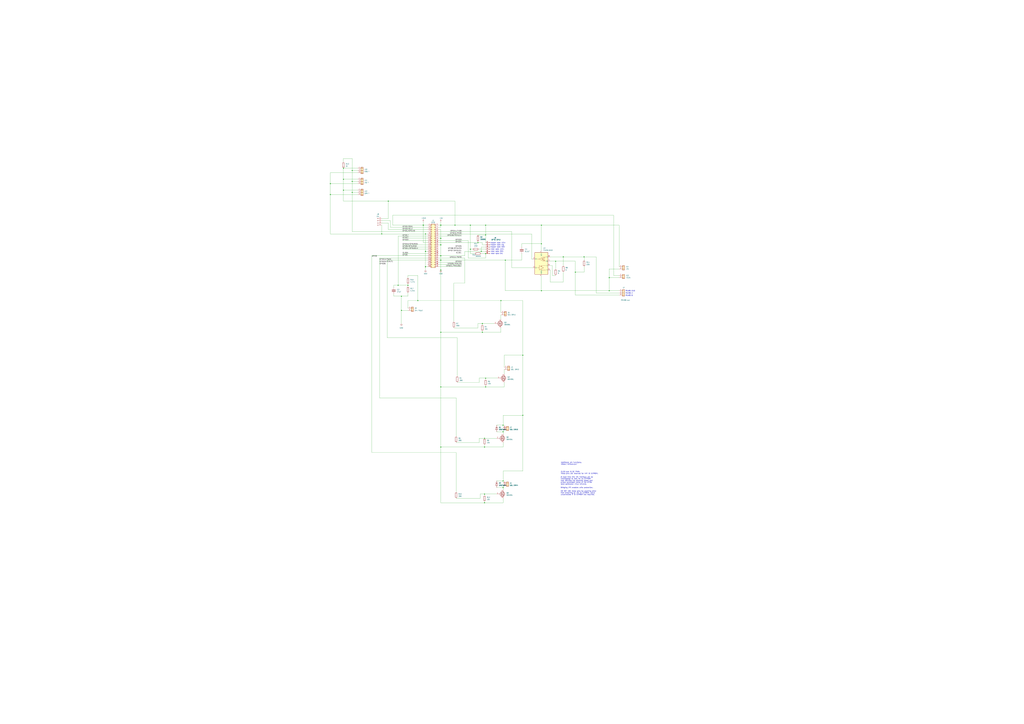
<source format=kicad_sch>
(kicad_sch
	(version 20231120)
	(generator "eeschema")
	(generator_version "8.0")
	(uuid "e63e39d7-6ac0-4ffd-8aa3-1841a4541b55")
	(paper "A0")
	(title_block
		(date "15 nov 2012")
	)
	(lib_symbols
		(symbol "Connector:Conn_01x04_Pin"
			(pin_names
				(offset 1.016) hide)
			(exclude_from_sim no)
			(in_bom yes)
			(on_board yes)
			(property "Reference" "J"
				(at 0 5.08 0)
				(effects
					(font
						(size 1.27 1.27)
					)
				)
			)
			(property "Value" "Conn_01x04_Pin"
				(at 0 -7.62 0)
				(effects
					(font
						(size 1.27 1.27)
					)
				)
			)
			(property "Footprint" ""
				(at 0 0 0)
				(effects
					(font
						(size 1.27 1.27)
					)
					(hide yes)
				)
			)
			(property "Datasheet" "~"
				(at 0 0 0)
				(effects
					(font
						(size 1.27 1.27)
					)
					(hide yes)
				)
			)
			(property "Description" "Generic connector, single row, 01x04, script generated"
				(at 0 0 0)
				(effects
					(font
						(size 1.27 1.27)
					)
					(hide yes)
				)
			)
			(property "ki_locked" ""
				(at 0 0 0)
				(effects
					(font
						(size 1.27 1.27)
					)
				)
			)
			(property "ki_keywords" "connector"
				(at 0 0 0)
				(effects
					(font
						(size 1.27 1.27)
					)
					(hide yes)
				)
			)
			(property "ki_fp_filters" "Connector*:*_1x??_*"
				(at 0 0 0)
				(effects
					(font
						(size 1.27 1.27)
					)
					(hide yes)
				)
			)
			(symbol "Conn_01x04_Pin_1_1"
				(polyline
					(pts
						(xy 1.27 -5.08) (xy 0.8636 -5.08)
					)
					(stroke
						(width 0.1524)
						(type default)
					)
					(fill
						(type none)
					)
				)
				(polyline
					(pts
						(xy 1.27 -2.54) (xy 0.8636 -2.54)
					)
					(stroke
						(width 0.1524)
						(type default)
					)
					(fill
						(type none)
					)
				)
				(polyline
					(pts
						(xy 1.27 0) (xy 0.8636 0)
					)
					(stroke
						(width 0.1524)
						(type default)
					)
					(fill
						(type none)
					)
				)
				(polyline
					(pts
						(xy 1.27 2.54) (xy 0.8636 2.54)
					)
					(stroke
						(width 0.1524)
						(type default)
					)
					(fill
						(type none)
					)
				)
				(rectangle
					(start 0.8636 -4.953)
					(end 0 -5.207)
					(stroke
						(width 0.1524)
						(type default)
					)
					(fill
						(type outline)
					)
				)
				(rectangle
					(start 0.8636 -2.413)
					(end 0 -2.667)
					(stroke
						(width 0.1524)
						(type default)
					)
					(fill
						(type outline)
					)
				)
				(rectangle
					(start 0.8636 0.127)
					(end 0 -0.127)
					(stroke
						(width 0.1524)
						(type default)
					)
					(fill
						(type outline)
					)
				)
				(rectangle
					(start 0.8636 2.667)
					(end 0 2.413)
					(stroke
						(width 0.1524)
						(type default)
					)
					(fill
						(type outline)
					)
				)
				(pin passive line
					(at 5.08 2.54 180)
					(length 3.81)
					(name "Pin_1"
						(effects
							(font
								(size 1.27 1.27)
							)
						)
					)
					(number "1"
						(effects
							(font
								(size 1.27 1.27)
							)
						)
					)
				)
				(pin passive line
					(at 5.08 0 180)
					(length 3.81)
					(name "Pin_2"
						(effects
							(font
								(size 1.27 1.27)
							)
						)
					)
					(number "2"
						(effects
							(font
								(size 1.27 1.27)
							)
						)
					)
				)
				(pin passive line
					(at 5.08 -2.54 180)
					(length 3.81)
					(name "Pin_3"
						(effects
							(font
								(size 1.27 1.27)
							)
						)
					)
					(number "3"
						(effects
							(font
								(size 1.27 1.27)
							)
						)
					)
				)
				(pin passive line
					(at 5.08 -5.08 180)
					(length 3.81)
					(name "Pin_4"
						(effects
							(font
								(size 1.27 1.27)
							)
						)
					)
					(number "4"
						(effects
							(font
								(size 1.27 1.27)
							)
						)
					)
				)
			)
		)
		(symbol "Connector:Conn_01x06_Pin"
			(pin_names
				(offset 1.016) hide)
			(exclude_from_sim no)
			(in_bom yes)
			(on_board yes)
			(property "Reference" "J"
				(at 0 7.62 0)
				(effects
					(font
						(size 1.27 1.27)
					)
				)
			)
			(property "Value" "Conn_01x06_Pin"
				(at 0 -10.16 0)
				(effects
					(font
						(size 1.27 1.27)
					)
				)
			)
			(property "Footprint" ""
				(at 0 0 0)
				(effects
					(font
						(size 1.27 1.27)
					)
					(hide yes)
				)
			)
			(property "Datasheet" "~"
				(at 0 0 0)
				(effects
					(font
						(size 1.27 1.27)
					)
					(hide yes)
				)
			)
			(property "Description" "Generic connector, single row, 01x06, script generated"
				(at 0 0 0)
				(effects
					(font
						(size 1.27 1.27)
					)
					(hide yes)
				)
			)
			(property "ki_locked" ""
				(at 0 0 0)
				(effects
					(font
						(size 1.27 1.27)
					)
				)
			)
			(property "ki_keywords" "connector"
				(at 0 0 0)
				(effects
					(font
						(size 1.27 1.27)
					)
					(hide yes)
				)
			)
			(property "ki_fp_filters" "Connector*:*_1x??_*"
				(at 0 0 0)
				(effects
					(font
						(size 1.27 1.27)
					)
					(hide yes)
				)
			)
			(symbol "Conn_01x06_Pin_1_1"
				(polyline
					(pts
						(xy 1.27 -7.62) (xy 0.8636 -7.62)
					)
					(stroke
						(width 0.1524)
						(type default)
					)
					(fill
						(type none)
					)
				)
				(polyline
					(pts
						(xy 1.27 -5.08) (xy 0.8636 -5.08)
					)
					(stroke
						(width 0.1524)
						(type default)
					)
					(fill
						(type none)
					)
				)
				(polyline
					(pts
						(xy 1.27 -2.54) (xy 0.8636 -2.54)
					)
					(stroke
						(width 0.1524)
						(type default)
					)
					(fill
						(type none)
					)
				)
				(polyline
					(pts
						(xy 1.27 0) (xy 0.8636 0)
					)
					(stroke
						(width 0.1524)
						(type default)
					)
					(fill
						(type none)
					)
				)
				(polyline
					(pts
						(xy 1.27 2.54) (xy 0.8636 2.54)
					)
					(stroke
						(width 0.1524)
						(type default)
					)
					(fill
						(type none)
					)
				)
				(polyline
					(pts
						(xy 1.27 5.08) (xy 0.8636 5.08)
					)
					(stroke
						(width 0.1524)
						(type default)
					)
					(fill
						(type none)
					)
				)
				(rectangle
					(start 0.8636 -7.493)
					(end 0 -7.747)
					(stroke
						(width 0.1524)
						(type default)
					)
					(fill
						(type outline)
					)
				)
				(rectangle
					(start 0.8636 -4.953)
					(end 0 -5.207)
					(stroke
						(width 0.1524)
						(type default)
					)
					(fill
						(type outline)
					)
				)
				(rectangle
					(start 0.8636 -2.413)
					(end 0 -2.667)
					(stroke
						(width 0.1524)
						(type default)
					)
					(fill
						(type outline)
					)
				)
				(rectangle
					(start 0.8636 0.127)
					(end 0 -0.127)
					(stroke
						(width 0.1524)
						(type default)
					)
					(fill
						(type outline)
					)
				)
				(rectangle
					(start 0.8636 2.667)
					(end 0 2.413)
					(stroke
						(width 0.1524)
						(type default)
					)
					(fill
						(type outline)
					)
				)
				(rectangle
					(start 0.8636 5.207)
					(end 0 4.953)
					(stroke
						(width 0.1524)
						(type default)
					)
					(fill
						(type outline)
					)
				)
				(pin passive line
					(at 5.08 5.08 180)
					(length 3.81)
					(name "Pin_1"
						(effects
							(font
								(size 1.27 1.27)
							)
						)
					)
					(number "1"
						(effects
							(font
								(size 1.27 1.27)
							)
						)
					)
				)
				(pin passive line
					(at 5.08 2.54 180)
					(length 3.81)
					(name "Pin_2"
						(effects
							(font
								(size 1.27 1.27)
							)
						)
					)
					(number "2"
						(effects
							(font
								(size 1.27 1.27)
							)
						)
					)
				)
				(pin passive line
					(at 5.08 0 180)
					(length 3.81)
					(name "Pin_3"
						(effects
							(font
								(size 1.27 1.27)
							)
						)
					)
					(number "3"
						(effects
							(font
								(size 1.27 1.27)
							)
						)
					)
				)
				(pin passive line
					(at 5.08 -2.54 180)
					(length 3.81)
					(name "Pin_4"
						(effects
							(font
								(size 1.27 1.27)
							)
						)
					)
					(number "4"
						(effects
							(font
								(size 1.27 1.27)
							)
						)
					)
				)
				(pin passive line
					(at 5.08 -5.08 180)
					(length 3.81)
					(name "Pin_5"
						(effects
							(font
								(size 1.27 1.27)
							)
						)
					)
					(number "5"
						(effects
							(font
								(size 1.27 1.27)
							)
						)
					)
				)
				(pin passive line
					(at 5.08 -7.62 180)
					(length 3.81)
					(name "Pin_6"
						(effects
							(font
								(size 1.27 1.27)
							)
						)
					)
					(number "6"
						(effects
							(font
								(size 1.27 1.27)
							)
						)
					)
				)
			)
		)
		(symbol "Connector:Screw_Terminal_01x02"
			(pin_names
				(offset 1.016) hide)
			(exclude_from_sim no)
			(in_bom yes)
			(on_board yes)
			(property "Reference" "J"
				(at 0 2.54 0)
				(effects
					(font
						(size 1.27 1.27)
					)
				)
			)
			(property "Value" "Screw_Terminal_01x02"
				(at 0 -5.08 0)
				(effects
					(font
						(size 1.27 1.27)
					)
				)
			)
			(property "Footprint" ""
				(at 0 0 0)
				(effects
					(font
						(size 1.27 1.27)
					)
					(hide yes)
				)
			)
			(property "Datasheet" "~"
				(at 0 0 0)
				(effects
					(font
						(size 1.27 1.27)
					)
					(hide yes)
				)
			)
			(property "Description" "Generic screw terminal, single row, 01x02, script generated (kicad-library-utils/schlib/autogen/connector/)"
				(at 0 0 0)
				(effects
					(font
						(size 1.27 1.27)
					)
					(hide yes)
				)
			)
			(property "ki_keywords" "screw terminal"
				(at 0 0 0)
				(effects
					(font
						(size 1.27 1.27)
					)
					(hide yes)
				)
			)
			(property "ki_fp_filters" "TerminalBlock*:*"
				(at 0 0 0)
				(effects
					(font
						(size 1.27 1.27)
					)
					(hide yes)
				)
			)
			(symbol "Screw_Terminal_01x02_1_1"
				(rectangle
					(start -1.27 1.27)
					(end 1.27 -3.81)
					(stroke
						(width 0.254)
						(type default)
					)
					(fill
						(type background)
					)
				)
				(circle
					(center 0 -2.54)
					(radius 0.635)
					(stroke
						(width 0.1524)
						(type default)
					)
					(fill
						(type none)
					)
				)
				(polyline
					(pts
						(xy -0.5334 -2.2098) (xy 0.3302 -3.048)
					)
					(stroke
						(width 0.1524)
						(type default)
					)
					(fill
						(type none)
					)
				)
				(polyline
					(pts
						(xy -0.5334 0.3302) (xy 0.3302 -0.508)
					)
					(stroke
						(width 0.1524)
						(type default)
					)
					(fill
						(type none)
					)
				)
				(polyline
					(pts
						(xy -0.3556 -2.032) (xy 0.508 -2.8702)
					)
					(stroke
						(width 0.1524)
						(type default)
					)
					(fill
						(type none)
					)
				)
				(polyline
					(pts
						(xy -0.3556 0.508) (xy 0.508 -0.3302)
					)
					(stroke
						(width 0.1524)
						(type default)
					)
					(fill
						(type none)
					)
				)
				(circle
					(center 0 0)
					(radius 0.635)
					(stroke
						(width 0.1524)
						(type default)
					)
					(fill
						(type none)
					)
				)
				(pin passive line
					(at -5.08 0 0)
					(length 3.81)
					(name "Pin_1"
						(effects
							(font
								(size 1.27 1.27)
							)
						)
					)
					(number "1"
						(effects
							(font
								(size 1.27 1.27)
							)
						)
					)
				)
				(pin passive line
					(at -5.08 -2.54 0)
					(length 3.81)
					(name "Pin_2"
						(effects
							(font
								(size 1.27 1.27)
							)
						)
					)
					(number "2"
						(effects
							(font
								(size 1.27 1.27)
							)
						)
					)
				)
			)
		)
		(symbol "Connector:Screw_Terminal_01x03"
			(pin_names
				(offset 1.016) hide)
			(exclude_from_sim no)
			(in_bom yes)
			(on_board yes)
			(property "Reference" "J"
				(at 0 5.08 0)
				(effects
					(font
						(size 1.27 1.27)
					)
				)
			)
			(property "Value" "Screw_Terminal_01x03"
				(at 0 -5.08 0)
				(effects
					(font
						(size 1.27 1.27)
					)
				)
			)
			(property "Footprint" ""
				(at 0 0 0)
				(effects
					(font
						(size 1.27 1.27)
					)
					(hide yes)
				)
			)
			(property "Datasheet" "~"
				(at 0 0 0)
				(effects
					(font
						(size 1.27 1.27)
					)
					(hide yes)
				)
			)
			(property "Description" "Generic screw terminal, single row, 01x03, script generated (kicad-library-utils/schlib/autogen/connector/)"
				(at 0 0 0)
				(effects
					(font
						(size 1.27 1.27)
					)
					(hide yes)
				)
			)
			(property "ki_keywords" "screw terminal"
				(at 0 0 0)
				(effects
					(font
						(size 1.27 1.27)
					)
					(hide yes)
				)
			)
			(property "ki_fp_filters" "TerminalBlock*:*"
				(at 0 0 0)
				(effects
					(font
						(size 1.27 1.27)
					)
					(hide yes)
				)
			)
			(symbol "Screw_Terminal_01x03_1_1"
				(rectangle
					(start -1.27 3.81)
					(end 1.27 -3.81)
					(stroke
						(width 0.254)
						(type default)
					)
					(fill
						(type background)
					)
				)
				(circle
					(center 0 -2.54)
					(radius 0.635)
					(stroke
						(width 0.1524)
						(type default)
					)
					(fill
						(type none)
					)
				)
				(polyline
					(pts
						(xy -0.5334 -2.2098) (xy 0.3302 -3.048)
					)
					(stroke
						(width 0.1524)
						(type default)
					)
					(fill
						(type none)
					)
				)
				(polyline
					(pts
						(xy -0.5334 0.3302) (xy 0.3302 -0.508)
					)
					(stroke
						(width 0.1524)
						(type default)
					)
					(fill
						(type none)
					)
				)
				(polyline
					(pts
						(xy -0.5334 2.8702) (xy 0.3302 2.032)
					)
					(stroke
						(width 0.1524)
						(type default)
					)
					(fill
						(type none)
					)
				)
				(polyline
					(pts
						(xy -0.3556 -2.032) (xy 0.508 -2.8702)
					)
					(stroke
						(width 0.1524)
						(type default)
					)
					(fill
						(type none)
					)
				)
				(polyline
					(pts
						(xy -0.3556 0.508) (xy 0.508 -0.3302)
					)
					(stroke
						(width 0.1524)
						(type default)
					)
					(fill
						(type none)
					)
				)
				(polyline
					(pts
						(xy -0.3556 3.048) (xy 0.508 2.2098)
					)
					(stroke
						(width 0.1524)
						(type default)
					)
					(fill
						(type none)
					)
				)
				(circle
					(center 0 0)
					(radius 0.635)
					(stroke
						(width 0.1524)
						(type default)
					)
					(fill
						(type none)
					)
				)
				(circle
					(center 0 2.54)
					(radius 0.635)
					(stroke
						(width 0.1524)
						(type default)
					)
					(fill
						(type none)
					)
				)
				(pin passive line
					(at -5.08 2.54 0)
					(length 3.81)
					(name "Pin_1"
						(effects
							(font
								(size 1.27 1.27)
							)
						)
					)
					(number "1"
						(effects
							(font
								(size 1.27 1.27)
							)
						)
					)
				)
				(pin passive line
					(at -5.08 0 0)
					(length 3.81)
					(name "Pin_2"
						(effects
							(font
								(size 1.27 1.27)
							)
						)
					)
					(number "2"
						(effects
							(font
								(size 1.27 1.27)
							)
						)
					)
				)
				(pin passive line
					(at -5.08 -2.54 0)
					(length 3.81)
					(name "Pin_3"
						(effects
							(font
								(size 1.27 1.27)
							)
						)
					)
					(number "3"
						(effects
							(font
								(size 1.27 1.27)
							)
						)
					)
				)
			)
		)
		(symbol "Connector_Generic:Conn_02x20_Odd_Even"
			(pin_names
				(offset 1.016) hide)
			(exclude_from_sim no)
			(in_bom yes)
			(on_board yes)
			(property "Reference" "J"
				(at 1.27 25.4 0)
				(effects
					(font
						(size 1.27 1.27)
					)
				)
			)
			(property "Value" "Conn_02x20_Odd_Even"
				(at 1.27 -27.94 0)
				(effects
					(font
						(size 1.27 1.27)
					)
				)
			)
			(property "Footprint" ""
				(at 0 0 0)
				(effects
					(font
						(size 1.27 1.27)
					)
					(hide yes)
				)
			)
			(property "Datasheet" "~"
				(at 0 0 0)
				(effects
					(font
						(size 1.27 1.27)
					)
					(hide yes)
				)
			)
			(property "Description" "Generic connector, double row, 02x20, odd/even pin numbering scheme (row 1 odd numbers, row 2 even numbers), script generated (kicad-library-utils/schlib/autogen/connector/)"
				(at 0 0 0)
				(effects
					(font
						(size 1.27 1.27)
					)
					(hide yes)
				)
			)
			(property "ki_keywords" "connector"
				(at 0 0 0)
				(effects
					(font
						(size 1.27 1.27)
					)
					(hide yes)
				)
			)
			(property "ki_fp_filters" "Connector*:*_2x??_*"
				(at 0 0 0)
				(effects
					(font
						(size 1.27 1.27)
					)
					(hide yes)
				)
			)
			(symbol "Conn_02x20_Odd_Even_1_1"
				(rectangle
					(start -1.27 -25.273)
					(end 0 -25.527)
					(stroke
						(width 0.1524)
						(type default)
					)
					(fill
						(type none)
					)
				)
				(rectangle
					(start -1.27 -22.733)
					(end 0 -22.987)
					(stroke
						(width 0.1524)
						(type default)
					)
					(fill
						(type none)
					)
				)
				(rectangle
					(start -1.27 -20.193)
					(end 0 -20.447)
					(stroke
						(width 0.1524)
						(type default)
					)
					(fill
						(type none)
					)
				)
				(rectangle
					(start -1.27 -17.653)
					(end 0 -17.907)
					(stroke
						(width 0.1524)
						(type default)
					)
					(fill
						(type none)
					)
				)
				(rectangle
					(start -1.27 -15.113)
					(end 0 -15.367)
					(stroke
						(width 0.1524)
						(type default)
					)
					(fill
						(type none)
					)
				)
				(rectangle
					(start -1.27 -12.573)
					(end 0 -12.827)
					(stroke
						(width 0.1524)
						(type default)
					)
					(fill
						(type none)
					)
				)
				(rectangle
					(start -1.27 -10.033)
					(end 0 -10.287)
					(stroke
						(width 0.1524)
						(type default)
					)
					(fill
						(type none)
					)
				)
				(rectangle
					(start -1.27 -7.493)
					(end 0 -7.747)
					(stroke
						(width 0.1524)
						(type default)
					)
					(fill
						(type none)
					)
				)
				(rectangle
					(start -1.27 -4.953)
					(end 0 -5.207)
					(stroke
						(width 0.1524)
						(type default)
					)
					(fill
						(type none)
					)
				)
				(rectangle
					(start -1.27 -2.413)
					(end 0 -2.667)
					(stroke
						(width 0.1524)
						(type default)
					)
					(fill
						(type none)
					)
				)
				(rectangle
					(start -1.27 0.127)
					(end 0 -0.127)
					(stroke
						(width 0.1524)
						(type default)
					)
					(fill
						(type none)
					)
				)
				(rectangle
					(start -1.27 2.667)
					(end 0 2.413)
					(stroke
						(width 0.1524)
						(type default)
					)
					(fill
						(type none)
					)
				)
				(rectangle
					(start -1.27 5.207)
					(end 0 4.953)
					(stroke
						(width 0.1524)
						(type default)
					)
					(fill
						(type none)
					)
				)
				(rectangle
					(start -1.27 7.747)
					(end 0 7.493)
					(stroke
						(width 0.1524)
						(type default)
					)
					(fill
						(type none)
					)
				)
				(rectangle
					(start -1.27 10.287)
					(end 0 10.033)
					(stroke
						(width 0.1524)
						(type default)
					)
					(fill
						(type none)
					)
				)
				(rectangle
					(start -1.27 12.827)
					(end 0 12.573)
					(stroke
						(width 0.1524)
						(type default)
					)
					(fill
						(type none)
					)
				)
				(rectangle
					(start -1.27 15.367)
					(end 0 15.113)
					(stroke
						(width 0.1524)
						(type default)
					)
					(fill
						(type none)
					)
				)
				(rectangle
					(start -1.27 17.907)
					(end 0 17.653)
					(stroke
						(width 0.1524)
						(type default)
					)
					(fill
						(type none)
					)
				)
				(rectangle
					(start -1.27 20.447)
					(end 0 20.193)
					(stroke
						(width 0.1524)
						(type default)
					)
					(fill
						(type none)
					)
				)
				(rectangle
					(start -1.27 22.987)
					(end 0 22.733)
					(stroke
						(width 0.1524)
						(type default)
					)
					(fill
						(type none)
					)
				)
				(rectangle
					(start -1.27 24.13)
					(end 3.81 -26.67)
					(stroke
						(width 0.254)
						(type default)
					)
					(fill
						(type background)
					)
				)
				(rectangle
					(start 3.81 -25.273)
					(end 2.54 -25.527)
					(stroke
						(width 0.1524)
						(type default)
					)
					(fill
						(type none)
					)
				)
				(rectangle
					(start 3.81 -22.733)
					(end 2.54 -22.987)
					(stroke
						(width 0.1524)
						(type default)
					)
					(fill
						(type none)
					)
				)
				(rectangle
					(start 3.81 -20.193)
					(end 2.54 -20.447)
					(stroke
						(width 0.1524)
						(type default)
					)
					(fill
						(type none)
					)
				)
				(rectangle
					(start 3.81 -17.653)
					(end 2.54 -17.907)
					(stroke
						(width 0.1524)
						(type default)
					)
					(fill
						(type none)
					)
				)
				(rectangle
					(start 3.81 -15.113)
					(end 2.54 -15.367)
					(stroke
						(width 0.1524)
						(type default)
					)
					(fill
						(type none)
					)
				)
				(rectangle
					(start 3.81 -12.573)
					(end 2.54 -12.827)
					(stroke
						(width 0.1524)
						(type default)
					)
					(fill
						(type none)
					)
				)
				(rectangle
					(start 3.81 -10.033)
					(end 2.54 -10.287)
					(stroke
						(width 0.1524)
						(type default)
					)
					(fill
						(type none)
					)
				)
				(rectangle
					(start 3.81 -7.493)
					(end 2.54 -7.747)
					(stroke
						(width 0.1524)
						(type default)
					)
					(fill
						(type none)
					)
				)
				(rectangle
					(start 3.81 -4.953)
					(end 2.54 -5.207)
					(stroke
						(width 0.1524)
						(type default)
					)
					(fill
						(type none)
					)
				)
				(rectangle
					(start 3.81 -2.413)
					(end 2.54 -2.667)
					(stroke
						(width 0.1524)
						(type default)
					)
					(fill
						(type none)
					)
				)
				(rectangle
					(start 3.81 0.127)
					(end 2.54 -0.127)
					(stroke
						(width 0.1524)
						(type default)
					)
					(fill
						(type none)
					)
				)
				(rectangle
					(start 3.81 2.667)
					(end 2.54 2.413)
					(stroke
						(width 0.1524)
						(type default)
					)
					(fill
						(type none)
					)
				)
				(rectangle
					(start 3.81 5.207)
					(end 2.54 4.953)
					(stroke
						(width 0.1524)
						(type default)
					)
					(fill
						(type none)
					)
				)
				(rectangle
					(start 3.81 7.747)
					(end 2.54 7.493)
					(stroke
						(width 0.1524)
						(type default)
					)
					(fill
						(type none)
					)
				)
				(rectangle
					(start 3.81 10.287)
					(end 2.54 10.033)
					(stroke
						(width 0.1524)
						(type default)
					)
					(fill
						(type none)
					)
				)
				(rectangle
					(start 3.81 12.827)
					(end 2.54 12.573)
					(stroke
						(width 0.1524)
						(type default)
					)
					(fill
						(type none)
					)
				)
				(rectangle
					(start 3.81 15.367)
					(end 2.54 15.113)
					(stroke
						(width 0.1524)
						(type default)
					)
					(fill
						(type none)
					)
				)
				(rectangle
					(start 3.81 17.907)
					(end 2.54 17.653)
					(stroke
						(width 0.1524)
						(type default)
					)
					(fill
						(type none)
					)
				)
				(rectangle
					(start 3.81 20.447)
					(end 2.54 20.193)
					(stroke
						(width 0.1524)
						(type default)
					)
					(fill
						(type none)
					)
				)
				(rectangle
					(start 3.81 22.987)
					(end 2.54 22.733)
					(stroke
						(width 0.1524)
						(type default)
					)
					(fill
						(type none)
					)
				)
				(pin passive line
					(at -5.08 22.86 0)
					(length 3.81)
					(name "Pin_1"
						(effects
							(font
								(size 1.27 1.27)
							)
						)
					)
					(number "1"
						(effects
							(font
								(size 1.27 1.27)
							)
						)
					)
				)
				(pin passive line
					(at 7.62 12.7 180)
					(length 3.81)
					(name "Pin_10"
						(effects
							(font
								(size 1.27 1.27)
							)
						)
					)
					(number "10"
						(effects
							(font
								(size 1.27 1.27)
							)
						)
					)
				)
				(pin passive line
					(at -5.08 10.16 0)
					(length 3.81)
					(name "Pin_11"
						(effects
							(font
								(size 1.27 1.27)
							)
						)
					)
					(number "11"
						(effects
							(font
								(size 1.27 1.27)
							)
						)
					)
				)
				(pin passive line
					(at 7.62 10.16 180)
					(length 3.81)
					(name "Pin_12"
						(effects
							(font
								(size 1.27 1.27)
							)
						)
					)
					(number "12"
						(effects
							(font
								(size 1.27 1.27)
							)
						)
					)
				)
				(pin passive line
					(at -5.08 7.62 0)
					(length 3.81)
					(name "Pin_13"
						(effects
							(font
								(size 1.27 1.27)
							)
						)
					)
					(number "13"
						(effects
							(font
								(size 1.27 1.27)
							)
						)
					)
				)
				(pin passive line
					(at 7.62 7.62 180)
					(length 3.81)
					(name "Pin_14"
						(effects
							(font
								(size 1.27 1.27)
							)
						)
					)
					(number "14"
						(effects
							(font
								(size 1.27 1.27)
							)
						)
					)
				)
				(pin passive line
					(at -5.08 5.08 0)
					(length 3.81)
					(name "Pin_15"
						(effects
							(font
								(size 1.27 1.27)
							)
						)
					)
					(number "15"
						(effects
							(font
								(size 1.27 1.27)
							)
						)
					)
				)
				(pin passive line
					(at 7.62 5.08 180)
					(length 3.81)
					(name "Pin_16"
						(effects
							(font
								(size 1.27 1.27)
							)
						)
					)
					(number "16"
						(effects
							(font
								(size 1.27 1.27)
							)
						)
					)
				)
				(pin passive line
					(at -5.08 2.54 0)
					(length 3.81)
					(name "Pin_17"
						(effects
							(font
								(size 1.27 1.27)
							)
						)
					)
					(number "17"
						(effects
							(font
								(size 1.27 1.27)
							)
						)
					)
				)
				(pin passive line
					(at 7.62 2.54 180)
					(length 3.81)
					(name "Pin_18"
						(effects
							(font
								(size 1.27 1.27)
							)
						)
					)
					(number "18"
						(effects
							(font
								(size 1.27 1.27)
							)
						)
					)
				)
				(pin passive line
					(at -5.08 0 0)
					(length 3.81)
					(name "Pin_19"
						(effects
							(font
								(size 1.27 1.27)
							)
						)
					)
					(number "19"
						(effects
							(font
								(size 1.27 1.27)
							)
						)
					)
				)
				(pin passive line
					(at 7.62 22.86 180)
					(length 3.81)
					(name "Pin_2"
						(effects
							(font
								(size 1.27 1.27)
							)
						)
					)
					(number "2"
						(effects
							(font
								(size 1.27 1.27)
							)
						)
					)
				)
				(pin passive line
					(at 7.62 0 180)
					(length 3.81)
					(name "Pin_20"
						(effects
							(font
								(size 1.27 1.27)
							)
						)
					)
					(number "20"
						(effects
							(font
								(size 1.27 1.27)
							)
						)
					)
				)
				(pin passive line
					(at -5.08 -2.54 0)
					(length 3.81)
					(name "Pin_21"
						(effects
							(font
								(size 1.27 1.27)
							)
						)
					)
					(number "21"
						(effects
							(font
								(size 1.27 1.27)
							)
						)
					)
				)
				(pin passive line
					(at 7.62 -2.54 180)
					(length 3.81)
					(name "Pin_22"
						(effects
							(font
								(size 1.27 1.27)
							)
						)
					)
					(number "22"
						(effects
							(font
								(size 1.27 1.27)
							)
						)
					)
				)
				(pin passive line
					(at -5.08 -5.08 0)
					(length 3.81)
					(name "Pin_23"
						(effects
							(font
								(size 1.27 1.27)
							)
						)
					)
					(number "23"
						(effects
							(font
								(size 1.27 1.27)
							)
						)
					)
				)
				(pin passive line
					(at 7.62 -5.08 180)
					(length 3.81)
					(name "Pin_24"
						(effects
							(font
								(size 1.27 1.27)
							)
						)
					)
					(number "24"
						(effects
							(font
								(size 1.27 1.27)
							)
						)
					)
				)
				(pin passive line
					(at -5.08 -7.62 0)
					(length 3.81)
					(name "Pin_25"
						(effects
							(font
								(size 1.27 1.27)
							)
						)
					)
					(number "25"
						(effects
							(font
								(size 1.27 1.27)
							)
						)
					)
				)
				(pin passive line
					(at 7.62 -7.62 180)
					(length 3.81)
					(name "Pin_26"
						(effects
							(font
								(size 1.27 1.27)
							)
						)
					)
					(number "26"
						(effects
							(font
								(size 1.27 1.27)
							)
						)
					)
				)
				(pin passive line
					(at -5.08 -10.16 0)
					(length 3.81)
					(name "Pin_27"
						(effects
							(font
								(size 1.27 1.27)
							)
						)
					)
					(number "27"
						(effects
							(font
								(size 1.27 1.27)
							)
						)
					)
				)
				(pin passive line
					(at 7.62 -10.16 180)
					(length 3.81)
					(name "Pin_28"
						(effects
							(font
								(size 1.27 1.27)
							)
						)
					)
					(number "28"
						(effects
							(font
								(size 1.27 1.27)
							)
						)
					)
				)
				(pin passive line
					(at -5.08 -12.7 0)
					(length 3.81)
					(name "Pin_29"
						(effects
							(font
								(size 1.27 1.27)
							)
						)
					)
					(number "29"
						(effects
							(font
								(size 1.27 1.27)
							)
						)
					)
				)
				(pin passive line
					(at -5.08 20.32 0)
					(length 3.81)
					(name "Pin_3"
						(effects
							(font
								(size 1.27 1.27)
							)
						)
					)
					(number "3"
						(effects
							(font
								(size 1.27 1.27)
							)
						)
					)
				)
				(pin passive line
					(at 7.62 -12.7 180)
					(length 3.81)
					(name "Pin_30"
						(effects
							(font
								(size 1.27 1.27)
							)
						)
					)
					(number "30"
						(effects
							(font
								(size 1.27 1.27)
							)
						)
					)
				)
				(pin passive line
					(at -5.08 -15.24 0)
					(length 3.81)
					(name "Pin_31"
						(effects
							(font
								(size 1.27 1.27)
							)
						)
					)
					(number "31"
						(effects
							(font
								(size 1.27 1.27)
							)
						)
					)
				)
				(pin passive line
					(at 7.62 -15.24 180)
					(length 3.81)
					(name "Pin_32"
						(effects
							(font
								(size 1.27 1.27)
							)
						)
					)
					(number "32"
						(effects
							(font
								(size 1.27 1.27)
							)
						)
					)
				)
				(pin passive line
					(at -5.08 -17.78 0)
					(length 3.81)
					(name "Pin_33"
						(effects
							(font
								(size 1.27 1.27)
							)
						)
					)
					(number "33"
						(effects
							(font
								(size 1.27 1.27)
							)
						)
					)
				)
				(pin passive line
					(at 7.62 -17.78 180)
					(length 3.81)
					(name "Pin_34"
						(effects
							(font
								(size 1.27 1.27)
							)
						)
					)
					(number "34"
						(effects
							(font
								(size 1.27 1.27)
							)
						)
					)
				)
				(pin passive line
					(at -5.08 -20.32 0)
					(length 3.81)
					(name "Pin_35"
						(effects
							(font
								(size 1.27 1.27)
							)
						)
					)
					(number "35"
						(effects
							(font
								(size 1.27 1.27)
							)
						)
					)
				)
				(pin passive line
					(at 7.62 -20.32 180)
					(length 3.81)
					(name "Pin_36"
						(effects
							(font
								(size 1.27 1.27)
							)
						)
					)
					(number "36"
						(effects
							(font
								(size 1.27 1.27)
							)
						)
					)
				)
				(pin passive line
					(at -5.08 -22.86 0)
					(length 3.81)
					(name "Pin_37"
						(effects
							(font
								(size 1.27 1.27)
							)
						)
					)
					(number "37"
						(effects
							(font
								(size 1.27 1.27)
							)
						)
					)
				)
				(pin passive line
					(at 7.62 -22.86 180)
					(length 3.81)
					(name "Pin_38"
						(effects
							(font
								(size 1.27 1.27)
							)
						)
					)
					(number "38"
						(effects
							(font
								(size 1.27 1.27)
							)
						)
					)
				)
				(pin passive line
					(at -5.08 -25.4 0)
					(length 3.81)
					(name "Pin_39"
						(effects
							(font
								(size 1.27 1.27)
							)
						)
					)
					(number "39"
						(effects
							(font
								(size 1.27 1.27)
							)
						)
					)
				)
				(pin passive line
					(at 7.62 20.32 180)
					(length 3.81)
					(name "Pin_4"
						(effects
							(font
								(size 1.27 1.27)
							)
						)
					)
					(number "4"
						(effects
							(font
								(size 1.27 1.27)
							)
						)
					)
				)
				(pin passive line
					(at 7.62 -25.4 180)
					(length 3.81)
					(name "Pin_40"
						(effects
							(font
								(size 1.27 1.27)
							)
						)
					)
					(number "40"
						(effects
							(font
								(size 1.27 1.27)
							)
						)
					)
				)
				(pin passive line
					(at -5.08 17.78 0)
					(length 3.81)
					(name "Pin_5"
						(effects
							(font
								(size 1.27 1.27)
							)
						)
					)
					(number "5"
						(effects
							(font
								(size 1.27 1.27)
							)
						)
					)
				)
				(pin passive line
					(at 7.62 17.78 180)
					(length 3.81)
					(name "Pin_6"
						(effects
							(font
								(size 1.27 1.27)
							)
						)
					)
					(number "6"
						(effects
							(font
								(size 1.27 1.27)
							)
						)
					)
				)
				(pin passive line
					(at -5.08 15.24 0)
					(length 3.81)
					(name "Pin_7"
						(effects
							(font
								(size 1.27 1.27)
							)
						)
					)
					(number "7"
						(effects
							(font
								(size 1.27 1.27)
							)
						)
					)
				)
				(pin passive line
					(at 7.62 15.24 180)
					(length 3.81)
					(name "Pin_8"
						(effects
							(font
								(size 1.27 1.27)
							)
						)
					)
					(number "8"
						(effects
							(font
								(size 1.27 1.27)
							)
						)
					)
				)
				(pin passive line
					(at -5.08 12.7 0)
					(length 3.81)
					(name "Pin_9"
						(effects
							(font
								(size 1.27 1.27)
							)
						)
					)
					(number "9"
						(effects
							(font
								(size 1.27 1.27)
							)
						)
					)
				)
			)
		)
		(symbol "Device:C"
			(pin_numbers hide)
			(pin_names
				(offset 0.254)
			)
			(exclude_from_sim no)
			(in_bom yes)
			(on_board yes)
			(property "Reference" "C"
				(at 0.635 2.54 0)
				(effects
					(font
						(size 1.27 1.27)
					)
					(justify left)
				)
			)
			(property "Value" "C"
				(at 0.635 -2.54 0)
				(effects
					(font
						(size 1.27 1.27)
					)
					(justify left)
				)
			)
			(property "Footprint" ""
				(at 0.9652 -3.81 0)
				(effects
					(font
						(size 1.27 1.27)
					)
					(hide yes)
				)
			)
			(property "Datasheet" "~"
				(at 0 0 0)
				(effects
					(font
						(size 1.27 1.27)
					)
					(hide yes)
				)
			)
			(property "Description" "Unpolarized capacitor"
				(at 0 0 0)
				(effects
					(font
						(size 1.27 1.27)
					)
					(hide yes)
				)
			)
			(property "ki_keywords" "cap capacitor"
				(at 0 0 0)
				(effects
					(font
						(size 1.27 1.27)
					)
					(hide yes)
				)
			)
			(property "ki_fp_filters" "C_*"
				(at 0 0 0)
				(effects
					(font
						(size 1.27 1.27)
					)
					(hide yes)
				)
			)
			(symbol "C_0_1"
				(polyline
					(pts
						(xy -2.032 -0.762) (xy 2.032 -0.762)
					)
					(stroke
						(width 0.508)
						(type default)
					)
					(fill
						(type none)
					)
				)
				(polyline
					(pts
						(xy -2.032 0.762) (xy 2.032 0.762)
					)
					(stroke
						(width 0.508)
						(type default)
					)
					(fill
						(type none)
					)
				)
			)
			(symbol "C_1_1"
				(pin passive line
					(at 0 3.81 270)
					(length 2.794)
					(name "~"
						(effects
							(font
								(size 1.27 1.27)
							)
						)
					)
					(number "1"
						(effects
							(font
								(size 1.27 1.27)
							)
						)
					)
				)
				(pin passive line
					(at 0 -3.81 90)
					(length 2.794)
					(name "~"
						(effects
							(font
								(size 1.27 1.27)
							)
						)
					)
					(number "2"
						(effects
							(font
								(size 1.27 1.27)
							)
						)
					)
				)
			)
		)
		(symbol "Device:R"
			(pin_numbers hide)
			(pin_names
				(offset 0)
			)
			(exclude_from_sim no)
			(in_bom yes)
			(on_board yes)
			(property "Reference" "R"
				(at 2.032 0 90)
				(effects
					(font
						(size 1.27 1.27)
					)
				)
			)
			(property "Value" "R"
				(at 0 0 90)
				(effects
					(font
						(size 1.27 1.27)
					)
				)
			)
			(property "Footprint" ""
				(at -1.778 0 90)
				(effects
					(font
						(size 1.27 1.27)
					)
					(hide yes)
				)
			)
			(property "Datasheet" "~"
				(at 0 0 0)
				(effects
					(font
						(size 1.27 1.27)
					)
					(hide yes)
				)
			)
			(property "Description" "Resistor"
				(at 0 0 0)
				(effects
					(font
						(size 1.27 1.27)
					)
					(hide yes)
				)
			)
			(property "ki_keywords" "R res resistor"
				(at 0 0 0)
				(effects
					(font
						(size 1.27 1.27)
					)
					(hide yes)
				)
			)
			(property "ki_fp_filters" "R_*"
				(at 0 0 0)
				(effects
					(font
						(size 1.27 1.27)
					)
					(hide yes)
				)
			)
			(symbol "R_0_1"
				(rectangle
					(start -1.016 -2.54)
					(end 1.016 2.54)
					(stroke
						(width 0.254)
						(type default)
					)
					(fill
						(type none)
					)
				)
			)
			(symbol "R_1_1"
				(pin passive line
					(at 0 3.81 270)
					(length 1.27)
					(name "~"
						(effects
							(font
								(size 1.27 1.27)
							)
						)
					)
					(number "1"
						(effects
							(font
								(size 1.27 1.27)
							)
						)
					)
				)
				(pin passive line
					(at 0 -3.81 90)
					(length 1.27)
					(name "~"
						(effects
							(font
								(size 1.27 1.27)
							)
						)
					)
					(number "2"
						(effects
							(font
								(size 1.27 1.27)
							)
						)
					)
				)
			)
		)
		(symbol "Diode:SM6T56A"
			(pin_numbers hide)
			(pin_names
				(offset 1.016) hide)
			(exclude_from_sim no)
			(in_bom yes)
			(on_board yes)
			(property "Reference" "D"
				(at 0 2.54 0)
				(effects
					(font
						(size 1.27 1.27)
					)
				)
			)
			(property "Value" "SM6T56A"
				(at 0 -2.54 0)
				(effects
					(font
						(size 1.27 1.27)
					)
				)
			)
			(property "Footprint" "Diode_SMD:D_SMB"
				(at 0 -5.08 0)
				(effects
					(font
						(size 1.27 1.27)
					)
					(hide yes)
				)
			)
			(property "Datasheet" "https://www.st.com/resource/en/datasheet/sm6t.pdf"
				(at -1.27 0 0)
				(effects
					(font
						(size 1.27 1.27)
					)
					(hide yes)
				)
			)
			(property "Description" "600W unidirectional Transil Transient Voltage Suppressor, 56Vrwm, DO-214AA"
				(at 0 0 0)
				(effects
					(font
						(size 1.27 1.27)
					)
					(hide yes)
				)
			)
			(property "ki_keywords" "diode TVS voltage suppressor"
				(at 0 0 0)
				(effects
					(font
						(size 1.27 1.27)
					)
					(hide yes)
				)
			)
			(property "ki_fp_filters" "D*SMB*"
				(at 0 0 0)
				(effects
					(font
						(size 1.27 1.27)
					)
					(hide yes)
				)
			)
			(symbol "SM6T56A_0_1"
				(polyline
					(pts
						(xy -0.762 1.27) (xy -1.27 1.27) (xy -1.27 -1.27)
					)
					(stroke
						(width 0.254)
						(type default)
					)
					(fill
						(type none)
					)
				)
				(polyline
					(pts
						(xy 1.27 1.27) (xy 1.27 -1.27) (xy -1.27 0) (xy 1.27 1.27)
					)
					(stroke
						(width 0.254)
						(type default)
					)
					(fill
						(type none)
					)
				)
			)
			(symbol "SM6T56A_1_1"
				(pin passive line
					(at -3.81 0 0)
					(length 2.54)
					(name "A1"
						(effects
							(font
								(size 1.27 1.27)
							)
						)
					)
					(number "1"
						(effects
							(font
								(size 1.27 1.27)
							)
						)
					)
				)
				(pin passive line
					(at 3.81 0 180)
					(length 2.54)
					(name "A2"
						(effects
							(font
								(size 1.27 1.27)
							)
						)
					)
					(number "2"
						(effects
							(font
								(size 1.27 1.27)
							)
						)
					)
				)
			)
		)
		(symbol "GND_1"
			(power)
			(pin_numbers hide)
			(pin_names
				(offset 0) hide)
			(exclude_from_sim no)
			(in_bom yes)
			(on_board yes)
			(property "Reference" "#PWR"
				(at 0 -6.35 0)
				(effects
					(font
						(size 1.27 1.27)
					)
					(hide yes)
				)
			)
			(property "Value" "GND"
				(at 0 -3.81 0)
				(effects
					(font
						(size 1.27 1.27)
					)
				)
			)
			(property "Footprint" ""
				(at 0 0 0)
				(effects
					(font
						(size 1.27 1.27)
					)
					(hide yes)
				)
			)
			(property "Datasheet" ""
				(at 0 0 0)
				(effects
					(font
						(size 1.27 1.27)
					)
					(hide yes)
				)
			)
			(property "Description" "Power symbol creates a global label with name \"GND\" , ground"
				(at 0 0 0)
				(effects
					(font
						(size 1.27 1.27)
					)
					(hide yes)
				)
			)
			(property "ki_keywords" "global power"
				(at 0 0 0)
				(effects
					(font
						(size 1.27 1.27)
					)
					(hide yes)
				)
			)
			(symbol "GND_1_0_1"
				(polyline
					(pts
						(xy 0 0) (xy 0 -1.27) (xy 1.27 -1.27) (xy 0 -2.54) (xy -1.27 -1.27) (xy 0 -1.27)
					)
					(stroke
						(width 0)
						(type default)
					)
					(fill
						(type none)
					)
				)
			)
			(symbol "GND_1_1_1"
				(pin power_in line
					(at 0 0 270)
					(length 0)
					(name "~"
						(effects
							(font
								(size 1.27 1.27)
							)
						)
					)
					(number "1"
						(effects
							(font
								(size 1.27 1.27)
							)
						)
					)
				)
			)
		)
		(symbol "Interface_UART:THVD1451D"
			(exclude_from_sim no)
			(in_bom yes)
			(on_board yes)
			(property "Reference" "U"
				(at -7.62 13.97 0)
				(effects
					(font
						(size 1.27 1.27)
					)
					(justify left)
				)
			)
			(property "Value" "THVD1451D"
				(at 1.27 13.97 0)
				(effects
					(font
						(size 1.27 1.27)
					)
					(justify left)
				)
			)
			(property "Footprint" "Package_SO:SOIC-8_3.9x4.9mm_P1.27mm"
				(at 0 0 0)
				(effects
					(font
						(size 1.27 1.27)
						(italic yes)
					)
					(hide yes)
				)
			)
			(property "Datasheet" "http://www.ti.com/lit/ds/symlink/thvd1451.pdf"
				(at 0 0 0)
				(effects
					(font
						(size 1.27 1.27)
					)
					(hide yes)
				)
			)
			(property "Description" "RS485 transceiver, 3.3-V to 5-V, 18-kV IEC ESD Protection, SOIC-8"
				(at 0 0 0)
				(effects
					(font
						(size 1.27 1.27)
					)
					(hide yes)
				)
			)
			(property "ki_keywords" "rs485 transceiver line driver"
				(at 0 0 0)
				(effects
					(font
						(size 1.27 1.27)
					)
					(hide yes)
				)
			)
			(property "ki_fp_filters" "SOIC*3.9x4.9mm*P1.27mm*"
				(at 0 0 0)
				(effects
					(font
						(size 1.27 1.27)
					)
					(hide yes)
				)
			)
			(symbol "THVD1451D_0_1"
				(rectangle
					(start -7.62 12.7)
					(end 7.62 -12.7)
					(stroke
						(width 0.254)
						(type default)
					)
					(fill
						(type background)
					)
				)
				(circle
					(center 0 -3.302)
					(radius 0.381)
					(stroke
						(width 0)
						(type default)
					)
					(fill
						(type none)
					)
				)
				(polyline
					(pts
						(xy -5.08 -5.08) (xy -2.54 -5.08)
					)
					(stroke
						(width 0)
						(type default)
					)
					(fill
						(type none)
					)
				)
				(polyline
					(pts
						(xy -2.54 5.08) (xy -5.08 5.08)
					)
					(stroke
						(width 0)
						(type default)
					)
					(fill
						(type none)
					)
				)
				(polyline
					(pts
						(xy 1.524 4.318) (xy 1.524 5.842) (xy 0.635 5.842)
					)
					(stroke
						(width 0)
						(type default)
					)
					(fill
						(type none)
					)
				)
				(polyline
					(pts
						(xy 5.08 -7.62) (xy 0 -7.62) (xy 0 -6.35)
					)
					(stroke
						(width 0)
						(type default)
					)
					(fill
						(type none)
					)
				)
				(polyline
					(pts
						(xy 5.08 -2.54) (xy 0 -2.54) (xy 0 -2.921)
					)
					(stroke
						(width 0)
						(type default)
					)
					(fill
						(type none)
					)
				)
				(polyline
					(pts
						(xy -2.54 -2.54) (xy -2.54 -7.62) (xy 2.54 -5.08) (xy -2.54 -2.54)
					)
					(stroke
						(width 0)
						(type default)
					)
					(fill
						(type none)
					)
				)
				(polyline
					(pts
						(xy 2.54 6.35) (xy 3.81 6.35) (xy 3.81 7.62) (xy 5.08 7.62)
					)
					(stroke
						(width 0)
						(type default)
					)
					(fill
						(type none)
					)
				)
				(polyline
					(pts
						(xy 2.54 7.62) (xy 2.54 2.54) (xy -2.54 5.08) (xy 2.54 7.62)
					)
					(stroke
						(width 0)
						(type default)
					)
					(fill
						(type none)
					)
				)
				(polyline
					(pts
						(xy 3.302 3.81) (xy 3.81 3.81) (xy 3.81 2.54) (xy 5.08 2.54)
					)
					(stroke
						(width 0)
						(type default)
					)
					(fill
						(type none)
					)
				)
				(polyline
					(pts
						(xy 1.905 4.318) (xy 0.889 4.318) (xy 0.762 4.318) (xy 0.762 5.842) (xy 0.381 5.842)
					)
					(stroke
						(width 0)
						(type default)
					)
					(fill
						(type none)
					)
				)
				(circle
					(center 2.921 3.81)
					(radius 0.381)
					(stroke
						(width 0)
						(type default)
					)
					(fill
						(type none)
					)
				)
			)
			(symbol "THVD1451D_1_1"
				(pin power_in line
					(at 0 15.24 270)
					(length 2.54)
					(name "VCC"
						(effects
							(font
								(size 1.27 1.27)
							)
						)
					)
					(number "1"
						(effects
							(font
								(size 1.27 1.27)
							)
						)
					)
				)
				(pin output line
					(at -10.16 5.08 0)
					(length 2.54)
					(name "R"
						(effects
							(font
								(size 1.27 1.27)
							)
						)
					)
					(number "2"
						(effects
							(font
								(size 1.27 1.27)
							)
						)
					)
				)
				(pin input line
					(at -10.16 -5.08 0)
					(length 2.54)
					(name "D"
						(effects
							(font
								(size 1.27 1.27)
							)
						)
					)
					(number "3"
						(effects
							(font
								(size 1.27 1.27)
							)
						)
					)
				)
				(pin power_in line
					(at 0 -15.24 90)
					(length 2.54)
					(name "GND"
						(effects
							(font
								(size 1.27 1.27)
							)
						)
					)
					(number "4"
						(effects
							(font
								(size 1.27 1.27)
							)
						)
					)
				)
				(pin output line
					(at 10.16 -7.62 180)
					(length 2.54)
					(name "Y"
						(effects
							(font
								(size 1.27 1.27)
							)
						)
					)
					(number "5"
						(effects
							(font
								(size 1.27 1.27)
							)
						)
					)
				)
				(pin output line
					(at 10.16 -2.54 180)
					(length 2.54)
					(name "Z"
						(effects
							(font
								(size 1.27 1.27)
							)
						)
					)
					(number "6"
						(effects
							(font
								(size 1.27 1.27)
							)
						)
					)
				)
				(pin input line
					(at 10.16 2.54 180)
					(length 2.54)
					(name "B"
						(effects
							(font
								(size 1.27 1.27)
							)
						)
					)
					(number "7"
						(effects
							(font
								(size 1.27 1.27)
							)
						)
					)
				)
				(pin input line
					(at 10.16 7.62 180)
					(length 2.54)
					(name "A"
						(effects
							(font
								(size 1.27 1.27)
							)
						)
					)
					(number "8"
						(effects
							(font
								(size 1.27 1.27)
							)
						)
					)
				)
			)
		)
		(symbol "Transistor_FET:BUK7880-55A"
			(pin_names hide)
			(exclude_from_sim no)
			(in_bom yes)
			(on_board yes)
			(property "Reference" "Q"
				(at 5.08 1.905 0)
				(effects
					(font
						(size 1.27 1.27)
					)
					(justify left)
				)
			)
			(property "Value" "BUK7880-55A"
				(at 5.08 0 0)
				(effects
					(font
						(size 1.27 1.27)
					)
					(justify left)
				)
			)
			(property "Footprint" "Package_TO_SOT_SMD:SOT-223-3_TabPin2"
				(at 5.08 -1.905 0)
				(effects
					(font
						(size 1.27 1.27)
						(italic yes)
					)
					(justify left)
					(hide yes)
				)
			)
			(property "Datasheet" "https://assets.nexperia.com/documents/data-sheet/BUK7880-55A.pdf"
				(at 5.08 -3.81 0)
				(effects
					(font
						(size 1.27 1.27)
					)
					(justify left)
					(hide yes)
				)
			)
			(property "Description" "7A Id, 55V Vds, N-Channel Enhancement Mode MOSFET, SOT-223"
				(at 0 0 0)
				(effects
					(font
						(size 1.27 1.27)
					)
					(hide yes)
				)
			)
			(property "ki_keywords" "n-channel n channel mosfet enhancement mode"
				(at 0 0 0)
				(effects
					(font
						(size 1.27 1.27)
					)
					(hide yes)
				)
			)
			(property "ki_fp_filters" "SOT?223*"
				(at 0 0 0)
				(effects
					(font
						(size 1.27 1.27)
					)
					(hide yes)
				)
			)
			(symbol "BUK7880-55A_0_1"
				(polyline
					(pts
						(xy 0.254 0) (xy -2.54 0)
					)
					(stroke
						(width 0)
						(type default)
					)
					(fill
						(type none)
					)
				)
				(polyline
					(pts
						(xy 0.254 1.905) (xy 0.254 -1.905)
					)
					(stroke
						(width 0.254)
						(type default)
					)
					(fill
						(type none)
					)
				)
				(polyline
					(pts
						(xy 0.762 -1.27) (xy 0.762 -2.286)
					)
					(stroke
						(width 0.254)
						(type default)
					)
					(fill
						(type none)
					)
				)
				(polyline
					(pts
						(xy 0.762 0.508) (xy 0.762 -0.508)
					)
					(stroke
						(width 0.254)
						(type default)
					)
					(fill
						(type none)
					)
				)
				(polyline
					(pts
						(xy 0.762 2.286) (xy 0.762 1.27)
					)
					(stroke
						(width 0.254)
						(type default)
					)
					(fill
						(type none)
					)
				)
				(polyline
					(pts
						(xy 2.54 2.54) (xy 2.54 1.778)
					)
					(stroke
						(width 0)
						(type default)
					)
					(fill
						(type none)
					)
				)
				(polyline
					(pts
						(xy 2.54 -2.54) (xy 2.54 0) (xy 0.762 0)
					)
					(stroke
						(width 0)
						(type default)
					)
					(fill
						(type none)
					)
				)
				(polyline
					(pts
						(xy 0.762 -1.778) (xy 3.302 -1.778) (xy 3.302 1.778) (xy 0.762 1.778)
					)
					(stroke
						(width 0)
						(type default)
					)
					(fill
						(type none)
					)
				)
				(polyline
					(pts
						(xy 1.016 0) (xy 2.032 0.381) (xy 2.032 -0.381) (xy 1.016 0)
					)
					(stroke
						(width 0)
						(type default)
					)
					(fill
						(type outline)
					)
				)
				(polyline
					(pts
						(xy 2.794 0.508) (xy 2.921 0.381) (xy 3.683 0.381) (xy 3.81 0.254)
					)
					(stroke
						(width 0)
						(type default)
					)
					(fill
						(type none)
					)
				)
				(polyline
					(pts
						(xy 3.302 0.381) (xy 2.921 -0.254) (xy 3.683 -0.254) (xy 3.302 0.381)
					)
					(stroke
						(width 0)
						(type default)
					)
					(fill
						(type none)
					)
				)
				(circle
					(center 1.651 0)
					(radius 2.794)
					(stroke
						(width 0.254)
						(type default)
					)
					(fill
						(type none)
					)
				)
				(circle
					(center 2.54 -1.778)
					(radius 0.254)
					(stroke
						(width 0)
						(type default)
					)
					(fill
						(type outline)
					)
				)
				(circle
					(center 2.54 1.778)
					(radius 0.254)
					(stroke
						(width 0)
						(type default)
					)
					(fill
						(type outline)
					)
				)
			)
			(symbol "BUK7880-55A_1_1"
				(pin input line
					(at -5.08 0 0)
					(length 2.54)
					(name "G"
						(effects
							(font
								(size 1.27 1.27)
							)
						)
					)
					(number "1"
						(effects
							(font
								(size 1.27 1.27)
							)
						)
					)
				)
				(pin passive line
					(at 2.54 5.08 270)
					(length 2.54)
					(name "D"
						(effects
							(font
								(size 1.27 1.27)
							)
						)
					)
					(number "2"
						(effects
							(font
								(size 1.27 1.27)
							)
						)
					)
				)
				(pin passive line
					(at 2.54 -5.08 90)
					(length 2.54)
					(name "S"
						(effects
							(font
								(size 1.27 1.27)
							)
						)
					)
					(number "3"
						(effects
							(font
								(size 1.27 1.27)
							)
						)
					)
				)
			)
		)
		(symbol "power:+3.3V"
			(power)
			(pin_names
				(offset 0)
			)
			(exclude_from_sim no)
			(in_bom yes)
			(on_board yes)
			(property "Reference" "#PWR"
				(at 0 -3.81 0)
				(effects
					(font
						(size 1.27 1.27)
					)
					(hide yes)
				)
			)
			(property "Value" "+3.3V"
				(at 0 3.556 0)
				(effects
					(font
						(size 1.27 1.27)
					)
				)
			)
			(property "Footprint" ""
				(at 0 0 0)
				(effects
					(font
						(size 1.27 1.27)
					)
					(hide yes)
				)
			)
			(property "Datasheet" ""
				(at 0 0 0)
				(effects
					(font
						(size 1.27 1.27)
					)
					(hide yes)
				)
			)
			(property "Description" "Power symbol creates a global label with name \"+3.3V\""
				(at 0 0 0)
				(effects
					(font
						(size 1.27 1.27)
					)
					(hide yes)
				)
			)
			(property "ki_keywords" "power-flag"
				(at 0 0 0)
				(effects
					(font
						(size 1.27 1.27)
					)
					(hide yes)
				)
			)
			(symbol "+3.3V_0_1"
				(polyline
					(pts
						(xy -0.762 1.27) (xy 0 2.54)
					)
					(stroke
						(width 0)
						(type default)
					)
					(fill
						(type none)
					)
				)
				(polyline
					(pts
						(xy 0 0) (xy 0 2.54)
					)
					(stroke
						(width 0)
						(type default)
					)
					(fill
						(type none)
					)
				)
				(polyline
					(pts
						(xy 0 2.54) (xy 0.762 1.27)
					)
					(stroke
						(width 0)
						(type default)
					)
					(fill
						(type none)
					)
				)
			)
			(symbol "+3.3V_1_1"
				(pin power_in line
					(at 0 0 90)
					(length 0) hide
					(name "+3V3"
						(effects
							(font
								(size 1.27 1.27)
							)
						)
					)
					(number "1"
						(effects
							(font
								(size 1.27 1.27)
							)
						)
					)
				)
			)
		)
		(symbol "power:+5V"
			(power)
			(pin_names
				(offset 0)
			)
			(exclude_from_sim no)
			(in_bom yes)
			(on_board yes)
			(property "Reference" "#PWR"
				(at 0 -3.81 0)
				(effects
					(font
						(size 1.27 1.27)
					)
					(hide yes)
				)
			)
			(property "Value" "+5V"
				(at 0 3.556 0)
				(effects
					(font
						(size 1.27 1.27)
					)
				)
			)
			(property "Footprint" ""
				(at 0 0 0)
				(effects
					(font
						(size 1.27 1.27)
					)
					(hide yes)
				)
			)
			(property "Datasheet" ""
				(at 0 0 0)
				(effects
					(font
						(size 1.27 1.27)
					)
					(hide yes)
				)
			)
			(property "Description" "Power symbol creates a global label with name \"+5V\""
				(at 0 0 0)
				(effects
					(font
						(size 1.27 1.27)
					)
					(hide yes)
				)
			)
			(property "ki_keywords" "power-flag"
				(at 0 0 0)
				(effects
					(font
						(size 1.27 1.27)
					)
					(hide yes)
				)
			)
			(symbol "+5V_0_1"
				(polyline
					(pts
						(xy -0.762 1.27) (xy 0 2.54)
					)
					(stroke
						(width 0)
						(type default)
					)
					(fill
						(type none)
					)
				)
				(polyline
					(pts
						(xy 0 0) (xy 0 2.54)
					)
					(stroke
						(width 0)
						(type default)
					)
					(fill
						(type none)
					)
				)
				(polyline
					(pts
						(xy 0 2.54) (xy 0.762 1.27)
					)
					(stroke
						(width 0)
						(type default)
					)
					(fill
						(type none)
					)
				)
			)
			(symbol "+5V_1_1"
				(pin power_in line
					(at 0 0 90)
					(length 0) hide
					(name "+5V"
						(effects
							(font
								(size 1.27 1.27)
							)
						)
					)
					(number "1"
						(effects
							(font
								(size 1.27 1.27)
							)
						)
					)
				)
			)
		)
		(symbol "power:GND"
			(power)
			(pin_names
				(offset 0)
			)
			(exclude_from_sim no)
			(in_bom yes)
			(on_board yes)
			(property "Reference" "#PWR"
				(at 0 -6.35 0)
				(effects
					(font
						(size 1.27 1.27)
					)
					(hide yes)
				)
			)
			(property "Value" "GND"
				(at 0 -3.81 0)
				(effects
					(font
						(size 1.27 1.27)
					)
				)
			)
			(property "Footprint" ""
				(at 0 0 0)
				(effects
					(font
						(size 1.27 1.27)
					)
					(hide yes)
				)
			)
			(property "Datasheet" ""
				(at 0 0 0)
				(effects
					(font
						(size 1.27 1.27)
					)
					(hide yes)
				)
			)
			(property "Description" "Power symbol creates a global label with name \"GND\" , ground"
				(at 0 0 0)
				(effects
					(font
						(size 1.27 1.27)
					)
					(hide yes)
				)
			)
			(property "ki_keywords" "power-flag"
				(at 0 0 0)
				(effects
					(font
						(size 1.27 1.27)
					)
					(hide yes)
				)
			)
			(symbol "GND_0_1"
				(polyline
					(pts
						(xy 0 0) (xy 0 -1.27) (xy 1.27 -1.27) (xy 0 -2.54) (xy -1.27 -1.27) (xy 0 -1.27)
					)
					(stroke
						(width 0)
						(type default)
					)
					(fill
						(type none)
					)
				)
			)
			(symbol "GND_1_1"
				(pin power_in line
					(at 0 0 270)
					(length 0) hide
					(name "GND"
						(effects
							(font
								(size 1.27 1.27)
							)
						)
					)
					(number "1"
						(effects
							(font
								(size 1.27 1.27)
							)
						)
					)
				)
			)
		)
	)
	(junction
		(at 558.8 292.1)
		(diameter 0)
		(color 0 0 0 0)
		(uuid "0cd2663d-d5e3-4f0d-bb3f-d7be0545f892")
	)
	(junction
		(at 586.74 302.26)
		(diameter 0)
		(color 0 0 0 0)
		(uuid "0e849836-94e4-470e-a3c5-cd6b0fb51779")
	)
	(junction
		(at 511.81 261.62)
		(diameter 1.016)
		(color 0 0 0 0)
		(uuid "0eaa98f0-9565-4637-ace3-42a5231b07f7")
	)
	(junction
		(at 707.39 322.58)
		(diameter 0)
		(color 0 0 0 0)
		(uuid "0ffbd168-a63f-41dd-9d25-10fba079a6ab")
	)
	(junction
		(at 473.71 331.47)
		(diameter 0)
		(color 0 0 0 0)
		(uuid "11197c10-aea8-4fc8-b49c-8d022311aa07")
	)
	(junction
		(at 584.2 558.8)
		(diameter 0)
		(color 0 0 0 0)
		(uuid "13f03b87-e3d1-49c9-90ef-914b5d9254d9")
	)
	(junction
		(at 511.81 276.86)
		(diameter 1.016)
		(color 0 0 0 0)
		(uuid "181abe7a-f941-42b6-bd46-aaa3131f90fb")
	)
	(junction
		(at 450.85 233.68)
		(diameter 0)
		(color 0 0 0 0)
		(uuid "1c909929-455e-4f4c-a18b-0731024f198c")
	)
	(junction
		(at 466.09 360.68)
		(diameter 0)
		(color 0 0 0 0)
		(uuid "1e469872-85ae-4c57-848e-e11c870d92eb")
	)
	(junction
		(at 707.39 337.82)
		(diameter 0)
		(color 0 0 0 0)
		(uuid "21e85beb-9854-4986-8d52-196b19d254df")
	)
	(junction
		(at 581.66 349.25)
		(diameter 0)
		(color 0 0 0 0)
		(uuid "22736eb5-08ea-4083-9df1-d848deec4e79")
	)
	(junction
		(at 383.54 226.06)
		(diameter 0)
		(color 0 0 0 0)
		(uuid "2731c353-3936-4f24-8d74-256660ac1533")
	)
	(junction
		(at 554.99 281.94)
		(diameter 0)
		(color 0 0 0 0)
		(uuid "2f662ce7-751d-40ff-9e5b-a28337f7d90f")
	)
	(junction
		(at 628.65 337.82)
		(diameter 0)
		(color 0 0 0 0)
		(uuid "31956752-4a6a-40d7-9a0f-b63113b31cf5")
	)
	(junction
		(at 408.94 210.82)
		(diameter 0)
		(color 0 0 0 0)
		(uuid "33184397-e3d5-441b-ad98-73ef8c605914")
	)
	(junction
		(at 628.65 283.21)
		(diameter 0)
		(color 0 0 0 0)
		(uuid "3ca639ca-15cb-4fe2-b89a-19ba82051c11")
	)
	(junction
		(at 511.81 449.58)
		(diameter 0)
		(color 0 0 0 0)
		(uuid "3d9d69ac-1de5-441a-b9fe-98731ed475fc")
	)
	(junction
		(at 408.94 198.12)
		(diameter 0)
		(color 0 0 0 0)
		(uuid "41e4ce06-0466-4aa9-a3b9-18dc993b591a")
	)
	(junction
		(at 562.61 519.43)
		(diameter 0)
		(color 0 0 0 0)
		(uuid "4295aab4-a5d4-412b-9dcf-c03e15fb4602")
	)
	(junction
		(at 398.78 208.28)
		(diameter 0)
		(color 0 0 0 0)
		(uuid "47f904b1-2a1d-43d8-8b20-2e5a8f0b4eb3")
	)
	(junction
		(at 398.78 195.58)
		(diameter 0)
		(color 0 0 0 0)
		(uuid "50a10526-73b4-4317-9544-8dc24128d7b4")
	)
	(junction
		(at 398.78 220.98)
		(diameter 0)
		(color 0 0 0 0)
		(uuid "52a836aa-5c4e-4b7e-961a-f6821a0d7c96")
	)
	(junction
		(at 562.61 574.04)
		(diameter 0)
		(color 0 0 0 0)
		(uuid "546cec5c-da52-40d5-bf48-1a49f96f82d4")
	)
	(junction
		(at 645.16 303.53)
		(diameter 0)
		(color 0 0 0 0)
		(uuid "56bf5efa-ba62-4a1e-8c87-270386432780")
	)
	(junction
		(at 560.07 375.92)
		(diameter 0)
		(color 0 0 0 0)
		(uuid "56f20e7d-de93-4d92-a450-541bc2d9a780")
	)
	(junction
		(at 628.65 261.62)
		(diameter 0)
		(color 0 0 0 0)
		(uuid "5e838ccd-dde8-4024-a1f1-7ff47f2c47a1")
	)
	(junction
		(at 494.03 309.88)
		(diameter 1.016)
		(color 0 0 0 0)
		(uuid "704d6d51-bb34-4cbf-83d8-841e208048d8")
	)
	(junction
		(at 494.03 292.1)
		(diameter 1.016)
		(color 0 0 0 0)
		(uuid "8174b4de-74b1-48db-ab8e-c8432251095b")
	)
	(junction
		(at 511.81 519.43)
		(diameter 0)
		(color 0 0 0 0)
		(uuid "81918c81-7615-4a72-ad58-281c225942d2")
	)
	(junction
		(at 607.06 412.75)
		(diameter 0)
		(color 0 0 0 0)
		(uuid "82ee1528-eeed-46eb-b246-7e89f18c5dbf")
	)
	(junction
		(at 563.88 439.42)
		(diameter 0)
		(color 0 0 0 0)
		(uuid "88e6a533-effb-4df0-ba64-cddf1dd4eb3e")
	)
	(junction
		(at 443.23 271.78)
		(diameter 0)
		(color 0 0 0 0)
		(uuid "89b69538-334c-4b48-8b71-fab7bdcbefc3")
	)
	(junction
		(at 563.88 449.58)
		(diameter 0)
		(color 0 0 0 0)
		(uuid "92dd740f-c2b8-4425-9fc4-4dbaa0237c48")
	)
	(junction
		(at 511.81 302.26)
		(diameter 1.016)
		(color 0 0 0 0)
		(uuid "9340c285-5767-42d5-8b6d-63fe2a40ddf3")
	)
	(junction
		(at 408.94 223.52)
		(diameter 0)
		(color 0 0 0 0)
		(uuid "986862ff-1bfa-4d64-938f-83f63ced2910")
	)
	(junction
		(at 584.2 566.42)
		(diameter 0)
		(color 0 0 0 0)
		(uuid "a9f73ad7-a0d4-4476-8d14-76e1c244a686")
	)
	(junction
		(at 563.88 261.62)
		(diameter 0)
		(color 0 0 0 0)
		(uuid "aa378896-2a5f-4c2f-ae74-4b87f3888341")
	)
	(junction
		(at 466.09 344.17)
		(diameter 0)
		(color 0 0 0 0)
		(uuid "ae2e1b84-b651-4ae5-91bd-c17b3ad563bb")
	)
	(junction
		(at 462.28 331.47)
		(diameter 0)
		(color 0 0 0 0)
		(uuid "af4f51b3-7b2c-472d-8ed9-0850f7173d2c")
	)
	(junction
		(at 563.88 294.64)
		(diameter 0)
		(color 0 0 0 0)
		(uuid "c2b3a729-0d19-4698-a011-8d3ff4fbe7fd")
	)
	(junction
		(at 511.81 297.18)
		(diameter 1.016)
		(color 0 0 0 0)
		(uuid "c41b3c8b-634e-435a-b582-96b83bbd4032")
	)
	(junction
		(at 511.81 386.08)
		(diameter 0)
		(color 0 0 0 0)
		(uuid "c5ff68fd-3688-491d-a147-69e58b370a39")
	)
	(junction
		(at 584.2 494.03)
		(diameter 0)
		(color 0 0 0 0)
		(uuid "cdfc42d0-ab38-403c-936d-dca7dc3174af")
	)
	(junction
		(at 511.81 284.48)
		(diameter 1.016)
		(color 0 0 0 0)
		(uuid "ce83728b-bebd-48c2-8734-b6a50d837931")
	)
	(junction
		(at 383.54 213.36)
		(diameter 0)
		(color 0 0 0 0)
		(uuid "d00bfcf5-f291-479a-aa08-74d53e985274")
	)
	(junction
		(at 562.61 509.27)
		(diameter 0)
		(color 0 0 0 0)
		(uuid "d0fca8a2-ddaf-4eab-9450-d952a24e585a")
	)
	(junction
		(at 563.88 273.05)
		(diameter 0)
		(color 0 0 0 0)
		(uuid "d615949b-2f30-4efc-bf0f-b9702e492f5e")
	)
	(junction
		(at 528.32 261.62)
		(diameter 0)
		(color 0 0 0 0)
		(uuid "da06e701-69e1-4a41-8b0b-33b49f431b35")
	)
	(junction
		(at 584.2 501.65)
		(diameter 0)
		(color 0 0 0 0)
		(uuid "da3de128-344c-4696-b87c-81000d48b778")
	)
	(junction
		(at 511.81 313.69)
		(diameter 0)
		(color 0 0 0 0)
		(uuid "de07a53f-b8b8-4973-bf76-c6a204b9b15c")
	)
	(junction
		(at 654.05 298.45)
		(diameter 0)
		(color 0 0 0 0)
		(uuid "e18bc780-9b45-4d4a-a791-86358fe39c78")
	)
	(junction
		(at 485.14 349.25)
		(diameter 0)
		(color 0 0 0 0)
		(uuid "e8433423-36e5-4d21-9cf2-8bc9d9ade824")
	)
	(junction
		(at 546.1 289.56)
		(diameter 0)
		(color 0 0 0 0)
		(uuid "ef03ec54-5dde-4686-a7f4-1a3b827c8386")
	)
	(junction
		(at 668.02 316.23)
		(diameter 0)
		(color 0 0 0 0)
		(uuid "f12c93e8-211c-45d9-8d96-a92adba093eb")
	)
	(junction
		(at 546.1 261.62)
		(diameter 0)
		(color 0 0 0 0)
		(uuid "f5c0977d-bb34-43fb-bba4-2ce5087cc75b")
	)
	(junction
		(at 607.06 482.6)
		(diameter 0)
		(color 0 0 0 0)
		(uuid "f6fb9596-7c80-4c14-8484-57dabb1fed65")
	)
	(junction
		(at 562.61 584.2)
		(diameter 0)
		(color 0 0 0 0)
		(uuid "f770e514-00f0-4764-bc06-68f720c41d2d")
	)
	(junction
		(at 678.18 298.45)
		(diameter 0)
		(color 0 0 0 0)
		(uuid "f8dc6d48-8eaf-444b-becc-0b15e10c65a3")
	)
	(junction
		(at 494.03 271.78)
		(diameter 0)
		(color 0 0 0 0)
		(uuid "fbee61cc-3034-435d-a07f-6d3f064948d0")
	)
	(junction
		(at 491.49 261.62)
		(diameter 1.016)
		(color 0 0 0 0)
		(uuid "fd470e95-4861-44fe-b1e4-6d8a7c66e144")
	)
	(junction
		(at 560.07 386.08)
		(diameter 0)
		(color 0 0 0 0)
		(uuid "fe6861b6-8086-4ef7-93c6-1f809bb2b0d5")
	)
	(wire
		(pts
			(xy 457.2 331.47) (xy 457.2 334.01)
		)
		(stroke
			(width 0)
			(type default)
		)
		(uuid "00eac938-047f-4df2-b6bd-a7a0f22a90bb")
	)
	(wire
		(pts
			(xy 494.03 292.1) (xy 494.03 309.88)
		)
		(stroke
			(width 0)
			(type solid)
		)
		(uuid "015c5535-b3ef-4c28-99b9-4f3baef056f3")
	)
	(wire
		(pts
			(xy 605.79 302.26) (xy 586.74 302.26)
		)
		(stroke
			(width 0)
			(type default)
		)
		(uuid "0259d0b5-0c76-475e-8109-fcd82f30d5ea")
	)
	(wire
		(pts
			(xy 383.54 213.36) (xy 383.54 200.66)
		)
		(stroke
			(width 0)
			(type solid)
		)
		(uuid "02ba4d3e-a2da-4552-9b22-0355cdd29055")
	)
	(wire
		(pts
			(xy 408.94 210.82) (xy 408.94 198.12)
		)
		(stroke
			(width 0)
			(type solid)
		)
		(uuid "032b700d-38a9-4a62-b726-673d57f908d5")
	)
	(wire
		(pts
			(xy 712.47 320.04) (xy 712.47 250.19)
		)
		(stroke
			(width 0)
			(type solid)
		)
		(uuid "0330e59f-eaa1-4271-8e64-ab67d7989eeb")
	)
	(wire
		(pts
			(xy 473.71 360.68) (xy 466.09 360.68)
		)
		(stroke
			(width 0)
			(type default)
		)
		(uuid "03b3a242-2c70-4234-812d-a63325db0191")
	)
	(wire
		(pts
			(xy 607.06 412.75) (xy 585.47 412.75)
		)
		(stroke
			(width 0)
			(type default)
		)
		(uuid "04b93815-546c-4d21-99aa-2eb28b471dd7")
	)
	(wire
		(pts
			(xy 707.39 312.42) (xy 718.82 312.42)
		)
		(stroke
			(width 0)
			(type solid)
		)
		(uuid "053ced22-5384-4040-89a2-5a6e550e51d9")
	)
	(wire
		(pts
			(xy 539.75 292.1) (xy 539.75 297.18)
		)
		(stroke
			(width 0)
			(type default)
		)
		(uuid "0af26899-29fa-45ae-b901-3d99785a3f88")
	)
	(wire
		(pts
			(xy 473.71 320.04) (xy 485.14 320.04)
		)
		(stroke
			(width 0)
			(type default)
		)
		(uuid "0c447206-14c8-48e1-ada5-92d768ca1fa8")
	)
	(wire
		(pts
			(xy 554.99 280.67) (xy 554.99 281.94)
		)
		(stroke
			(width 0)
			(type default)
		)
		(uuid "0ce462dd-9fb5-4648-8489-175adf1df7b0")
	)
	(wire
		(pts
			(xy 485.14 320.04) (xy 485.14 349.25)
		)
		(stroke
			(width 0)
			(type default)
		)
		(uuid "0cf971fe-1796-4be4-bd29-b92d3f7b12f1")
	)
	(wire
		(pts
			(xy 511.81 266.7) (xy 511.81 276.86)
		)
		(stroke
			(width 0)
			(type solid)
		)
		(uuid "0d143423-c9d6-49e3-8b7d-f1137d1a3509")
	)
	(wire
		(pts
			(xy 398.78 184.15) (xy 398.78 187.96)
		)
		(stroke
			(width 0)
			(type solid)
		)
		(uuid "0d15d521-51c7-435f-9654-82a31bb7163c")
	)
	(wire
		(pts
			(xy 511.81 284.48) (xy 509.27 284.48)
		)
		(stroke
			(width 0)
			(type solid)
		)
		(uuid "0ee91a98-576f-43c1-89f6-61acc2cb1f13")
	)
	(wire
		(pts
			(xy 678.18 309.88) (xy 678.18 316.23)
		)
		(stroke
			(width 0)
			(type default)
		)
		(uuid "0f884534-fcc4-4a13-84d9-bc26bec3c37b")
	)
	(wire
		(pts
			(xy 556.26 509.27) (xy 562.61 509.27)
		)
		(stroke
			(width 0)
			(type default)
		)
		(uuid "1026c20a-1603-4c21-9073-d55029f76f38")
	)
	(wire
		(pts
			(xy 562.61 584.2) (xy 584.2 584.2)
		)
		(stroke
			(width 0)
			(type default)
		)
		(uuid "103a0695-7553-4be8-a22e-e65539f9f802")
	)
	(wire
		(pts
			(xy 584.2 482.6) (xy 584.2 494.03)
		)
		(stroke
			(width 0)
			(type default)
		)
		(uuid "10f837e7-16ac-46de-ae3c-b49c12375538")
	)
	(wire
		(pts
			(xy 628.65 261.62) (xy 718.82 261.62)
		)
		(stroke
			(width 0)
			(type solid)
		)
		(uuid "1121e489-f789-4d5e-9c69-342ee0af53bc")
	)
	(wire
		(pts
			(xy 546.1 261.62) (xy 563.88 261.62)
		)
		(stroke
			(width 0)
			(type solid)
		)
		(uuid "1165a5b5-5383-40bc-9d55-48f246957c3a")
	)
	(wire
		(pts
			(xy 449.58 302.26) (xy 449.58 392.43)
		)
		(stroke
			(width 0)
			(type default)
		)
		(uuid "13575eee-d160-4d94-ae56-91b0b9201afb")
	)
	(wire
		(pts
			(xy 383.54 200.66) (xy 415.29 200.66)
		)
		(stroke
			(width 0)
			(type solid)
		)
		(uuid "162d300c-9a8d-4647-9934-fe25677eddc6")
	)
	(wire
		(pts
			(xy 408.94 269.24) (xy 408.94 223.52)
		)
		(stroke
			(width 0)
			(type solid)
		)
		(uuid "1644f3b0-15d8-40ef-97a9-134ebc85b722")
	)
	(wire
		(pts
			(xy 511.81 297.18) (xy 511.81 302.26)
		)
		(stroke
			(width 0)
			(type solid)
		)
		(uuid "164f1958-8ee6-4c3d-9df0-03613712fa6f")
	)
	(wire
		(pts
			(xy 586.74 337.82) (xy 628.65 337.82)
		)
		(stroke
			(width 0)
			(type solid)
		)
		(uuid "16772322-5fed-40f3-8e04-937deeb9dfad")
	)
	(wire
		(pts
			(xy 581.66 365.76) (xy 581.66 370.84)
		)
		(stroke
			(width 0)
			(type default)
		)
		(uuid "16c0f71a-f669-460d-97ed-5cd667bbb33a")
	)
	(wire
		(pts
			(xy 581.66 349.25) (xy 607.06 349.25)
		)
		(stroke
			(width 0)
			(type default)
		)
		(uuid "18705c53-6198-40f0-b905-ba32ee3024ad")
	)
	(wire
		(pts
			(xy 511.81 313.69) (xy 511.81 386.08)
		)
		(stroke
			(width 0)
			(type default)
		)
		(uuid "18b7fb85-8e57-47a7-85b6-85ceef0a0cfc")
	)
	(wire
		(pts
			(xy 546.1 261.62) (xy 546.1 289.56)
		)
		(stroke
			(width 0)
			(type default)
		)
		(uuid "1a24576a-4a6e-4f48-b0e4-5c88bd9eaa3a")
	)
	(wire
		(pts
			(xy 654.05 298.45) (xy 678.18 298.45)
		)
		(stroke
			(width 0)
			(type default)
		)
		(uuid "1b5ac558-d9cf-46d2-8c0d-4f1ab33595b1")
	)
	(wire
		(pts
			(xy 607.06 482.6) (xy 607.06 412.75)
		)
		(stroke
			(width 0)
			(type default)
		)
		(uuid "1efd9604-4502-478c-95f4-abcffdd4b141")
	)
	(wire
		(pts
			(xy 398.78 195.58) (xy 415.29 195.58)
		)
		(stroke
			(width 0)
			(type solid)
		)
		(uuid "220c7fbb-e470-46dc-998d-6cccbc58c9b0")
	)
	(wire
		(pts
			(xy 556.26 289.56) (xy 563.88 289.56)
		)
		(stroke
			(width 0)
			(type default)
		)
		(uuid "2320775e-d4dd-411a-9599-0cd02582f062")
	)
	(wire
		(pts
			(xy 645.16 320.04) (xy 641.35 320.04)
		)
		(stroke
			(width 0)
			(type default)
		)
		(uuid "24dc0f2c-78ce-4836-b862-9e487461d819")
	)
	(wire
		(pts
			(xy 511.81 284.48) (xy 511.81 297.18)
		)
		(stroke
			(width 0)
			(type solid)
		)
		(uuid "252c2642-5979-4a84-8d39-11da2e3821fe")
	)
	(wire
		(pts
			(xy 692.15 340.36) (xy 718.82 340.36)
		)
		(stroke
			(width 0)
			(type default)
		)
		(uuid "26d2ae70-cf20-4644-b60b-c0b88effec5a")
	)
	(wire
		(pts
			(xy 509.27 269.24) (xy 594.36 269.24)
		)
		(stroke
			(width 0)
			(type solid)
		)
		(uuid "2710a316-ad7d-4403-afc1-1df73ba69697")
	)
	(wire
		(pts
			(xy 494.03 271.78) (xy 494.03 292.1)
		)
		(stroke
			(width 0)
			(type solid)
		)
		(uuid "29651976-85fe-45df-9d6a-4d640774cbbc")
	)
	(wire
		(pts
			(xy 558.8 287.02) (xy 558.8 292.1)
		)
		(stroke
			(width 0)
			(type default)
		)
		(uuid "2bd7c146-7427-460d-b795-dbc73ceb444f")
	)
	(wire
		(pts
			(xy 668.02 342.9) (xy 718.82 342.9)
		)
		(stroke
			(width 0)
			(type default)
		)
		(uuid "2be1c160-801f-4881-9d13-70cc0d3e290a")
	)
	(wire
		(pts
			(xy 455.93 250.19) (xy 455.93 261.62)
		)
		(stroke
			(width 0)
			(type solid)
		)
		(uuid "2dddab84-7a0f-4330-86a6-d1e36359e192")
	)
	(wire
		(pts
			(xy 543.56 299.72) (xy 563.88 299.72)
		)
		(stroke
			(width 0)
			(type default)
		)
		(uuid "2f6903fb-64e2-4735-9da2-633ec4f6ecc2")
	)
	(wire
		(pts
			(xy 641.35 320.04) (xy 641.35 308.61)
		)
		(stroke
			(width 0)
			(type default)
		)
		(uuid "31078b71-0db4-4d10-b897-6062926bca1c")
	)
	(wire
		(pts
			(xy 576.58 558.8) (xy 584.2 558.8)
		)
		(stroke
			(width 0)
			(type default)
		)
		(uuid "31ad0dd8-17e1-41e7-8877-dc57c2a73453")
	)
	(wire
		(pts
			(xy 529.59 579.12) (xy 557.53 579.12)
		)
		(stroke
			(width 0)
			(type default)
		)
		(uuid "322e3253-1950-4648-aabf-11aa2d657415")
	)
	(wire
		(pts
			(xy 408.94 269.24) (xy 496.57 269.24)
		)
		(stroke
			(width 0)
			(type solid)
		)
		(uuid "32a058d1-d322-48ee-aebb-60819caf7b72")
	)
	(wire
		(pts
			(xy 494.03 271.78) (xy 496.57 271.78)
		)
		(stroke
			(width 0)
			(type solid)
		)
		(uuid "335bbf29-f5b7-4e5a-993a-a34ce5ab5756")
	)
	(wire
		(pts
			(xy 527.05 373.38) (xy 527.05 328.93)
		)
		(stroke
			(width 0)
			(type default)
		)
		(uuid "33765c74-a5ad-464c-8bc5-92a72f88d7c8")
	)
	(wire
		(pts
			(xy 529.59 514.35) (xy 556.26 514.35)
		)
		(stroke
			(width 0)
			(type default)
		)
		(uuid "33d27e57-36f7-4b21-ab9a-8f5475b30c67")
	)
	(wire
		(pts
			(xy 408.94 198.12) (xy 415.29 198.12)
		)
		(stroke
			(width 0)
			(type solid)
		)
		(uuid "34e44217-7747-48f6-9fa8-9acba36e71e9")
	)
	(wire
		(pts
			(xy 511.81 302.26) (xy 586.74 302.26)
		)
		(stroke
			(width 0)
			(type solid)
		)
		(uuid "35e0fb80-7033-49c0-95c6-368b3fe094b4")
	)
	(wire
		(pts
			(xy 528.32 233.68) (xy 450.85 233.68)
		)
		(stroke
			(width 0)
			(type solid)
		)
		(uuid "37a6f879-b5d6-4fdf-958a-484b1f6f5f58")
	)
	(wire
		(pts
			(xy 496.57 294.64) (xy 467.36 294.64)
		)
		(stroke
			(width 0)
			(type solid)
		)
		(uuid "37ae508e-6121-46a7-8162-5c727675dd10")
	)
	(wire
		(pts
			(xy 546.1 289.56) (xy 548.64 289.56)
		)
		(stroke
			(width 0)
			(type default)
		)
		(uuid "38f3ae5d-7a74-4e8d-8673-d3301db8e18a")
	)
	(wire
		(pts
			(xy 398.78 220.98) (xy 415.29 220.98)
		)
		(stroke
			(width 0)
			(type solid)
		)
		(uuid "3982cc07-1093-465c-a5cb-e676262a73cf")
	)
	(wire
		(pts
			(xy 563.88 273.05) (xy 563.88 281.94)
		)
		(stroke
			(width 0)
			(type default)
		)
		(uuid "39a45e1b-dfd7-4bf0-954c-91893151da16")
	)
	(wire
		(pts
			(xy 528.32 261.62) (xy 528.32 233.68)
		)
		(stroke
			(width 0)
			(type solid)
		)
		(uuid "3a6924f1-f330-44be-ade6-53c810a8bfab")
	)
	(wire
		(pts
			(xy 408.94 223.52) (xy 408.94 210.82)
		)
		(stroke
			(width 0)
			(type solid)
		)
		(uuid "3ba544d8-07d5-4611-af38-a3b9a9dc7b40")
	)
	(wire
		(pts
			(xy 584.2 584.2) (xy 584.2 579.12)
		)
		(stroke
			(width 0)
			(type default)
		)
		(uuid "3ce0f879-48de-45e4-949a-4313b0e9bbb4")
	)
	(wire
		(pts
			(xy 645.16 303.53) (xy 668.02 303.53)
		)
		(stroke
			(width 0)
			(type default)
		)
		(uuid "3d12495c-d139-44df-aed0-fe07d5f47292")
	)
	(wire
		(pts
			(xy 557.53 579.12) (xy 557.53 574.04)
		)
		(stroke
			(width 0)
			(type default)
		)
		(uuid "3d7a60a9-e05f-4bc0-9a16-144a5b3bb6da")
	)
	(wire
		(pts
			(xy 511.81 261.62) (xy 528.32 261.62)
		)
		(stroke
			(width 0)
			(type solid)
		)
		(uuid "403813f2-8ce0-409a-9915-9c93302b7ed7")
	)
	(wire
		(pts
			(xy 496.57 302.26) (xy 449.58 302.26)
		)
		(stroke
			(width 0)
			(type default)
		)
		(uuid "40696ae6-d1ac-4fe8-85de-3f7233cfb3c7")
	)
	(wire
		(pts
			(xy 562.61 516.89) (xy 562.61 519.43)
		)
		(stroke
			(width 0)
			(type default)
		)
		(uuid "41beba0d-93da-45ee-b46f-ea5020155769")
	)
	(wire
		(pts
			(xy 383.54 226.06) (xy 415.29 226.06)
		)
		(stroke
			(width 0)
			(type solid)
		)
		(uuid "42330461-7c0d-4522-ae09-a20bcbb58572")
	)
	(wire
		(pts
			(xy 618.49 300.99) (xy 617.22 300.99)
		)
		(stroke
			(width 0)
			(type default)
		)
		(uuid "4247ebee-ca0b-4f73-bbb8-0ad92758cf62")
	)
	(wire
		(pts
			(xy 443.23 254) (xy 450.85 254)
		)
		(stroke
			(width 0)
			(type default)
		)
		(uuid "429bf33a-1781-4ed8-8425-b4643ae23b3c")
	)
	(wire
		(pts
			(xy 485.14 349.25) (xy 581.66 349.25)
		)
		(stroke
			(width 0)
			(type default)
		)
		(uuid "42f0b5fd-26a2-4d74-9e57-cf83fd9c26ee")
	)
	(wire
		(pts
			(xy 511.81 386.08) (xy 560.07 386.08)
		)
		(stroke
			(width 0)
			(type default)
		)
		(uuid "4462a956-c9af-4141-a79e-b3736c07cb92")
	)
	(wire
		(pts
			(xy 473.71 358.14) (xy 473.71 349.25)
		)
		(stroke
			(width 0)
			(type default)
		)
		(uuid "44682b73-24d0-4304-8a67-6a3dd2091b93")
	)
	(wire
		(pts
			(xy 527.05 381) (xy 554.99 381)
		)
		(stroke
			(width 0)
			(type default)
		)
		(uuid "45a87b82-b454-4621-8ecb-38e19040d7d4")
	)
	(wire
		(pts
			(xy 576.58 494.03) (xy 584.2 494.03)
		)
		(stroke
			(width 0)
			(type default)
		)
		(uuid "45ab80eb-f98f-41dc-803e-7b6ef8193f38")
	)
	(wire
		(pts
			(xy 494.03 292.1) (xy 496.57 292.1)
		)
		(stroke
			(width 0)
			(type solid)
		)
		(uuid "46f8757d-31ce-45ba-9242-48e76c9438b1")
	)
	(wire
		(pts
			(xy 584.2 563.88) (xy 584.2 566.42)
		)
		(stroke
			(width 0)
			(type default)
		)
		(uuid "47776e5c-b420-40bf-a41e-f17b0c6d5d48")
	)
	(wire
		(pts
			(xy 511.81 449.58) (xy 563.88 449.58)
		)
		(stroke
			(width 0)
			(type default)
		)
		(uuid "49f73f9d-4bb0-47ff-a08a-0ab978d03a00")
	)
	(wire
		(pts
			(xy 707.39 312.42) (xy 707.39 322.58)
		)
		(stroke
			(width 0)
			(type solid)
		)
		(uuid "4a8a3296-a317-4635-812a-3e3f0fe4f5e6")
	)
	(wire
		(pts
			(xy 398.78 208.28) (xy 398.78 195.58)
		)
		(stroke
			(width 0)
			(type solid)
		)
		(uuid "4c6275ee-b631-4d1d-931a-0b765aaf2de4")
	)
	(wire
		(pts
			(xy 557.53 574.04) (xy 562.61 574.04)
		)
		(stroke
			(width 0)
			(type default)
		)
		(uuid "4cfd56ed-bd59-4680-b79c-5b40e51a795a")
	)
	(wire
		(pts
			(xy 440.69 462.28) (xy 529.59 462.28)
		)
		(stroke
			(width 0)
			(type solid)
		)
		(uuid "4e711d33-ea43-4bdf-9ced-931bbd21a212")
	)
	(wire
		(pts
			(xy 581.66 349.25) (xy 581.66 363.22)
		)
		(stroke
			(width 0)
			(type default)
		)
		(uuid "4eec6173-fc90-4204-b848-5d2586679da6")
	)
	(wire
		(pts
			(xy 563.88 439.42) (xy 577.85 439.42)
		)
		(stroke
			(width 0)
			(type default)
		)
		(uuid "5343ee41-cef0-41ee-b048-7a90d4e56b6f")
	)
	(wire
		(pts
			(xy 408.94 210.82) (xy 415.29 210.82)
		)
		(stroke
			(width 0)
			(type solid)
		)
		(uuid "53a428cd-d872-4ac3-9be4-3b9e832c1ee4")
	)
	(wire
		(pts
			(xy 539.75 297.18) (xy 511.81 297.18)
		)
		(stroke
			(width 0)
			(type default)
		)
		(uuid "53ecd7d4-90b8-4562-b5ff-97ec429ecb48")
	)
	(wire
		(pts
			(xy 712.47 320.04) (xy 718.82 320.04)
		)
		(stroke
			(width 0)
			(type solid)
		)
		(uuid "55620802-89ba-4be2-9d8d-a7ac43f94962")
	)
	(wire
		(pts
			(xy 509.27 309.88) (xy 535.94 309.88)
		)
		(stroke
			(width 0)
			(type solid)
		)
		(uuid "55a29370-8495-4737-906c-8b505e228668")
	)
	(wire
		(pts
			(xy 546.1 294.64) (xy 551.18 294.64)
		)
		(stroke
			(width 0)
			(type default)
		)
		(uuid "55b13bf4-839d-4748-b90f-c3be05066674")
	)
	(wire
		(pts
			(xy 494.03 309.88) (xy 494.03 313.69)
		)
		(stroke
			(width 0)
			(type solid)
		)
		(uuid "55b53b1d-809a-4a85-8714-920d35727332")
	)
	(wire
		(pts
			(xy 467.36 276.86) (xy 496.57 276.86)
		)
		(stroke
			(width 0)
			(type solid)
		)
		(uuid "55d9c53c-6409-4360-8797-b4f7b28c4137")
	)
	(wire
		(pts
			(xy 584.2 519.43) (xy 584.2 514.35)
		)
		(stroke
			(width 0)
			(type default)
		)
		(uuid "56415c5e-156d-4ac8-881d-3af6e42c2912")
	)
	(wire
		(pts
			(xy 607.06 349.25) (xy 607.06 412.75)
		)
		(stroke
			(width 0)
			(type default)
		)
		(uuid "564c0a90-6907-42a6-985c-3292be0d64c9")
	)
	(wire
		(pts
			(xy 491.49 257.81) (xy 491.49 261.62)
		)
		(stroke
			(width 0)
			(type solid)
		)
		(uuid "57c01d09-da37-45de-b174-3ad4f982af7b")
	)
	(wire
		(pts
			(xy 584.2 482.6) (xy 607.06 482.6)
		)
		(stroke
			(width 0)
			(type default)
		)
		(uuid "591631c5-a78c-4177-8749-dbe25190603e")
	)
	(wire
		(pts
			(xy 576.58 566.42) (xy 584.2 566.42)
		)
		(stroke
			(width 0)
			(type default)
		)
		(uuid "5ac66a93-83d3-4de8-b100-24f7399b535f")
	)
	(wire
		(pts
			(xy 440.69 299.72) (xy 440.69 462.28)
		)
		(stroke
			(width 0)
			(type solid)
		)
		(uuid "5b764359-79d9-4de5-8a60-bfc8167b265f")
	)
	(wire
		(pts
			(xy 563.88 292.1) (xy 558.8 292.1)
		)
		(stroke
			(width 0)
			(type default)
		)
		(uuid "5c7e7784-2a6f-42ef-8ce7-30bcf8510ed3")
	)
	(wire
		(pts
			(xy 443.23 261.62) (xy 443.23 271.78)
		)
		(stroke
			(width 0)
			(type default)
		)
		(uuid "5ccc4790-b4ce-4038-ac87-5fc58710f4e4")
	)
	(wire
		(pts
			(xy 408.94 223.52) (xy 415.29 223.52)
		)
		(stroke
			(width 0)
			(type solid)
		)
		(uuid "5cf691b9-7a66-42f0-927b-81f1569c8a9a")
	)
	(wire
		(pts
			(xy 607.06 547.37) (xy 607.06 482.6)
		)
		(stroke
			(width 0)
			(type default)
		)
		(uuid "5f4fe696-965c-4b7b-92d2-d79e06f3e28f")
	)
	(wire
		(pts
			(xy 450.85 259.08) (xy 443.23 259.08)
		)
		(stroke
			(width 0)
			(type default)
		)
		(uuid "60bd0113-e747-4825-bad9-0a399864fbbe")
	)
	(wire
		(pts
			(xy 511.81 302.26) (xy 509.27 302.26)
		)
		(stroke
			(width 0)
			(type solid)
		)
		(uuid "62f43b49-7566-4f4c-b16f-9b95531f6d28")
	)
	(wire
		(pts
			(xy 562.61 574.04) (xy 562.61 575.31)
		)
		(stroke
			(width 0)
			(type default)
		)
		(uuid "63c2f678-b77e-4922-8910-7ab9a7d9fdf4")
	)
	(wire
		(pts
			(xy 562.61 509.27) (xy 576.58 509.27)
		)
		(stroke
			(width 0)
			(type default)
		)
		(uuid "63ebbb7f-c561-4bfb-b87d-138701b03d4d")
	)
	(wire
		(pts
			(xy 462.28 331.47) (xy 457.2 331.47)
		)
		(stroke
			(width 0)
			(type default)
		)
		(uuid "6655cc20-3b33-4593-94e9-18c71892c9ce")
	)
	(wire
		(pts
			(xy 645.16 303.53) (xy 645.16 312.42)
		)
		(stroke
			(width 0)
			(type default)
		)
		(uuid "66d9eaf6-8bb3-4b3b-ad41-f94fed961fe5")
	)
	(wire
		(pts
			(xy 530.86 436.88) (xy 530.86 392.43)
		)
		(stroke
			(width 0)
			(type default)
		)
		(uuid "684f9b6e-9135-47c4-9b61-d9eba237be1a")
	)
	(wire
		(pts
			(xy 628.65 337.82) (xy 707.39 337.82)
		)
		(stroke
			(width 0)
			(type solid)
		)
		(uuid "699301ed-5072-4f4c-9b12-64ce67ef0698")
	)
	(wire
		(pts
			(xy 529.59 571.5) (xy 529.59 525.78)
		)
		(stroke
			(width 0)
			(type default)
		)
		(uuid "6ae40c98-bf54-409d-ab6c-969e8cfc9f38")
	)
	(wire
		(pts
			(xy 467.36 289.56) (xy 496.57 289.56)
		)
		(stroke
			(width 0)
			(type solid)
		)
		(uuid "6c897b01-6835-4bf3-885d-4b22704f8f6e")
	)
	(wire
		(pts
			(xy 509.27 279.4) (xy 543.56 279.4)
		)
		(stroke
			(width 0)
			(type default)
		)
		(uuid "6d969421-10cc-47c3-a04f-e3ec9c8437cc")
	)
	(wire
		(pts
			(xy 398.78 208.28) (xy 415.29 208.28)
		)
		(stroke
			(width 0)
			(type solid)
		)
		(uuid "6e2af571-96dd-4fe3-8bff-1ad1e87be29b")
	)
	(wire
		(pts
			(xy 628.65 261.62) (xy 628.65 283.21)
		)
		(stroke
			(width 0)
			(type default)
		)
		(uuid "6e992f72-0a3f-42fd-a969-c091f6f42af7")
	)
	(wire
		(pts
			(xy 528.32 261.62) (xy 546.1 261.62)
		)
		(stroke
			(width 0)
			(type solid)
		)
		(uuid "706331f2-1697-477c-b34f-e05763384efd")
	)
	(wire
		(pts
			(xy 491.49 281.94) (xy 496.57 281.94)
		)
		(stroke
			(width 0)
			(type solid)
		)
		(uuid "707b993a-397a-40ee-bc4e-978ea0af003d")
	)
	(wire
		(pts
			(xy 530.86 444.5) (xy 556.26 444.5)
		)
		(stroke
			(width 0)
			(type default)
		)
		(uuid "70cb74e0-a6d8-4b2c-8330-c40aee063776")
	)
	(wire
		(pts
			(xy 496.57 266.7) (xy 450.85 266.7)
		)
		(stroke
			(width 0)
			(type default)
		)
		(uuid "7171bf0b-58aa-43d2-a970-a17b8ac65f31")
	)
	(wire
		(pts
			(xy 707.39 337.82) (xy 718.82 337.82)
		)
		(stroke
			(width 0)
			(type solid)
		)
		(uuid "71ff64e9-fb02-4fdc-b6c8-1f4e8961c1b3")
	)
	(wire
		(pts
			(xy 383.54 213.36) (xy 415.29 213.36)
		)
		(stroke
			(width 0)
			(type solid)
		)
		(uuid "73c2c1a5-9251-4c00-976a-48878cef0a5b")
	)
	(wire
		(pts
			(xy 511.81 584.2) (xy 562.61 584.2)
		)
		(stroke
			(width 0)
			(type default)
		)
		(uuid "759afcd1-a33b-4a10-8425-9fb74dc25d21")
	)
	(wire
		(pts
			(xy 585.47 412.75) (xy 585.47 426.72)
		)
		(stroke
			(width 0)
			(type default)
		)
		(uuid "75fec52e-cce2-43e8-89e5-2e708f8c0cb2")
	)
	(wire
		(pts
			(xy 511.81 261.62) (xy 511.81 264.16)
		)
		(stroke
			(width 0)
			(type solid)
		)
		(uuid "7645e45b-ebbd-4531-92c9-9c38081bbf8d")
	)
	(wire
		(pts
			(xy 560.07 386.08) (xy 581.66 386.08)
		)
		(stroke
			(width 0)
			(type default)
		)
		(uuid "7735673f-ff35-46a0-bba1-28081e8918f1")
	)
	(wire
		(pts
			(xy 450.85 254) (xy 450.85 233.68)
		)
		(stroke
			(width 0)
			(type default)
		)
		(uuid "77406778-3df2-4ddc-898d-3c0a012fed3e")
	)
	(wire
		(pts
			(xy 581.66 386.08) (xy 581.66 381)
		)
		(stroke
			(width 0)
			(type default)
		)
		(uuid "779cd0f0-ebb0-4437-a08e-04323efbbdb8")
	)
	(wire
		(pts
			(xy 511.81 276.86) (xy 511.81 284.48)
		)
		(stroke
			(width 0)
			(type solid)
		)
		(uuid "7aed86fe-31d5-4139-a0b1-020ce61800b6")
	)
	(wire
		(pts
			(xy 539.75 328.93) (xy 527.05 328.93)
		)
		(stroke
			(width 0)
			(type solid)
		)
		(uuid "7b47cecd-445e-4861-b68d-1e815b9ce0b3")
	)
	(wire
		(pts
			(xy 584.2 547.37) (xy 584.2 558.8)
		)
		(stroke
			(width 0)
			(type default)
		)
		(uuid "7babec5e-eb0f-4932-84df-461bf3ca201b")
	)
	(wire
		(pts
			(xy 509.27 274.32) (xy 535.94 274.32)
		)
		(stroke
			(width 0)
			(type solid)
		)
		(uuid "7d1a0af8-a3d8-4dbb-9873-21a280e175b7")
	)
	(wire
		(pts
			(xy 511.81 276.86) (xy 509.27 276.86)
		)
		(stroke
			(width 0)
			(type solid)
		)
		(uuid "7dd33798-d6eb-48c4-8355-bbeae3353a44")
	)
	(wire
		(pts
			(xy 558.8 292.1) (xy 539.75 292.1)
		)
		(stroke
			(width 0)
			(type default)
		)
		(uuid "807ef118-07be-48e2-8338-79518679dabb")
	)
	(wire
		(pts
			(xy 554.99 381) (xy 554.99 375.92)
		)
		(stroke
			(width 0)
			(type default)
		)
		(uuid "822eeb8a-57f0-4030-b724-8eb0f4c38c2d")
	)
	(wire
		(pts
			(xy 511.81 257.81) (xy 511.81 261.62)
		)
		(stroke
			(width 0)
			(type solid)
		)
		(uuid "825ec672-c6b3-4524-894f-bfac8191e641")
	)
	(wire
		(pts
			(xy 654.05 298.45) (xy 654.05 308.61)
		)
		(stroke
			(width 0)
			(type default)
		)
		(uuid "829ff525-529b-4c7f-bde9-225f6bd07ea9")
	)
	(wire
		(pts
			(xy 491.49 261.62) (xy 455.93 261.62)
		)
		(stroke
			(width 0)
			(type solid)
		)
		(uuid "835d2818-81cb-4e08-ac89-8edc85f93506")
	)
	(wire
		(pts
			(xy 450.85 233.68) (xy 398.78 233.68)
		)
		(stroke
			(width 0)
			(type solid)
		)
		(uuid "83917be4-9a09-4aa4-be5c-01f9bd00c257")
	)
	(wire
		(pts
			(xy 605.79 283.21) (xy 628.65 283.21)
		)
		(stroke
			(width 0)
			(type default)
		)
		(uuid "8427ea35-beed-4cd4-880a-09b23e8f6d0e")
	)
	(wire
		(pts
			(xy 562.61 519.43) (xy 584.2 519.43)
		)
		(stroke
			(width 0)
			(type default)
		)
		(uuid "846624fe-f06e-4ee3-b576-eb29d7c8265d")
	)
	(wire
		(pts
			(xy 584.2 499.11) (xy 584.2 501.65)
		)
		(stroke
			(width 0)
			(type default)
		)
		(uuid "868b044e-19ce-42ee-9fa3-6bfe400702ba")
	)
	(wire
		(pts
			(xy 707.39 322.58) (xy 718.82 322.58)
		)
		(stroke
			(width 0)
			(type solid)
		)
		(uuid "86aadcf7-01db-43e4-876c-753e864669e3")
	)
	(wire
		(pts
			(xy 558.8 294.64) (xy 563.88 294.64)
		)
		(stroke
			(width 0)
			(type default)
		)
		(uuid "87a7dd59-6496-4511-b722-eba1e5acb64f")
	)
	(wire
		(pts
			(xy 511.81 261.62) (xy 509.27 261.62)
		)
		(stroke
			(width 0)
			(type solid)
		)
		(uuid "8846d55b-57bd-4185-9629-4525ca309ac0")
	)
	(wire
		(pts
			(xy 491.49 261.62) (xy 491.49 281.94)
		)
		(stroke
			(width 0)
			(type solid)
		)
		(uuid "8930c626-5f36-458c-88ae-90e6918556cc")
	)
	(wire
		(pts
			(xy 509.27 281.94) (xy 554.99 281.94)
		)
		(stroke
			(width 0)
			(type solid)
		)
		(uuid "8b129051-97ca-49cd-adf8-4efb5043fabb")
	)
	(wire
		(pts
			(xy 638.81 298.45) (xy 654.05 298.45)
		)
		(stroke
			(width 0)
			(type default)
		)
		(uuid "8bf9f797-5f82-4c94-9de9-eb07d513bb38")
	)
	(wire
		(pts
			(xy 509.27 271.78) (xy 617.22 271.78)
		)
		(stroke
			(width 0)
			(type solid)
		)
		(uuid "8ccbbafc-2cdc-415a-ac78-6ccd25489208")
	)
	(wire
		(pts
			(xy 585.47 449.58) (xy 585.47 444.5)
		)
		(stroke
			(width 0)
			(type default)
		)
		(uuid "8cdf5323-1ad0-4a7c-b7ff-c6523b8d2a7c")
	)
	(wire
		(pts
			(xy 584.2 558.8) (xy 584.2 561.34)
		)
		(stroke
			(width 0)
			(type default)
		)
		(uuid "8cf028ef-b61b-4462-bc08-7b593bfa13ce")
	)
	(wire
		(pts
			(xy 473.71 331.47) (xy 462.28 331.47)
		)
		(stroke
			(width 0)
			(type default)
		)
		(uuid "8cf3f75d-53ea-4ce2-a455-ad2df22338c6")
	)
	(wire
		(pts
			(xy 408.94 184.15) (xy 398.78 184.15)
		)
		(stroke
			(width 0)
			(type solid)
		)
		(uuid "8f09c6a5-f26c-4aee-a321-2bc5c14fc364")
	)
	(wire
		(pts
			(xy 554.99 375.92) (xy 560.07 375.92)
		)
		(stroke
			(width 0)
			(type default)
		)
		(uuid "913920d8-75e6-4f32-92b3-e09a876a0c9e")
	)
	(wire
		(pts
			(xy 466.09 360.68) (xy 466.09 344.17)
		)
		(stroke
			(width 0)
			(type default)
		)
		(uuid "91e85253-921d-48a8-b3ef-6a6f8985e086")
	)
	(wire
		(pts
			(xy 563.88 439.42) (xy 563.88 440.69)
		)
		(stroke
			(width 0)
			(type default)
		)
		(uuid "91fd5aee-8d92-463f-a68f-9daa2a943273")
	)
	(wire
		(pts
			(xy 408.94 198.12) (xy 408.94 184.15)
		)
		(stroke
			(width 0)
			(type solid)
		)
		(uuid "92a73754-1dba-498e-8609-f39fd1440ad5")
	)
	(wire
		(pts
			(xy 556.26 439.42) (xy 563.88 439.42)
		)
		(stroke
			(width 0)
			(type default)
		)
		(uuid "95b4645f-f996-4950-90a5-b458fc6e05ed")
	)
	(wire
		(pts
			(xy 383.54 226.06) (xy 383.54 213.36)
		)
		(stroke
			(width 0)
			(type solid)
		)
		(uuid "95d07ec3-4786-4eef-bda9-51ad13f708a4")
	)
	(wire
		(pts
			(xy 617.22 300.99) (xy 617.22 271.78)
		)
		(stroke
			(width 0)
			(type default)
		)
		(uuid "963602cb-af47-441e-ba12-5e40d8580ca2")
	)
	(wire
		(pts
			(xy 467.36 279.4) (xy 496.57 279.4)
		)
		(stroke
			(width 0)
			(type solid)
		)
		(uuid "9705171e-2fe8-4d02-a114-94335e138862")
	)
	(wire
		(pts
			(xy 467.36 287.02) (xy 496.57 287.02)
		)
		(stroke
			(width 0)
			(type solid)
		)
		(uuid "98a1aa7c-68bd-4966-834d-f673bb2b8d39")
	)
	(wire
		(pts
			(xy 594.36 311.15) (xy 594.36 269.24)
		)
		(stroke
			(width 0)
			(type default)
		)
		(uuid "98bfdce1-7590-436f-81de-6b012c7d7257")
	)
	(wire
		(pts
			(xy 584.2 501.65) (xy 584.2 504.19)
		)
		(stroke
			(width 0)
			(type default)
		)
		(uuid "99d93cb8-fb03-40d8-8b91-847b960f9958")
	)
	(wire
		(pts
			(xy 638.81 313.69) (xy 638.81 327.66)
		)
		(stroke
			(width 0)
			(type default)
		)
		(uuid "9af5394d-0188-42f2-94f8-4bc041c78103")
	)
	(wire
		(pts
			(xy 563.88 448.31) (xy 563.88 449.58)
		)
		(stroke
			(width 0)
			(type default)
		)
		(uuid "9beb8bf2-9ffc-4c7f-a56c-d87de054fe1c")
	)
	(wire
		(pts
			(xy 511.81 386.08) (xy 511.81 449.58)
		)
		(stroke
			(width 0)
			(type default)
		)
		(uuid "9befd54d-4a3c-4f9b-b6fd-97d307054fa1")
	)
	(wire
		(pts
			(xy 585.47 429.26) (xy 585.47 434.34)
		)
		(stroke
			(width 0)
			(type default)
		)
		(uuid "a04e14de-0b11-4335-9406-d3806f210b5b")
	)
	(wire
		(pts
			(xy 668.02 316.23) (xy 668.02 342.9)
		)
		(stroke
			(width 0)
			(type default)
		)
		(uuid "a04feb3c-9f17-4828-839b-f31423654472")
	)
	(wire
		(pts
			(xy 473.71 349.25) (xy 485.14 349.25)
		)
		(stroke
			(width 0)
			(type default)
		)
		(uuid "a23485b1-2d15-4355-8465-e0d34c83037c")
	)
	(wire
		(pts
			(xy 654.05 327.66) (xy 654.05 316.23)
		)
		(stroke
			(width 0)
			(type default)
		)
		(uuid "a457d71f-b28b-48db-8bc2-fffd16457803")
	)
	(wire
		(pts
			(xy 443.23 271.78) (xy 383.54 271.78)
		)
		(stroke
			(width 0)
			(type solid)
		)
		(uuid "a47ea850-2153-4606-b667-49cd90115cf4")
	)
	(wire
		(pts
			(xy 628.65 321.31) (xy 628.65 337.82)
		)
		(stroke
			(width 0)
			(type default)
		)
		(uuid "a56cfe24-adcb-4228-ad40-76d7da8d5d5b")
	)
	(wire
		(pts
			(xy 563.88 449.58) (xy 585.47 449.58)
		)
		(stroke
			(width 0)
			(type default)
		)
		(uuid "a759efd0-2d00-46fc-b2a4-169c75e7e5ed")
	)
	(wire
		(pts
			(xy 511.81 264.16) (xy 509.27 264.16)
		)
		(stroke
			(width 0)
			(type solid)
		)
		(uuid "a82219f8-a00b-446a-aba9-4cd0a8dd81f2")
	)
	(wire
		(pts
			(xy 692.15 298.45) (xy 692.15 340.36)
		)
		(stroke
			(width 0)
			(type default)
		)
		(uuid "a8b21654-611c-4a05-a836-b242acaca144")
	)
	(wire
		(pts
			(xy 560.07 375.92) (xy 574.04 375.92)
		)
		(stroke
			(width 0)
			(type default)
		)
		(uuid "aaf55a5e-8223-4edf-a803-6f925189d8ab")
	)
	(wire
		(pts
			(xy 584.2 494.03) (xy 584.2 496.57)
		)
		(stroke
			(width 0)
			(type default)
		)
		(uuid "ab9bdb84-94e4-42e2-8b80-f8ee8b24a840")
	)
	(wire
		(pts
			(xy 678.18 298.45) (xy 678.18 302.26)
		)
		(stroke
			(width 0)
			(type default)
		)
		(uuid "ad6f820a-bd02-4ee2-953d-e489ab09d689")
	)
	(wire
		(pts
			(xy 453.39 264.16) (xy 453.39 256.54)
		)
		(stroke
			(width 0)
			(type default)
		)
		(uuid "ad76431e-610e-4337-bbfa-f6ca4f48ec1d")
	)
	(wire
		(pts
			(xy 543.56 279.4) (xy 543.56 299.72)
		)
		(stroke
			(width 0)
			(type default)
		)
		(uuid "ae439d01-1b01-4a63-81d8-624542554328")
	)
	(wire
		(pts
			(xy 718.82 261.62) (xy 718.82 309.88)
		)
		(stroke
			(width 0)
			(type solid)
		)
		(uuid "b039fb77-5ae1-4e30-9e79-6b6e8cbf7ba3")
	)
	(wire
		(pts
			(xy 563.88 287.02) (xy 558.8 287.02)
		)
		(stroke
			(width 0)
			(type default)
		)
		(uuid "b2e21303-8582-499e-b58d-3bf8c8b28c05")
	)
	(wire
		(pts
			(xy 509.27 304.8) (xy 535.94 304.8)
		)
		(stroke
			(width 0)
			(type solid)
		)
		(uuid "b36591f4-a77c-49fb-84e3-ce0d65ee7c7c")
	)
	(wire
		(pts
			(xy 554.99 281.94) (xy 560.07 281.94)
		)
		(stroke
			(width 0)
			(type solid)
		)
		(uuid "b49685b7-abe0-45ed-8714-bf99381b8a97")
	)
	(wire
		(pts
			(xy 586.74 302.26) (xy 586.74 337.82)
		)
		(stroke
			(width 0)
			(type solid)
		)
		(uuid "b57f1c63-34ff-408d-8f80-9f1891e2678e")
	)
	(wire
		(pts
			(xy 509.27 299.72) (xy 539.75 299.72)
		)
		(stroke
			(width 0)
			(type solid)
		)
		(uuid "b73bbc85-9c79-4ab1-bfa9-ba86dc5a73fe")
	)
	(wire
		(pts
			(xy 462.28 274.32) (xy 462.28 331.47)
		)
		(stroke
			(width 0)
			(type default)
		)
		(uuid "b7458cc3-bd6a-473c-a841-47dfdef776d4")
	)
	(wire
		(pts
			(xy 494.03 309.88) (xy 496.57 309.88)
		)
		(stroke
			(width 0)
			(type solid)
		)
		(uuid "b8286aaf-3086-41e1-a5dc-8f8a05589eb9")
	)
	(wire
		(pts
			(xy 641.35 308.61) (xy 638.81 308.61)
		)
		(stroke
			(width 0)
			(type default)
		)
		(uuid "ba44bb73-65ee-4d34-9261-d56bbc1874a1")
	)
	(wire
		(pts
			(xy 584.2 547.37) (xy 607.06 547.37)
		)
		(stroke
			(width 0)
			(type default)
		)
		(uuid "bb7f3e74-d110-476d-8e2c-486f2696474b")
	)
	(wire
		(pts
			(xy 556.26 514.35) (xy 556.26 509.27)
		)
		(stroke
			(width 0)
			(type default)
		)
		(uuid "bc6f0d18-cb83-4755-874d-d34d55396276")
	)
	(wire
		(pts
			(xy 509.27 307.34) (xy 535.94 307.34)
		)
		(stroke
			(width 0)
			(type solid)
		)
		(uuid "bc7a73bf-d271-462c-8196-ea5c7867515d")
	)
	(wire
		(pts
			(xy 539.75 299.72) (xy 539.75 328.93)
		)
		(stroke
			(width 0)
			(type solid)
		)
		(uuid "bf7a942f-74ef-47b1-aab4-824f17d633cd")
	)
	(wire
		(pts
			(xy 511.81 266.7) (xy 509.27 266.7)
		)
		(stroke
			(width 0)
			(type solid)
		)
		(uuid "c15b519d-5e2e-489c-91b6-d8ff3e8343cb")
	)
	(wire
		(pts
			(xy 473.71 331.47) (xy 473.71 332.74)
		)
		(stroke
			(width 0)
			(type default)
		)
		(uuid "c32a3fbc-7199-42e1-8c5d-e2c3542acbc4")
	)
	(wire
		(pts
			(xy 560.07 284.48) (xy 563.88 284.48)
		)
		(stroke
			(width 0)
			(type solid)
		)
		(uuid "c4c39dba-07e0-41b6-9945-20e9a5b62ea1")
	)
	(wire
		(pts
			(xy 560.07 375.92) (xy 560.07 377.19)
		)
		(stroke
			(width 0)
			(type default)
		)
		(uuid "c6927c37-f115-4011-9ebe-3f696ff69e34")
	)
	(wire
		(pts
			(xy 707.39 337.82) (xy 707.39 322.58)
		)
		(stroke
			(width 0)
			(type solid)
		)
		(uuid "c7fb09af-798c-4d19-b7cd-ecf4797a5b5e")
	)
	(wire
		(pts
			(xy 560.07 384.81) (xy 560.07 386.08)
		)
		(stroke
			(width 0)
			(type default)
		)
		(uuid "c9d1f61c-f67d-4c94-8b71-572bf665211a")
	)
	(wire
		(pts
			(xy 494.03 271.78) (xy 443.23 271.78)
		)
		(stroke
			(width 0)
			(type solid)
		)
		(uuid "cc2e3993-c114-4a1d-a443-b66bd526667c")
	)
	(wire
		(pts
			(xy 563.88 261.62) (xy 628.65 261.62)
		)
		(stroke
			(width 0)
			(type solid)
		)
		(uuid "cdc1d3e1-f8ae-48ca-9b9c-0f4b28941f56")
	)
	(wire
		(pts
			(xy 473.71 320.04) (xy 473.71 322.58)
		)
		(stroke
			(width 0)
			(type default)
		)
		(uuid "cdfbd47e-d653-411e-a006-f500acfc68f5")
	)
	(wire
		(pts
			(xy 462.28 274.32) (xy 496.57 274.32)
		)
		(stroke
			(width 0)
			(type default)
		)
		(uuid "cfbeda12-3e87-4256-888f-1fad8562b489")
	)
	(wire
		(pts
			(xy 562.61 582.93) (xy 562.61 584.2)
		)
		(stroke
			(width 0)
			(type default)
		)
		(uuid "d2ea831d-793c-41f0-b87d-15be8d4555a0")
	)
	(wire
		(pts
			(xy 556.26 444.5) (xy 556.26 439.42)
		)
		(stroke
			(width 0)
			(type default)
		)
		(uuid "d514b83c-bc0d-4b47-a82f-690f1721d857")
	)
	(wire
		(pts
			(xy 668.02 303.53) (xy 668.02 316.23)
		)
		(stroke
			(width 0)
			(type default)
		)
		(uuid "d791f6f1-03cd-4cbc-a7ab-ac1e77999d70")
	)
	(wire
		(pts
			(xy 496.57 264.16) (xy 453.39 264.16)
		)
		(stroke
			(width 0)
			(type default)
		)
		(uuid "d7bb8630-b2e9-4490-9b60-35f8fa96e327")
	)
	(wire
		(pts
			(xy 453.39 256.54) (xy 443.23 256.54)
		)
		(stroke
			(width 0)
			(type default)
		)
		(uuid "d872e859-6d5c-4aca-bac1-311ea2f7eaa2")
	)
	(wire
		(pts
			(xy 560.07 281.94) (xy 560.07 284.48)
		)
		(stroke
			(width 0)
			(type solid)
		)
		(uuid "d8b70d5a-8d6d-44b3-8abf-0b0a4b7e89a2")
	)
	(wire
		(pts
			(xy 638.81 303.53) (xy 645.16 303.53)
		)
		(stroke
			(width 0)
			(type default)
		)
		(uuid "da202e6f-3177-41e1-aa9e-90d8e22e029a")
	)
	(wire
		(pts
			(xy 562.61 574.04) (xy 576.58 574.04)
		)
		(stroke
			(width 0)
			(type default)
		)
		(uuid "db1eabf4-2579-4ec6-938f-809174012f1b")
	)
	(wire
		(pts
			(xy 511.81 302.26) (xy 511.81 313.69)
		)
		(stroke
			(width 0)
			(type solid)
		)
		(uuid "ddb5ec2a-613c-4ee5-b250-77656b088e84")
	)
	(wire
		(pts
			(xy 563.88 261.62) (xy 563.88 273.05)
		)
		(stroke
			(width 0)
			(type default)
		)
		(uuid "dec3d39c-0355-41dc-a4bc-c3163f697334")
	)
	(wire
		(pts
			(xy 712.47 250.19) (xy 455.93 250.19)
		)
		(stroke
			(width 0)
			(type solid)
		)
		(uuid "e03eba39-f3a3-4987-a83a-4cbd811c0186")
	)
	(wire
		(pts
			(xy 529.59 506.73) (xy 529.59 462.28)
		)
		(stroke
			(width 0)
			(type default)
		)
		(uuid "e0b357d1-8d73-477e-8db9-9993ed982659")
	)
	(wire
		(pts
			(xy 529.59 525.78) (xy 431.8 525.78)
		)
		(stroke
			(width 0)
			(type default)
		)
		(uuid "e106823b-3f62-48df-9399-52af2de8bd95")
	)
	(wire
		(pts
			(xy 457.2 344.17) (xy 466.09 344.17)
		)
		(stroke
			(width 0)
			(type default)
		)
		(uuid "e2d6af63-37f5-4db2-b798-9ed3a10dbe03")
	)
	(wire
		(pts
			(xy 466.09 344.17) (xy 473.71 344.17)
		)
		(stroke
			(width 0)
			(type default)
		)
		(uuid "e37d3651-193a-495e-9837-081f092ba3d8")
	)
	(wire
		(pts
			(xy 431.8 297.18) (xy 431.8 525.78)
		)
		(stroke
			(width 0)
			(type solid)
		)
		(uuid "e3f39352-eba8-4c60-adc5-bedca90f660d")
	)
	(wire
		(pts
			(xy 457.2 341.63) (xy 457.2 344.17)
		)
		(stroke
			(width 0)
			(type default)
		)
		(uuid "e4914bb6-4a7f-4e78-8ed8-1adb3c371bbd")
	)
	(wire
		(pts
			(xy 383.54 271.78) (xy 383.54 226.06)
		)
		(stroke
			(width 0)
			(type solid)
		)
		(uuid "e4b64761-3f5f-4570-b783-63749a7154fa")
	)
	(wire
		(pts
			(xy 431.8 297.18) (xy 496.57 297.18)
		)
		(stroke
			(width 0)
			(type solid)
		)
		(uuid "e5b7c545-da74-4021-b903-405abc8ad2d4")
	)
	(wire
		(pts
			(xy 466.09 360.68) (xy 466.09 375.92)
		)
		(stroke
			(width 0)
			(type default)
		)
		(uuid "e7a9e220-494b-4bbe-940b-22f8a2236db8")
	)
	(wire
		(pts
			(xy 594.36 311.15) (xy 618.49 311.15)
		)
		(stroke
			(width 0)
			(type default)
		)
		(uuid "e8d37d63-be21-4cf3-8b8f-02bbfc0d3cc7")
	)
	(wire
		(pts
			(xy 511.81 297.18) (xy 509.27 297.18)
		)
		(stroke
			(width 0)
			(type solid)
		)
		(uuid "e93ad2ad-5587-4125-b93d-270df22eadfa")
	)
	(wire
		(pts
			(xy 584.2 566.42) (xy 584.2 568.96)
		)
		(stroke
			(width 0)
			(type default)
		)
		(uuid "e94e1953-8420-47c7-a8c6-f09291551f4a")
	)
	(wire
		(pts
			(xy 473.71 344.17) (xy 473.71 340.36)
		)
		(stroke
			(width 0)
			(type default)
		)
		(uuid "e960c959-549e-4293-bf7f-12cf7e771c3f")
	)
	(wire
		(pts
			(xy 605.79 283.21) (xy 605.79 287.02)
		)
		(stroke
			(width 0)
			(type default)
		)
		(uuid "e9cd1f4c-870e-4bf2-ab2f-c886ea301c41")
	)
	(wire
		(pts
			(xy 398.78 220.98) (xy 398.78 208.28)
		)
		(stroke
			(width 0)
			(type solid)
		)
		(uuid "e9eff94a-9578-442a-876e-7a49ec7b21dc")
	)
	(wire
		(pts
			(xy 554.99 273.05) (xy 563.88 273.05)
		)
		(stroke
			(width 0)
			(type default)
		)
		(uuid "eaf4205a-51ea-4db1-a3c0-7c290f28b284")
	)
	(wire
		(pts
			(xy 491.49 261.62) (xy 496.57 261.62)
		)
		(stroke
			(width 0)
			(type solid)
		)
		(uuid "ed4af6f5-c1f9-4ac6-b35e-2b9ff5cd0eb3")
	)
	(wire
		(pts
			(xy 398.78 233.68) (xy 398.78 220.98)
		)
		(stroke
			(width 0)
			(type solid)
		)
		(uuid "ee00e067-2a7a-465d-90af-dbdae48acf4c")
	)
	(wire
		(pts
			(xy 449.58 392.43) (xy 530.86 392.43)
		)
		(stroke
			(width 0)
			(type solid)
		)
		(uuid "ef203c2d-b669-48b9-a7da-3482ec6d3fd0")
	)
	(wire
		(pts
			(xy 473.71 330.2) (xy 473.71 331.47)
		)
		(stroke
			(width 0)
			(type default)
		)
		(uuid "f15c2c51-56a0-486d-8549-250602dd8d0b")
	)
	(wire
		(pts
			(xy 440.69 299.72) (xy 496.57 299.72)
		)
		(stroke
			(width 0)
			(type solid)
		)
		(uuid "f2715c67-1b4b-4c23-ae59-86a1e15c797c")
	)
	(wire
		(pts
			(xy 450.85 266.7) (xy 450.85 259.08)
		)
		(stroke
			(width 0)
			(type default)
		)
		(uuid "f2c2f2dc-3ece-4459-8185-60bcd070bf51")
	)
	(wire
		(pts
			(xy 628.65 283.21) (xy 628.65 290.83)
		)
		(stroke
			(width 0)
			(type default)
		)
		(uuid "f5be6ca1-3944-4129-b0fc-ad7365ec6d88")
	)
	(wire
		(pts
			(xy 563.88 299.72) (xy 563.88 294.64)
		)
		(stroke
			(width 0)
			(type default)
		)
		(uuid "f6166980-4bbd-4309-84e3-bdedd57db7fe")
	)
	(wire
		(pts
			(xy 576.58 501.65) (xy 584.2 501.65)
		)
		(stroke
			(width 0)
			(type default)
		)
		(uuid "f7950b76-864c-4cfd-be60-ccdeaf405971")
	)
	(wire
		(pts
			(xy 678.18 298.45) (xy 692.15 298.45)
		)
		(stroke
			(width 0)
			(type default)
		)
		(uuid "f798f144-df02-4666-9de4-ea850b8c621e")
	)
	(wire
		(pts
			(xy 605.79 294.64) (xy 605.79 302.26)
		)
		(stroke
			(width 0)
			(type default)
		)
		(uuid "f8768077-3ec6-49d0-a266-0016c700993e")
	)
	(wire
		(pts
			(xy 511.81 519.43) (xy 511.81 449.58)
		)
		(stroke
			(width 0)
			(type default)
		)
		(uuid "f97287e3-44ac-4467-b0bd-eba25186d4a6")
	)
	(wire
		(pts
			(xy 496.57 284.48) (xy 467.36 284.48)
		)
		(stroke
			(width 0)
			(type solid)
		)
		(uuid "f9be6c8e-7532-415b-be21-5f82d7d7f74e")
	)
	(wire
		(pts
			(xy 511.81 519.43) (xy 562.61 519.43)
		)
		(stroke
			(width 0)
			(type default)
		)
		(uuid "faf8ddfe-e9c3-4520-9d57-e40e073bf6c6")
	)
	(wire
		(pts
			(xy 546.1 289.56) (xy 546.1 294.64)
		)
		(stroke
			(width 0)
			(type default)
		)
		(uuid "fbb46051-9bdb-482d-af20-a88a52cdc10e")
	)
	(wire
		(pts
			(xy 511.81 584.2) (xy 511.81 519.43)
		)
		(stroke
			(width 0)
			(type default)
		)
		(uuid "fbe95c2f-81a0-4724-b76d-c3ea48ded052")
	)
	(wire
		(pts
			(xy 638.81 327.66) (xy 654.05 327.66)
		)
		(stroke
			(width 0)
			(type default)
		)
		(uuid "fc139f03-b179-4fcc-b2ce-89a9a074bb31")
	)
	(wire
		(pts
			(xy 678.18 316.23) (xy 668.02 316.23)
		)
		(stroke
			(width 0)
			(type default)
		)
		(uuid "fdc302ca-80ec-4750-bd52-a0fe1dfacb77")
	)
	(text "Additional pin functions:\nhttps://pinout.xyz/"
		(exclude_from_sim no)
		(at 651.256 540.258 0)
		(effects
			(font
				(size 1.27 1.27)
			)
			(justify left bottom)
		)
		(uuid "36e2c557-2c2a-4fba-9b6f-1167ab8ec281")
	)
	(text "hopper opto GND"
		(exclude_from_sim no)
		(at 577.85 287.02 0)
		(effects
			(font
				(size 1.27 1.27)
			)
		)
		(uuid "3ac05274-cf6b-44c5-add7-9a337d57eeb2")
	)
	(text "RS485 GND"
		(exclude_from_sim no)
		(at 731.774 338.074 0)
		(effects
			(font
				(size 1.27 1.27)
			)
		)
		(uuid "3ec32959-bef3-4e11-a3e1-e01da6213452")
	)
	(text "RS485 A"
		(exclude_from_sim no)
		(at 730.504 340.614 0)
		(effects
			(font
				(size 1.27 1.27)
			)
		)
		(uuid "663e60e6-237f-4995-8d97-4aa165816d89")
	)
	(text "ID_SD and ID_SC PINS:\nThese pins are reserved for HAT ID EEPROM.\n\nAt boot time this I2C interface will be\ninterrogated to look for an EEPROM\nthat identifes the attached board and\nallows automagic setup of the GPIOs\n(and optionally, Linux drivers).\n\nBridging JP1 enables write protection.\n\nDO NOT USE these pins for anything other\nthan attaching an I2C ID EEPROM. Leave\nunconnected if ID EEPROM not required."
		(exclude_from_sim no)
		(at 651.002 575.564 0)
		(effects
			(font
				(size 1.27 1.27)
			)
			(justify left bottom)
		)
		(uuid "8714082a-55fe-4a29-9d48-99ae1ef73073")
	)
	(text "RS485 B"
		(exclude_from_sim no)
		(at 730.504 343.408 0)
		(effects
			(font
				(size 1.27 1.27)
			)
		)
		(uuid "8d113c21-19be-4ae2-b87c-28c66df9cb77")
	)
	(text "rotor opto LED+"
		(exclude_from_sim no)
		(at 577.596 289.56 0)
		(effects
			(font
				(size 1.27 1.27)
			)
		)
		(uuid "948b5485-1266-48dc-884b-36d3ba22d7fe")
	)
	(text "rotor opto SIG"
		(exclude_from_sim no)
		(at 576.834 294.64 0)
		(effects
			(font
				(size 1.27 1.27)
			)
		)
		(uuid "a917654f-c23f-4e7e-aeab-5430b11ba211")
	)
	(text "hopper opto sig"
		(exclude_from_sim no)
		(at 577.342 284.48 0)
		(effects
			(font
				(size 1.27 1.27)
			)
		)
		(uuid "c629480b-4c98-4b47-89a5-3f2c74b5fe2a")
	)
	(text "hopper opto LED+"
		(exclude_from_sim no)
		(at 578.358 282.194 0)
		(effects
			(font
				(size 1.27 1.27)
			)
		)
		(uuid "d1eb3139-4470-4421-8a8c-33b67a75a761")
	)
	(text "rotor opto GND"
		(exclude_from_sim no)
		(at 577.088 292.1 0)
		(effects
			(font
				(size 1.27 1.27)
			)
		)
		(uuid "e1f72cf9-b1cf-48e3-b1fe-ac8c357da1db")
	)
	(label "ID_SDA"
		(at 467.36 294.64 0)
		(fields_autoplaced yes)
		(effects
			(font
				(size 1.27 1.27)
			)
			(justify left bottom)
		)
		(uuid "0a44feb6-de6a-4996-b011-73867d835568")
	)
	(label "GPIO6"
		(at 431.8 298.45 0)
		(fields_autoplaced yes)
		(effects
			(font
				(size 1.27 1.27)
			)
			(justify left bottom)
		)
		(uuid "0bec16b3-1718-4967-abb5-89274b1e4c31")
	)
	(label "ID_SCL"
		(at 535.94 294.64 180)
		(fields_autoplaced yes)
		(effects
			(font
				(size 1.27 1.27)
			)
			(justify right bottom)
		)
		(uuid "28cc0d46-7a8d-4c3b-8c53-d5a776b1d5a9")
	)
	(label "GPIO5"
		(at 467.36 297.18 0)
		(fields_autoplaced yes)
		(effects
			(font
				(size 1.27 1.27)
			)
			(justify left bottom)
		)
		(uuid "29d046c2-f681-4254-89b3-1ec3aa495433")
	)
	(label "GPIO21{slash}PCM.DOUT"
		(at 535.94 309.88 180)
		(fields_autoplaced yes)
		(effects
			(font
				(size 1.27 1.27)
			)
			(justify right bottom)
		)
		(uuid "31b15bb4-e7a6-46f1-aabc-e5f3cca1ba4f")
	)
	(label "GPIO19{slash}PCM.FS"
		(at 440.69 304.8 0)
		(fields_autoplaced yes)
		(effects
			(font
				(size 1.27 1.27)
			)
			(justify left bottom)
		)
		(uuid "3388965f-bec1-490c-9b08-dbac9be27c37")
	)
	(label "GPIO10{slash}SPI0.MOSI"
		(at 467.36 284.48 0)
		(fields_autoplaced yes)
		(effects
			(font
				(size 1.27 1.27)
			)
			(justify left bottom)
		)
		(uuid "35a1cc8d-cefe-4fd3-8f7e-ebdbdbd072ee")
	)
	(label "GPIO9{slash}SPI0.MISO"
		(at 467.36 287.02 0)
		(fields_autoplaced yes)
		(effects
			(font
				(size 1.27 1.27)
			)
			(justify left bottom)
		)
		(uuid "3911220d-b117-4874-8479-50c0285caa70")
	)
	(label "GPIO23"
		(at 535.94 279.4 180)
		(fields_autoplaced yes)
		(effects
			(font
				(size 1.27 1.27)
			)
			(justify right bottom)
		)
		(uuid "45550f58-81b3-4113-a98b-8910341c00d8")
	)
	(label "GPIO4{slash}GPCLK0"
		(at 467.36 269.24 0)
		(fields_autoplaced yes)
		(effects
			(font
				(size 1.27 1.27)
			)
			(justify left bottom)
		)
		(uuid "5069ddbc-357e-4355-aaa5-a8f551963b7a")
	)
	(label "GPIO27"
		(at 467.36 276.86 0)
		(fields_autoplaced yes)
		(effects
			(font
				(size 1.27 1.27)
			)
			(justify left bottom)
		)
		(uuid "591fa762-d154-4cf7-8db7-a10b610ff12a")
	)
	(label "GPIO26"
		(at 440.69 307.34 0)
		(fields_autoplaced yes)
		(effects
			(font
				(size 1.27 1.27)
			)
			(justify left bottom)
		)
		(uuid "5f2ee32f-d6d5-4b76-8935-0d57826ec36e")
	)
	(label "GPIO14{slash}TXD0"
		(at 535.94 269.24 180)
		(fields_autoplaced yes)
		(effects
			(font
				(size 1.27 1.27)
			)
			(justify right bottom)
		)
		(uuid "610a05f5-0e9b-4f2c-960c-05aafdc8e1b9")
	)
	(label "GPIO8{slash}SPI0.CE0"
		(at 535.94 289.56 180)
		(fields_autoplaced yes)
		(effects
			(font
				(size 1.27 1.27)
			)
			(justify right bottom)
		)
		(uuid "64ee07d4-0247-486c-a5b0-d3d33362f168")
	)
	(label "GPIO15{slash}RXD0"
		(at 535.94 271.78 180)
		(fields_autoplaced yes)
		(effects
			(font
				(size 1.27 1.27)
			)
			(justify right bottom)
		)
		(uuid "6638ca0d-5409-4e89-aef0-b0f245a25578")
	)
	(label "GPIO16"
		(at 535.94 304.8 180)
		(fields_autoplaced yes)
		(effects
			(font
				(size 1.27 1.27)
			)
			(justify right bottom)
		)
		(uuid "6a63dbe8-50e2-4ffb-a55f-e0df0f695e9b")
	)
	(label "GPIO22"
		(at 467.36 279.4 0)
		(fields_autoplaced yes)
		(effects
			(font
				(size 1.27 1.27)
			)
			(justify left bottom)
		)
		(uuid "831c710c-4564-4e13-951a-b3746ba43c78")
	)
	(label "GPIO2{slash}SDA1"
		(at 467.36 264.16 0)
		(fields_autoplaced yes)
		(effects
			(font
				(size 1.27 1.27)
			)
			(justify left bottom)
		)
		(uuid "8fb0631c-564a-4f96-b39b-2f827bb204a3")
	)
	(label "GPIO17"
		(at 467.36 274.32 0)
		(fields_autoplaced yes)
		(effects
			(font
				(size 1.27 1.27)
			)
			(justify left bottom)
		)
		(uuid "9316d4cc-792f-4eb9-8a8b-1201587737ed")
	)
	(label "GPIO25"
		(at 535.94 287.02 180)
		(fields_autoplaced yes)
		(effects
			(font
				(size 1.27 1.27)
			)
			(justify right bottom)
		)
		(uuid "9d507609-a820-4ac3-9e87-451a1c0e6633")
	)
	(label "GPIO3{slash}SCL1"
		(at 467.36 266.7 0)
		(fields_autoplaced yes)
		(effects
			(font
				(size 1.27 1.27)
			)
			(justify left bottom)
		)
		(uuid "a1cb0f9a-5b27-4e0e-bc79-c6e0ff4c58f7")
	)
	(label "GPIO18{slash}PCM.CLK"
		(at 535.94 274.32 180)
		(fields_autoplaced yes)
		(effects
			(font
				(size 1.27 1.27)
			)
			(justify right bottom)
		)
		(uuid "a46d6ef9-bb48-47fb-afed-157a64315177")
	)
	(label "GPIO12{slash}PWM0"
		(at 535.94 299.72 180)
		(fields_autoplaced yes)
		(effects
			(font
				(size 1.27 1.27)
			)
			(justify right bottom)
		)
		(uuid "a9ed66d3-a7fc-4839-b265-b9a21ee7fc85")
	)
	(label "GPIO13{slash}PWM1"
		(at 440.69 302.26 0)
		(fields_autoplaced yes)
		(effects
			(font
				(size 1.27 1.27)
			)
			(justify left bottom)
		)
		(uuid "b2ab078a-8774-4d1b-9381-5fcf23cc6a42")
	)
	(label "GPIO20{slash}PCM.DIN"
		(at 535.94 307.34 180)
		(fields_autoplaced yes)
		(effects
			(font
				(size 1.27 1.27)
			)
			(justify right bottom)
		)
		(uuid "b64a2cd2-1bcf-4d65-ac61-508537c93d3e")
	)
	(label "GPIO24"
		(at 535.94 281.94 180)
		(fields_autoplaced yes)
		(effects
			(font
				(size 1.27 1.27)
			)
			(justify right bottom)
		)
		(uuid "b8e48041-ff05-4814-a4a3-fb04f84542aa")
	)
	(label "GPIO7{slash}SPI0.CE1"
		(at 535.94 292.1 180)
		(fields_autoplaced yes)
		(effects
			(font
				(size 1.27 1.27)
			)
			(justify right bottom)
		)
		(uuid "be4b9f73-f8d2-4c28-9237-5d7e964636fa")
	)
	(label "GPIO11{slash}SPI0.SCLK"
		(at 467.36 289.56 0)
		(fields_autoplaced yes)
		(effects
			(font
				(size 1.27 1.27)
			)
			(justify left bottom)
		)
		(uuid "f9b80c2b-5447-4c6b-b35d-cb6b75fa7978")
	)
	(symbol
		(lib_id "power:+5V")
		(at 511.81 257.81 0)
		(unit 1)
		(exclude_from_sim no)
		(in_bom yes)
		(on_board yes)
		(dnp no)
		(uuid "00000000-0000-0000-0000-0000580c1b61")
		(property "Reference" "#PWR01"
			(at 511.81 261.62 0)
			(effects
				(font
					(size 1.27 1.27)
				)
				(hide yes)
			)
		)
		(property "Value" "+5V"
			(at 512.1783 253.4856 0)
			(effects
				(font
					(size 1.27 1.27)
				)
			)
		)
		(property "Footprint" ""
			(at 511.81 257.81 0)
			(effects
				(font
					(size 1.27 1.27)
				)
			)
		)
		(property "Datasheet" ""
			(at 511.81 257.81 0)
			(effects
				(font
					(size 1.27 1.27)
				)
			)
		)
		(property "Description" ""
			(at 511.81 257.81 0)
			(effects
				(font
					(size 1.27 1.27)
				)
				(hide yes)
			)
		)
		(pin "1"
			(uuid "fd2c46a1-7aae-42a9-93da-4ab8c0ebf781")
		)
		(instances
			(project "RaspberryPi-HAT"
				(path "/e63e39d7-6ac0-4ffd-8aa3-1841a4541b55"
					(reference "#PWR01")
					(unit 1)
				)
			)
		)
	)
	(symbol
		(lib_id "power:+3.3V")
		(at 491.49 257.81 0)
		(unit 1)
		(exclude_from_sim no)
		(in_bom yes)
		(on_board yes)
		(dnp no)
		(uuid "00000000-0000-0000-0000-0000580c1bc1")
		(property "Reference" "#PWR04"
			(at 491.49 261.62 0)
			(effects
				(font
					(size 1.27 1.27)
				)
				(hide yes)
			)
		)
		(property "Value" "+3V3"
			(at 491.8583 253.4856 0)
			(effects
				(font
					(size 1.27 1.27)
				)
			)
		)
		(property "Footprint" ""
			(at 491.49 257.81 0)
			(effects
				(font
					(size 1.27 1.27)
				)
			)
		)
		(property "Datasheet" ""
			(at 491.49 257.81 0)
			(effects
				(font
					(size 1.27 1.27)
				)
			)
		)
		(property "Description" ""
			(at 491.49 257.81 0)
			(effects
				(font
					(size 1.27 1.27)
				)
				(hide yes)
			)
		)
		(pin "1"
			(uuid "fdfe2621-3322-4e6b-8d8a-a69772548e87")
		)
		(instances
			(project "RaspberryPi-HAT"
				(path "/e63e39d7-6ac0-4ffd-8aa3-1841a4541b55"
					(reference "#PWR04")
					(unit 1)
				)
			)
		)
	)
	(symbol
		(lib_id "power:GND")
		(at 511.81 313.69 0)
		(unit 1)
		(exclude_from_sim no)
		(in_bom yes)
		(on_board yes)
		(dnp no)
		(uuid "00000000-0000-0000-0000-0000580c1d11")
		(property "Reference" "#PWR02"
			(at 511.81 320.04 0)
			(effects
				(font
					(size 1.27 1.27)
				)
				(hide yes)
			)
		)
		(property "Value" "GND"
			(at 511.9243 318.0144 0)
			(effects
				(font
					(size 1.27 1.27)
				)
			)
		)
		(property "Footprint" ""
			(at 511.81 313.69 0)
			(effects
				(font
					(size 1.27 1.27)
				)
			)
		)
		(property "Datasheet" ""
			(at 511.81 313.69 0)
			(effects
				(font
					(size 1.27 1.27)
				)
			)
		)
		(property "Description" ""
			(at 511.81 313.69 0)
			(effects
				(font
					(size 1.27 1.27)
				)
				(hide yes)
			)
		)
		(pin "1"
			(uuid "c4a8cca2-2b39-45ae-a676-abbcbbb9291c")
		)
		(instances
			(project "RaspberryPi-HAT"
				(path "/e63e39d7-6ac0-4ffd-8aa3-1841a4541b55"
					(reference "#PWR02")
					(unit 1)
				)
			)
		)
	)
	(symbol
		(lib_id "power:GND")
		(at 494.03 313.69 0)
		(unit 1)
		(exclude_from_sim no)
		(in_bom yes)
		(on_board yes)
		(dnp no)
		(uuid "00000000-0000-0000-0000-0000580c1e01")
		(property "Reference" "#PWR03"
			(at 494.03 320.04 0)
			(effects
				(font
					(size 1.27 1.27)
				)
				(hide yes)
			)
		)
		(property "Value" "GND"
			(at 494.1443 318.0144 0)
			(effects
				(font
					(size 1.27 1.27)
				)
			)
		)
		(property "Footprint" ""
			(at 494.03 313.69 0)
			(effects
				(font
					(size 1.27 1.27)
				)
			)
		)
		(property "Datasheet" ""
			(at 494.03 313.69 0)
			(effects
				(font
					(size 1.27 1.27)
				)
			)
		)
		(property "Description" ""
			(at 494.03 313.69 0)
			(effects
				(font
					(size 1.27 1.27)
				)
				(hide yes)
			)
		)
		(pin "1"
			(uuid "6d128834-dfd6-4792-956f-f932023802bf")
		)
		(instances
			(project "RaspberryPi-HAT"
				(path "/e63e39d7-6ac0-4ffd-8aa3-1841a4541b55"
					(reference "#PWR03")
					(unit 1)
				)
			)
		)
	)
	(symbol
		(lib_id "Connector_Generic:Conn_02x20_Odd_Even")
		(at 501.65 284.48 0)
		(unit 1)
		(exclude_from_sim no)
		(in_bom yes)
		(on_board yes)
		(dnp no)
		(uuid "00000000-0000-0000-0000-000059ad464a")
		(property "Reference" "J1"
			(at 502.92 256.1398 0)
			(effects
				(font
					(size 1.27 1.27)
				)
			)
		)
		(property "Value" "GPIO"
			(at 502.92 258.445 0)
			(effects
				(font
					(size 1.27 1.27)
				)
			)
		)
		(property "Footprint" "Connector_PinSocket_2.54mm:PinSocket_2x20_P2.54mm_Vertical"
			(at 378.46 308.61 0)
			(effects
				(font
					(size 1.27 1.27)
				)
				(hide yes)
			)
		)
		(property "Datasheet" ""
			(at 378.46 308.61 0)
			(effects
				(font
					(size 1.27 1.27)
				)
				(hide yes)
			)
		)
		(property "Description" ""
			(at 501.65 284.48 0)
			(effects
				(font
					(size 1.27 1.27)
				)
				(hide yes)
			)
		)
		(pin "1"
			(uuid "8d678796-43d4-427f-808d-7fd8ec169db6")
		)
		(pin "10"
			(uuid "60352f90-6662-4327-b929-2a652377970d")
		)
		(pin "11"
			(uuid "bcebd85f-ba9c-4326-8583-2d16e80f86cc")
		)
		(pin "12"
			(uuid "374dda98-f237-42fb-9b1c-5ef014922323")
		)
		(pin "13"
			(uuid "dc56ad3e-bf8f-4c14-9986-bfbd814e6046")
		)
		(pin "14"
			(uuid "22de7a1e-7139-424e-a08f-5637a3cbb7ec")
		)
		(pin "15"
			(uuid "99d4839a-5e23-4f38-87be-cc216cfbc92e")
		)
		(pin "16"
			(uuid "bf484b5b-d704-482d-82b9-398bc4428b95")
		)
		(pin "17"
			(uuid "c90bbfc0-7eb1-4380-a651-41bf50b1220f")
		)
		(pin "18"
			(uuid "03383b10-1079-4fba-8060-9f9c53c058bc")
		)
		(pin "19"
			(uuid "1924e169-9490-4063-bf3c-15acdcf52237")
		)
		(pin "2"
			(uuid "ad7257c9-5993-4f44-95c6-bd7c1429758a")
		)
		(pin "20"
			(uuid "fa546df5-3653-4146-846a-6308898b49a9")
		)
		(pin "21"
			(uuid "274d987a-c040-40c3-a794-43cce24b40e1")
		)
		(pin "22"
			(uuid "3f3c1a2b-a960-4f18-a1ff-e16c0bb4e8be")
		)
		(pin "23"
			(uuid "d18e9ea2-3d2c-453b-94a1-b440c51fb517")
		)
		(pin "24"
			(uuid "883cea99-bf86-4a21-b74e-d9eccfe3bb11")
		)
		(pin "25"
			(uuid "ee8199e5-ca85-4477-b69b-685dac4cb36f")
		)
		(pin "26"
			(uuid "ae88bd49-d271-451c-b711-790ae2bc916d")
		)
		(pin "27"
			(uuid "e65a58d0-66df-47c8-ba7a-9decf7b62352")
		)
		(pin "28"
			(uuid "eb06b754-7921-4ced-b398-468daefd5fe1")
		)
		(pin "29"
			(uuid "41a1996f-f227-48b7-8998-5a787b954c27")
		)
		(pin "3"
			(uuid "63960b0f-1103-4a28-98e8-6366c9251923")
		)
		(pin "30"
			(uuid "0f40f8fe-41f2-45a3-bfad-404e1753e1a3")
		)
		(pin "31"
			(uuid "875dc476-7474-4fa2-b0bc-7184c49f0cce")
		)
		(pin "32"
			(uuid "2e41567c-59c4-47e5-9704-fc8ccbdf4458")
		)
		(pin "33"
			(uuid "1dcb890b-0384-4fe7-a919-40b76d67acdc")
		)
		(pin "34"
			(uuid "363e3701-da11-4161-8070-aecd7d8230aa")
		)
		(pin "35"
			(uuid "cfa5c1a9-80ca-4c9f-a2f8-811b12be8c74")
		)
		(pin "36"
			(uuid "4f5db303-972a-4513-a45e-b6a6994e610f")
		)
		(pin "37"
			(uuid "18afcba7-0034-4b0e-b10c-200435c7d68d")
		)
		(pin "38"
			(uuid "392da693-2805-40a9-a609-3c755bbe5d4a")
		)
		(pin "39"
			(uuid "89e25265-707b-4a0e-b226-275188cfb9ab")
		)
		(pin "4"
			(uuid "9043cae1-a891-425f-9e97-d1c0287b6c05")
		)
		(pin "40"
			(uuid "ff41b223-909f-4cd3-85fa-f2247e7770d7")
		)
		(pin "5"
			(uuid "0545cf6d-a304-4d68-a158-d3f4ce6a9e0e")
		)
		(pin "6"
			(uuid "caa3e93a-7968-4106-b2ea-bd924ef0c715")
		)
		(pin "7"
			(uuid "ab2f3015-05e6-4b38-b1fc-04c3e46e21e3")
		)
		(pin "8"
			(uuid "47c7060d-0fda-4147-a0fd-4f06b00f4059")
		)
		(pin "9"
			(uuid "782d2c1f-9599-409d-a3cc-c1b6fda247d8")
		)
		(instances
			(project "RaspberryPi-HAT"
				(path "/e63e39d7-6ac0-4ffd-8aa3-1841a4541b55"
					(reference "J1")
					(unit 1)
				)
			)
		)
	)
	(symbol
		(lib_id "Device:R")
		(at 529.59 510.54 0)
		(unit 1)
		(exclude_from_sim no)
		(in_bom yes)
		(on_board yes)
		(dnp no)
		(fields_autoplaced yes)
		(uuid "021fae6f-fed5-49c9-8177-61307f2bdb31")
		(property "Reference" "R6"
			(at 532.13 509.2699 0)
			(effects
				(font
					(size 1.27 1.27)
				)
				(justify left)
			)
		)
		(property "Value" "390"
			(at 532.13 511.8099 0)
			(effects
				(font
					(size 1.27 1.27)
				)
				(justify left)
			)
		)
		(property "Footprint" "Resistor_SMD:R_0603_1608Metric"
			(at 527.812 510.54 90)
			(effects
				(font
					(size 1.27 1.27)
				)
				(hide yes)
			)
		)
		(property "Datasheet" "~"
			(at 529.59 510.54 0)
			(effects
				(font
					(size 1.27 1.27)
				)
				(hide yes)
			)
		)
		(property "Description" "Resistor"
			(at 529.59 510.54 0)
			(effects
				(font
					(size 1.27 1.27)
				)
				(hide yes)
			)
		)
		(pin "2"
			(uuid "2ae26a15-71ba-4ed4-8865-92e23351d1ec")
		)
		(pin "1"
			(uuid "0546b5cd-b477-447d-999b-3c37af3c145a")
		)
		(instances
			(project "QuadV_PCB_V2"
				(path "/e63e39d7-6ac0-4ffd-8aa3-1841a4541b55"
					(reference "R6")
					(unit 1)
				)
			)
		)
	)
	(symbol
		(lib_id "Connector:Screw_Terminal_01x03")
		(at 420.37 198.12 0)
		(unit 1)
		(exclude_from_sim no)
		(in_bom yes)
		(on_board yes)
		(dnp no)
		(fields_autoplaced yes)
		(uuid "04ff459c-863f-4a15-a723-fe02ddbfe794")
		(property "Reference" "J10"
			(at 422.91 196.8499 0)
			(effects
				(font
					(size 1.27 1.27)
				)
				(justify left)
			)
		)
		(property "Value" "AMB T"
			(at 422.91 199.3899 0)
			(effects
				(font
					(size 1.27 1.27)
				)
				(justify left)
			)
		)
		(property "Footprint" "TerminalBlock:TerminalBlock_Xinya_XY308-2.54-3P_1x03_P2.54mm_Horizontal"
			(at 420.37 198.12 0)
			(effects
				(font
					(size 1.27 1.27)
				)
				(hide yes)
			)
		)
		(property "Datasheet" "~"
			(at 420.37 198.12 0)
			(effects
				(font
					(size 1.27 1.27)
				)
				(hide yes)
			)
		)
		(property "Description" "Generic screw terminal, single row, 01x03, script generated (kicad-library-utils/schlib/autogen/connector/)"
			(at 420.37 198.12 0)
			(effects
				(font
					(size 1.27 1.27)
				)
				(hide yes)
			)
		)
		(pin "1"
			(uuid "d12923ff-550a-4757-899a-c14116fb86ed")
		)
		(pin "3"
			(uuid "8451b2f2-1a2c-4cac-8215-3f8903d9aac4")
		)
		(pin "2"
			(uuid "dbeebaf0-c088-4cf0-96b7-3f22d6e6eee7")
		)
		(instances
			(project "QuadV_PCB_V2"
				(path "/e63e39d7-6ac0-4ffd-8aa3-1841a4541b55"
					(reference "J10")
					(unit 1)
				)
			)
		)
	)
	(symbol
		(lib_id "Connector:Screw_Terminal_01x03")
		(at 420.37 210.82 0)
		(unit 1)
		(exclude_from_sim no)
		(in_bom yes)
		(on_board yes)
		(dnp no)
		(fields_autoplaced yes)
		(uuid "0640e707-5b59-4069-9150-e5a8ceb7b97b")
		(property "Reference" "J11"
			(at 422.91 209.5499 0)
			(effects
				(font
					(size 1.27 1.27)
				)
				(justify left)
			)
		)
		(property "Value" "LIQ T"
			(at 422.91 212.0899 0)
			(effects
				(font
					(size 1.27 1.27)
				)
				(justify left)
			)
		)
		(property "Footprint" "TerminalBlock:TerminalBlock_Xinya_XY308-2.54-3P_1x03_P2.54mm_Horizontal"
			(at 420.37 210.82 0)
			(effects
				(font
					(size 1.27 1.27)
				)
				(hide yes)
			)
		)
		(property "Datasheet" "~"
			(at 420.37 210.82 0)
			(effects
				(font
					(size 1.27 1.27)
				)
				(hide yes)
			)
		)
		(property "Description" "Generic screw terminal, single row, 01x03, script generated (kicad-library-utils/schlib/autogen/connector/)"
			(at 420.37 210.82 0)
			(effects
				(font
					(size 1.27 1.27)
				)
				(hide yes)
			)
		)
		(pin "1"
			(uuid "d6aa053b-8239-4035-901d-922c9838d927")
		)
		(pin "3"
			(uuid "620e0752-0d22-437c-bb6e-6162941c7b1b")
		)
		(pin "2"
			(uuid "860b3043-a621-463f-ac18-48e6c0f8b0bb")
		)
		(instances
			(project "QuadV_PCB_V2"
				(path "/e63e39d7-6ac0-4ffd-8aa3-1841a4541b55"
					(reference "J11")
					(unit 1)
				)
			)
		)
	)
	(symbol
		(lib_id "Connector:Screw_Terminal_01x02")
		(at 478.79 358.14 0)
		(unit 1)
		(exclude_from_sim no)
		(in_bom yes)
		(on_board yes)
		(dnp no)
		(fields_autoplaced yes)
		(uuid "0a6c7bee-4ff0-467f-b813-dd1a0dce8c09")
		(property "Reference" "J9"
			(at 481.33 358.1399 0)
			(effects
				(font
					(size 1.27 1.27)
				)
				(justify left)
			)
		)
		(property "Value" "24v input"
			(at 481.33 360.6799 0)
			(effects
				(font
					(size 1.27 1.27)
				)
				(justify left)
			)
		)
		(property "Footprint" "TerminalBlock_Phoenix:TerminalBlock_Phoenix_MKDS-1,5-2-5.08_1x02_P5.08mm_Horizontal"
			(at 478.79 358.14 0)
			(effects
				(font
					(size 1.27 1.27)
				)
				(hide yes)
			)
		)
		(property "Datasheet" "~"
			(at 478.79 358.14 0)
			(effects
				(font
					(size 1.27 1.27)
				)
				(hide yes)
			)
		)
		(property "Description" "Generic screw terminal, single row, 01x02, script generated (kicad-library-utils/schlib/autogen/connector/)"
			(at 478.79 358.14 0)
			(effects
				(font
					(size 1.27 1.27)
				)
				(hide yes)
			)
		)
		(pin "1"
			(uuid "92a855b4-756a-41d6-a5c5-af3edee6bf1e")
		)
		(pin "2"
			(uuid "bc2dbc95-9bc6-4344-ab27-5f2f28d35efd")
		)
		(instances
			(project ""
				(path "/e63e39d7-6ac0-4ffd-8aa3-1841a4541b55"
					(reference "J9")
					(unit 1)
				)
			)
		)
	)
	(symbol
		(lib_id "Diode:SM6T56A")
		(at 576.58 497.84 270)
		(unit 1)
		(exclude_from_sim no)
		(in_bom yes)
		(on_board yes)
		(dnp no)
		(fields_autoplaced yes)
		(uuid "0b79f004-7acb-409e-bb77-5f19c310b48f")
		(property "Reference" "D1"
			(at 579.12 496.5699 90)
			(effects
				(font
					(size 1.27 1.27)
				)
				(justify left)
			)
		)
		(property "Value" "SM6T56A"
			(at 579.12 499.1099 90)
			(effects
				(font
					(size 1.27 1.27)
				)
				(justify left)
			)
		)
		(property "Footprint" "Diode_SMD:D_SMB"
			(at 571.5 497.84 0)
			(effects
				(font
					(size 1.27 1.27)
				)
				(hide yes)
			)
		)
		(property "Datasheet" "https://www.st.com/resource/en/datasheet/sm6t.pdf"
			(at 576.58 496.57 0)
			(effects
				(font
					(size 1.27 1.27)
				)
				(hide yes)
			)
		)
		(property "Description" "600W unidirectional Transil Transient Voltage Suppressor, 56Vrwm, DO-214AA"
			(at 576.58 497.84 0)
			(effects
				(font
					(size 1.27 1.27)
				)
				(hide yes)
			)
		)
		(pin "2"
			(uuid "aaa58db8-e907-4157-a046-7d72e25144cb")
		)
		(pin "1"
			(uuid "c6b04b83-de0e-4902-b214-f500bfbc0321")
		)
		(instances
			(project ""
				(path "/e63e39d7-6ac0-4ffd-8aa3-1841a4541b55"
					(reference "D1")
					(unit 1)
				)
			)
		)
	)
	(symbol
		(lib_id "Device:C")
		(at 457.2 337.82 0)
		(unit 1)
		(exclude_from_sim no)
		(in_bom yes)
		(on_board yes)
		(dnp no)
		(fields_autoplaced yes)
		(uuid "0bc745f2-62b9-43c3-862c-d5698121f527")
		(property "Reference" "C2"
			(at 461.01 336.5499 0)
			(effects
				(font
					(size 1.27 1.27)
				)
				(justify left)
			)
		)
		(property "Value" "27uF"
			(at 461.01 339.0899 0)
			(effects
				(font
					(size 1.27 1.27)
				)
				(justify left)
			)
		)
		(property "Footprint" "Capacitor_SMD:CP_Elec_6.3x5.9"
			(at 458.1652 341.63 0)
			(effects
				(font
					(size 1.27 1.27)
				)
				(hide yes)
			)
		)
		(property "Datasheet" "~"
			(at 457.2 337.82 0)
			(effects
				(font
					(size 1.27 1.27)
				)
				(hide yes)
			)
		)
		(property "Description" "Unpolarized capacitor"
			(at 457.2 337.82 0)
			(effects
				(font
					(size 1.27 1.27)
				)
				(hide yes)
			)
		)
		(pin "1"
			(uuid "707877d9-b823-4ddf-a5d5-62c8bf3d5cb0")
		)
		(pin "2"
			(uuid "3bb773f1-ae73-43b9-8155-9ae79c671bb3")
		)
		(instances
			(project "QuadV_PCB_V3"
				(path "/e63e39d7-6ac0-4ffd-8aa3-1841a4541b55"
					(reference "C2")
					(unit 1)
				)
			)
		)
	)
	(symbol
		(lib_id "Device:R")
		(at 473.71 326.39 0)
		(unit 1)
		(exclude_from_sim no)
		(in_bom yes)
		(on_board yes)
		(dnp no)
		(fields_autoplaced yes)
		(uuid "0feac87a-1c3a-41f7-a46f-099e2629dabf")
		(property "Reference" "R16"
			(at 476.25 325.1199 0)
			(effects
				(font
					(size 1.27 1.27)
				)
				(justify left)
			)
		)
		(property "Value" "7.77k"
			(at 476.25 327.6599 0)
			(effects
				(font
					(size 1.27 1.27)
				)
				(justify left)
			)
		)
		(property "Footprint" "Resistor_SMD:R_0603_1608Metric"
			(at 471.932 326.39 90)
			(effects
				(font
					(size 1.27 1.27)
				)
				(hide yes)
			)
		)
		(property "Datasheet" "~"
			(at 473.71 326.39 0)
			(effects
				(font
					(size 1.27 1.27)
				)
				(hide yes)
			)
		)
		(property "Description" "Resistor"
			(at 473.71 326.39 0)
			(effects
				(font
					(size 1.27 1.27)
				)
				(hide yes)
			)
		)
		(pin "2"
			(uuid "630cc649-c38a-43ea-9df9-bdf51f4258d2")
		)
		(pin "1"
			(uuid "fd2e03d9-9a6a-4276-b90d-aadf34d74377")
		)
		(instances
			(project "QuadV_PCB_V3"
				(path "/e63e39d7-6ac0-4ffd-8aa3-1841a4541b55"
					(reference "R16")
					(unit 1)
				)
			)
		)
	)
	(symbol
		(lib_id "Device:R")
		(at 645.16 316.23 0)
		(unit 1)
		(exclude_from_sim no)
		(in_bom yes)
		(on_board yes)
		(dnp no)
		(fields_autoplaced yes)
		(uuid "111f643f-3e52-498c-b34d-8edd6fbcf849")
		(property "Reference" "R3"
			(at 647.7 314.9599 0)
			(effects
				(font
					(size 1.27 1.27)
				)
				(justify left)
			)
		)
		(property "Value" "0"
			(at 647.7 317.4999 0)
			(effects
				(font
					(size 1.27 1.27)
				)
				(justify left)
			)
		)
		(property "Footprint" "Resistor_SMD:R_0603_1608Metric"
			(at 643.382 316.23 90)
			(effects
				(font
					(size 1.27 1.27)
				)
				(hide yes)
			)
		)
		(property "Datasheet" "~"
			(at 645.16 316.23 0)
			(effects
				(font
					(size 1.27 1.27)
				)
				(hide yes)
			)
		)
		(property "Description" "Resistor"
			(at 645.16 316.23 0)
			(effects
				(font
					(size 1.27 1.27)
				)
				(hide yes)
			)
		)
		(pin "2"
			(uuid "2c2492e6-7f40-4cb4-a254-cc07e19dfb2b")
		)
		(pin "1"
			(uuid "44c043d2-e2bc-4e84-9519-c5ea4bee473a")
		)
		(instances
			(project "QuadV_PCB_V3"
				(path "/e63e39d7-6ac0-4ffd-8aa3-1841a4541b55"
					(reference "R3")
					(unit 1)
				)
			)
		)
	)
	(symbol
		(lib_id "Device:R")
		(at 678.18 306.07 0)
		(unit 1)
		(exclude_from_sim no)
		(in_bom yes)
		(on_board yes)
		(dnp no)
		(fields_autoplaced yes)
		(uuid "11dab292-3ba9-40de-b92d-7bace3739ab7")
		(property "Reference" "R14"
			(at 680.72 304.7999 0)
			(effects
				(font
					(size 1.27 1.27)
				)
				(justify left)
			)
		)
		(property "Value" "220"
			(at 680.72 307.3399 0)
			(effects
				(font
					(size 1.27 1.27)
				)
				(justify left)
			)
		)
		(property "Footprint" "Resistor_SMD:R_0603_1608Metric"
			(at 676.402 306.07 90)
			(effects
				(font
					(size 1.27 1.27)
				)
				(hide yes)
			)
		)
		(property "Datasheet" "~"
			(at 678.18 306.07 0)
			(effects
				(font
					(size 1.27 1.27)
				)
				(hide yes)
			)
		)
		(property "Description" "Resistor"
			(at 678.18 306.07 0)
			(effects
				(font
					(size 1.27 1.27)
				)
				(hide yes)
			)
		)
		(pin "2"
			(uuid "6b67b2b4-e92b-425f-afd8-2a8055ce2a83")
		)
		(pin "1"
			(uuid "8cb75803-109c-4bdd-b643-ce0f956cc085")
		)
		(instances
			(project "QuadV_PCB_V2"
				(path "/e63e39d7-6ac0-4ffd-8aa3-1841a4541b55"
					(reference "R14")
					(unit 1)
				)
			)
		)
	)
	(symbol
		(lib_id "Connector:Screw_Terminal_01x03")
		(at 420.37 223.52 0)
		(unit 1)
		(exclude_from_sim no)
		(in_bom yes)
		(on_board yes)
		(dnp no)
		(fields_autoplaced yes)
		(uuid "15aa18bd-204c-4315-9951-534fbb84510f")
		(property "Reference" "J12"
			(at 422.91 222.2499 0)
			(effects
				(font
					(size 1.27 1.27)
				)
				(justify left)
			)
		)
		(property "Value" "SPR T"
			(at 422.91 224.7899 0)
			(effects
				(font
					(size 1.27 1.27)
				)
				(justify left)
			)
		)
		(property "Footprint" "TerminalBlock:TerminalBlock_Xinya_XY308-2.54-3P_1x03_P2.54mm_Horizontal"
			(at 420.37 223.52 0)
			(effects
				(font
					(size 1.27 1.27)
				)
				(hide yes)
			)
		)
		(property "Datasheet" "~"
			(at 420.37 223.52 0)
			(effects
				(font
					(size 1.27 1.27)
				)
				(hide yes)
			)
		)
		(property "Description" "Generic screw terminal, single row, 01x03, script generated (kicad-library-utils/schlib/autogen/connector/)"
			(at 420.37 223.52 0)
			(effects
				(font
					(size 1.27 1.27)
				)
				(hide yes)
			)
		)
		(pin "1"
			(uuid "9bf176ab-6c2c-45af-b969-5f1ec2430c6e")
		)
		(pin "3"
			(uuid "78fdb916-4c31-4c63-8fc5-48df3dc9a849")
		)
		(pin "2"
			(uuid "43d30b96-1a21-46ee-a5f6-06cf8eac0962")
		)
		(instances
			(project "QuadV_PCB_V2"
				(path "/e63e39d7-6ac0-4ffd-8aa3-1841a4541b55"
					(reference "J12")
					(unit 1)
				)
			)
		)
	)
	(symbol
		(lib_id "Device:R")
		(at 554.99 294.64 90)
		(unit 1)
		(exclude_from_sim no)
		(in_bom yes)
		(on_board yes)
		(dnp no)
		(uuid "18d438c2-9dfe-49bf-ab0c-3daf3ff4109b")
		(property "Reference" "R15"
			(at 550.418 296.164 90)
			(effects
				(font
					(size 1.27 1.27)
				)
			)
		)
		(property "Value" "30000"
			(at 555.244 297.688 90)
			(effects
				(font
					(size 1.27 1.27)
				)
			)
		)
		(property "Footprint" "Resistor_SMD:R_0603_1608Metric"
			(at 554.99 296.418 90)
			(effects
				(font
					(size 1.27 1.27)
				)
				(hide yes)
			)
		)
		(property "Datasheet" "~"
			(at 554.99 294.64 0)
			(effects
				(font
					(size 1.27 1.27)
				)
				(hide yes)
			)
		)
		(property "Description" "Resistor"
			(at 554.99 294.64 0)
			(effects
				(font
					(size 1.27 1.27)
				)
				(hide yes)
			)
		)
		(pin "2"
			(uuid "f6bd9f18-e439-4c33-97e0-0df45519e10f")
		)
		(pin "1"
			(uuid "852480e7-471f-4f7b-8433-e0bbbba0800a")
		)
		(instances
			(project "QuadV_PCB_V3"
				(path "/e63e39d7-6ac0-4ffd-8aa3-1841a4541b55"
					(reference "R15")
					(unit 1)
				)
			)
		)
	)
	(symbol
		(lib_id "Connector:Screw_Terminal_01x02")
		(at 589.28 561.34 0)
		(unit 1)
		(exclude_from_sim no)
		(in_bom yes)
		(on_board yes)
		(dnp no)
		(fields_autoplaced yes)
		(uuid "1aef6e60-4bfd-412f-9795-95b683ad4f5d")
		(property "Reference" "J4"
			(at 591.82 561.3399 0)
			(effects
				(font
					(size 1.27 1.27)
				)
				(justify left)
			)
		)
		(property "Value" "SOL DRV4"
			(at 591.82 563.8799 0)
			(effects
				(font
					(size 1.27 1.27)
				)
				(justify left)
			)
		)
		(property "Footprint" "TerminalBlock:TerminalBlock_bornier-2_P5.08mm"
			(at 589.28 561.34 0)
			(effects
				(font
					(size 1.27 1.27)
				)
				(hide yes)
			)
		)
		(property "Datasheet" "~"
			(at 589.28 561.34 0)
			(effects
				(font
					(size 1.27 1.27)
				)
				(hide yes)
			)
		)
		(property "Description" "Generic screw terminal, single row, 01x02, script generated (kicad-library-utils/schlib/autogen/connector/)"
			(at 589.28 561.34 0)
			(effects
				(font
					(size 1.27 1.27)
				)
				(hide yes)
			)
		)
		(pin "1"
			(uuid "c15888f6-8b2b-4100-8dbb-072233894152")
		)
		(pin "2"
			(uuid "92356072-34c4-46b3-a18e-28e889f86541")
		)
		(instances
			(project "QuadV_PCB_V2"
				(path "/e63e39d7-6ac0-4ffd-8aa3-1841a4541b55"
					(reference "J4")
					(unit 1)
				)
			)
		)
	)
	(symbol
		(lib_id "Device:R")
		(at 473.71 336.55 0)
		(unit 1)
		(exclude_from_sim no)
		(in_bom yes)
		(on_board yes)
		(dnp no)
		(fields_autoplaced yes)
		(uuid "1ca6239c-2416-407f-87f9-c78ab3ee6b9e")
		(property "Reference" "R17"
			(at 476.25 335.2799 0)
			(effects
				(font
					(size 1.27 1.27)
				)
				(justify left)
			)
		)
		(property "Value" "1.24k"
			(at 476.25 337.8199 0)
			(effects
				(font
					(size 1.27 1.27)
				)
				(justify left)
			)
		)
		(property "Footprint" "Resistor_SMD:R_0603_1608Metric"
			(at 471.932 336.55 90)
			(effects
				(font
					(size 1.27 1.27)
				)
				(hide yes)
			)
		)
		(property "Datasheet" "~"
			(at 473.71 336.55 0)
			(effects
				(font
					(size 1.27 1.27)
				)
				(hide yes)
			)
		)
		(property "Description" "Resistor"
			(at 473.71 336.55 0)
			(effects
				(font
					(size 1.27 1.27)
				)
				(hide yes)
			)
		)
		(pin "2"
			(uuid "2eed0e1c-a427-47fd-9e5e-64c77580bac9")
		)
		(pin "1"
			(uuid "f7341f1d-a22b-4bba-b44a-9b3f9f680a2f")
		)
		(instances
			(project "QuadV_PCB_V3"
				(path "/e63e39d7-6ac0-4ffd-8aa3-1841a4541b55"
					(reference "R17")
					(unit 1)
				)
			)
		)
	)
	(symbol
		(lib_id "Connector:Screw_Terminal_01x02")
		(at 723.9 309.88 0)
		(unit 1)
		(exclude_from_sim no)
		(in_bom yes)
		(on_board yes)
		(dnp no)
		(fields_autoplaced yes)
		(uuid "25938684-4403-49bd-a949-026b160bfbad")
		(property "Reference" "J14"
			(at 726.44 309.8799 0)
			(effects
				(font
					(size 1.27 1.27)
				)
				(justify left)
			)
		)
		(property "Value" "+5v"
			(at 726.44 312.4199 0)
			(effects
				(font
					(size 1.27 1.27)
				)
				(justify left)
			)
		)
		(property "Footprint" "TerminalBlock:TerminalBlock_Xinya_XY308-2.54-2P_1x02_P2.54mm_Horizontal"
			(at 723.9 309.88 0)
			(effects
				(font
					(size 1.27 1.27)
				)
				(hide yes)
			)
		)
		(property "Datasheet" "~"
			(at 723.9 309.88 0)
			(effects
				(font
					(size 1.27 1.27)
				)
				(hide yes)
			)
		)
		(property "Description" "Generic screw terminal, single row, 01x02, script generated (kicad-library-utils/schlib/autogen/connector/)"
			(at 723.9 309.88 0)
			(effects
				(font
					(size 1.27 1.27)
				)
				(hide yes)
			)
		)
		(pin "1"
			(uuid "7f4164c4-59d9-4968-ab14-4f6ec2ace654")
		)
		(pin "2"
			(uuid "7bba5063-3016-4d83-a881-e568b7296fb2")
		)
		(instances
			(project "QuadV_PCB_V2"
				(path "/e63e39d7-6ac0-4ffd-8aa3-1841a4541b55"
					(reference "J14")
					(unit 1)
				)
			)
		)
	)
	(symbol
		(lib_id "Connector:Screw_Terminal_01x02")
		(at 590.55 426.72 0)
		(unit 1)
		(exclude_from_sim no)
		(in_bom yes)
		(on_board yes)
		(dnp no)
		(fields_autoplaced yes)
		(uuid "379683a9-0476-46fb-9e84-84de6fecd798")
		(property "Reference" "J3"
			(at 593.09 426.7199 0)
			(effects
				(font
					(size 1.27 1.27)
				)
				(justify left)
			)
		)
		(property "Value" "SOL DRV2"
			(at 593.09 429.2599 0)
			(effects
				(font
					(size 1.27 1.27)
				)
				(justify left)
			)
		)
		(property "Footprint" "TerminalBlock:TerminalBlock_bornier-2_P5.08mm"
			(at 590.55 426.72 0)
			(effects
				(font
					(size 1.27 1.27)
				)
				(hide yes)
			)
		)
		(property "Datasheet" "~"
			(at 590.55 426.72 0)
			(effects
				(font
					(size 1.27 1.27)
				)
				(hide yes)
			)
		)
		(property "Description" "Generic screw terminal, single row, 01x02, script generated (kicad-library-utils/schlib/autogen/connector/)"
			(at 590.55 426.72 0)
			(effects
				(font
					(size 1.27 1.27)
				)
				(hide yes)
			)
		)
		(pin "1"
			(uuid "1294172e-9611-4297-93e9-a524df6b74a2")
		)
		(pin "2"
			(uuid "9185f34b-0bfb-4dd5-952c-d145733dbe8c")
		)
		(instances
			(project "QuadV_PCB_V2"
				(path "/e63e39d7-6ac0-4ffd-8aa3-1841a4541b55"
					(reference "J3")
					(unit 1)
				)
			)
		)
	)
	(symbol
		(lib_id "Device:R")
		(at 560.07 381 0)
		(unit 1)
		(exclude_from_sim no)
		(in_bom yes)
		(on_board yes)
		(dnp no)
		(fields_autoplaced yes)
		(uuid "38139a69-7aa0-4bd6-9391-a4cc9a08b888")
		(property "Reference" "R4"
			(at 562.61 379.7299 0)
			(effects
				(font
					(size 1.27 1.27)
				)
				(justify left)
			)
		)
		(property "Value" "10k"
			(at 562.61 382.2699 0)
			(effects
				(font
					(size 1.27 1.27)
				)
				(justify left)
			)
		)
		(property "Footprint" "Resistor_SMD:R_0603_1608Metric"
			(at 558.292 381 90)
			(effects
				(font
					(size 1.27 1.27)
				)
				(hide yes)
			)
		)
		(property "Datasheet" "~"
			(at 560.07 381 0)
			(effects
				(font
					(size 1.27 1.27)
				)
				(hide yes)
			)
		)
		(property "Description" "Resistor"
			(at 560.07 381 0)
			(effects
				(font
					(size 1.27 1.27)
				)
				(hide yes)
			)
		)
		(pin "2"
			(uuid "662789cf-ae2a-403e-afa8-f5887106a441")
		)
		(pin "1"
			(uuid "ee5cba50-31a9-4f7c-8e43-7f19081bbac9")
		)
		(instances
			(project "QuadV_PCB_V2"
				(path "/e63e39d7-6ac0-4ffd-8aa3-1841a4541b55"
					(reference "R4")
					(unit 1)
				)
			)
		)
	)
	(symbol
		(lib_name "GND_1")
		(lib_id "power:GND")
		(at 466.09 375.92 0)
		(unit 1)
		(exclude_from_sim no)
		(in_bom yes)
		(on_board yes)
		(dnp no)
		(fields_autoplaced yes)
		(uuid "3b32bfb5-9d3b-4f85-99bc-3cd0f26619bc")
		(property "Reference" "#PWR06"
			(at 466.09 382.27 0)
			(effects
				(font
					(size 1.27 1.27)
				)
				(hide yes)
			)
		)
		(property "Value" "GND"
			(at 466.09 381 0)
			(effects
				(font
					(size 1.27 1.27)
				)
			)
		)
		(property "Footprint" ""
			(at 466.09 375.92 0)
			(effects
				(font
					(size 1.27 1.27)
				)
				(hide yes)
			)
		)
		(property "Datasheet" ""
			(at 466.09 375.92 0)
			(effects
				(font
					(size 1.27 1.27)
				)
				(hide yes)
			)
		)
		(property "Description" "Power symbol creates a global label with name \"GND\" , ground"
			(at 466.09 375.92 0)
			(effects
				(font
					(size 1.27 1.27)
				)
				(hide yes)
			)
		)
		(pin "1"
			(uuid "61e539d6-035b-4cfe-9984-ec367510834b")
		)
		(instances
			(project ""
				(path "/e63e39d7-6ac0-4ffd-8aa3-1841a4541b55"
					(reference "#PWR06")
					(unit 1)
				)
			)
		)
	)
	(symbol
		(lib_id "Device:R")
		(at 562.61 579.12 0)
		(unit 1)
		(exclude_from_sim no)
		(in_bom yes)
		(on_board yes)
		(dnp no)
		(fields_autoplaced yes)
		(uuid "4cbbcd86-5597-4c55-9ca1-92e5c4192cac")
		(property "Reference" "R12"
			(at 565.15 577.8499 0)
			(effects
				(font
					(size 1.27 1.27)
				)
				(justify left)
			)
		)
		(property "Value" "10k"
			(at 565.15 580.3899 0)
			(effects
				(font
					(size 1.27 1.27)
				)
				(justify left)
			)
		)
		(property "Footprint" "Resistor_SMD:R_0603_1608Metric"
			(at 560.832 579.12 90)
			(effects
				(font
					(size 1.27 1.27)
				)
				(hide yes)
			)
		)
		(property "Datasheet" "~"
			(at 562.61 579.12 0)
			(effects
				(font
					(size 1.27 1.27)
				)
				(hide yes)
			)
		)
		(property "Description" "Resistor"
			(at 562.61 579.12 0)
			(effects
				(font
					(size 1.27 1.27)
				)
				(hide yes)
			)
		)
		(pin "2"
			(uuid "d91c0948-1a71-41b7-bb4b-71290db8614a")
		)
		(pin "1"
			(uuid "adf94a13-7f80-47c9-807d-a06133733cf3")
		)
		(instances
			(project "QuadV_PCB_V2"
				(path "/e63e39d7-6ac0-4ffd-8aa3-1841a4541b55"
					(reference "R12")
					(unit 1)
				)
			)
		)
	)
	(symbol
		(lib_id "Device:R")
		(at 530.86 440.69 0)
		(unit 1)
		(exclude_from_sim no)
		(in_bom yes)
		(on_board yes)
		(dnp no)
		(fields_autoplaced yes)
		(uuid "4cce2e57-4a85-4e47-a02a-69f8f18482e4")
		(property "Reference" "R1"
			(at 533.4 439.4199 0)
			(effects
				(font
					(size 1.27 1.27)
				)
				(justify left)
			)
		)
		(property "Value" "390"
			(at 533.4 441.9599 0)
			(effects
				(font
					(size 1.27 1.27)
				)
				(justify left)
			)
		)
		(property "Footprint" "Resistor_SMD:R_0603_1608Metric"
			(at 529.082 440.69 90)
			(effects
				(font
					(size 1.27 1.27)
				)
				(hide yes)
			)
		)
		(property "Datasheet" "~"
			(at 530.86 440.69 0)
			(effects
				(font
					(size 1.27 1.27)
				)
				(hide yes)
			)
		)
		(property "Description" "Resistor"
			(at 530.86 440.69 0)
			(effects
				(font
					(size 1.27 1.27)
				)
				(hide yes)
			)
		)
		(pin "2"
			(uuid "59ee9164-9ed6-4e90-ae6c-8dd98ed63822")
		)
		(pin "1"
			(uuid "415673f3-42ba-40f5-ba2a-6bdf778ea428")
		)
		(instances
			(project "QuadV_PCB_V2"
				(path "/e63e39d7-6ac0-4ffd-8aa3-1841a4541b55"
					(reference "R1")
					(unit 1)
				)
			)
		)
	)
	(symbol
		(lib_id "Device:R")
		(at 654.05 312.42 0)
		(unit 1)
		(exclude_from_sim no)
		(in_bom yes)
		(on_board yes)
		(dnp no)
		(fields_autoplaced yes)
		(uuid "51d4cd7d-8b25-4271-9cd0-1e3f4d7442e5")
		(property "Reference" "R8"
			(at 656.59 311.1499 0)
			(effects
				(font
					(size 1.27 1.27)
				)
				(justify left)
			)
		)
		(property "Value" "0"
			(at 656.59 313.6899 0)
			(effects
				(font
					(size 1.27 1.27)
				)
				(justify left)
			)
		)
		(property "Footprint" "Resistor_SMD:R_0603_1608Metric"
			(at 652.272 312.42 90)
			(effects
				(font
					(size 1.27 1.27)
				)
				(hide yes)
			)
		)
		(property "Datasheet" "~"
			(at 654.05 312.42 0)
			(effects
				(font
					(size 1.27 1.27)
				)
				(hide yes)
			)
		)
		(property "Description" "Resistor"
			(at 654.05 312.42 0)
			(effects
				(font
					(size 1.27 1.27)
				)
				(hide yes)
			)
		)
		(pin "2"
			(uuid "022dd386-37c8-4f7f-becc-7dc2e626de83")
		)
		(pin "1"
			(uuid "82a9da3b-9ec8-4596-8b69-43d2d1c862fd")
		)
		(instances
			(project "QuadV_PCB_V3"
				(path "/e63e39d7-6ac0-4ffd-8aa3-1841a4541b55"
					(reference "R8")
					(unit 1)
				)
			)
		)
	)
	(symbol
		(lib_id "Device:R")
		(at 554.99 276.86 0)
		(unit 1)
		(exclude_from_sim no)
		(in_bom yes)
		(on_board yes)
		(dnp no)
		(fields_autoplaced yes)
		(uuid "52a48d16-3353-4700-a132-62739cb7fe57")
		(property "Reference" "R2"
			(at 557.53 275.5899 0)
			(effects
				(font
					(size 1.27 1.27)
				)
				(justify left)
			)
		)
		(property "Value" "30000"
			(at 557.53 278.1299 0)
			(effects
				(font
					(size 1.27 1.27)
				)
				(justify left)
			)
		)
		(property "Footprint" "Resistor_SMD:R_0603_1608Metric"
			(at 553.212 276.86 90)
			(effects
				(font
					(size 1.27 1.27)
				)
				(hide yes)
			)
		)
		(property "Datasheet" "~"
			(at 554.99 276.86 0)
			(effects
				(font
					(size 1.27 1.27)
				)
				(hide yes)
			)
		)
		(property "Description" "Resistor"
			(at 554.99 276.86 0)
			(effects
				(font
					(size 1.27 1.27)
				)
				(hide yes)
			)
		)
		(pin "2"
			(uuid "728e6a4f-1a78-481f-9314-07bfd8e90237")
		)
		(pin "1"
			(uuid "3deeff06-c470-4882-9c62-16d21fde0527")
		)
		(instances
			(project "QuadV_PCB_V3"
				(path "/e63e39d7-6ac0-4ffd-8aa3-1841a4541b55"
					(reference "R2")
					(unit 1)
				)
			)
		)
	)
	(symbol
		(lib_id "Device:R")
		(at 398.78 191.77 0)
		(unit 1)
		(exclude_from_sim no)
		(in_bom yes)
		(on_board yes)
		(dnp no)
		(fields_autoplaced yes)
		(uuid "7ce9ba39-259d-47e2-9dbc-291d527d7d41")
		(property "Reference" "R13"
			(at 401.32 190.4999 0)
			(effects
				(font
					(size 1.27 1.27)
				)
				(justify left)
			)
		)
		(property "Value" "3k"
			(at 401.32 193.0399 0)
			(effects
				(font
					(size 1.27 1.27)
				)
				(justify left)
			)
		)
		(property "Footprint" "Resistor_SMD:R_0603_1608Metric"
			(at 397.002 191.77 90)
			(effects
				(font
					(size 1.27 1.27)
				)
				(hide yes)
			)
		)
		(property "Datasheet" "~"
			(at 398.78 191.77 0)
			(effects
				(font
					(size 1.27 1.27)
				)
				(hide yes)
			)
		)
		(property "Description" "Resistor"
			(at 398.78 191.77 0)
			(effects
				(font
					(size 1.27 1.27)
				)
				(hide yes)
			)
		)
		(pin "2"
			(uuid "342a38ed-ccf6-4b7f-8644-0cde5e9e5ee0")
		)
		(pin "1"
			(uuid "e4561df2-ed6c-44ff-abdc-c21ce0f62fcb")
		)
		(instances
			(project "QuadV_PCB_V2"
				(path "/e63e39d7-6ac0-4ffd-8aa3-1841a4541b55"
					(reference "R13")
					(unit 1)
				)
			)
		)
	)
	(symbol
		(lib_id "Diode:SM6T56A")
		(at 576.58 562.61 270)
		(unit 1)
		(exclude_from_sim no)
		(in_bom yes)
		(on_board yes)
		(dnp no)
		(fields_autoplaced yes)
		(uuid "835010fe-25fb-419f-973c-e635c255f9ed")
		(property "Reference" "D2"
			(at 579.12 561.3399 90)
			(effects
				(font
					(size 1.27 1.27)
				)
				(justify left)
			)
		)
		(property "Value" "SM6T56A"
			(at 579.12 563.8799 90)
			(effects
				(font
					(size 1.27 1.27)
				)
				(justify left)
			)
		)
		(property "Footprint" "Diode_SMD:D_SMB"
			(at 571.5 562.61 0)
			(effects
				(font
					(size 1.27 1.27)
				)
				(hide yes)
			)
		)
		(property "Datasheet" "https://www.st.com/resource/en/datasheet/sm6t.pdf"
			(at 576.58 561.34 0)
			(effects
				(font
					(size 1.27 1.27)
				)
				(hide yes)
			)
		)
		(property "Description" "600W unidirectional Transil Transient Voltage Suppressor, 56Vrwm, DO-214AA"
			(at 576.58 562.61 0)
			(effects
				(font
					(size 1.27 1.27)
				)
				(hide yes)
			)
		)
		(pin "2"
			(uuid "27873919-e3c5-42c7-ab4b-9ce4063a353c")
		)
		(pin "1"
			(uuid "7e86b79a-9868-4f72-9215-e4f8024ecce2")
		)
		(instances
			(project "QuadV_PCB_V2"
				(path "/e63e39d7-6ac0-4ffd-8aa3-1841a4541b55"
					(reference "D2")
					(unit 1)
				)
			)
		)
	)
	(symbol
		(lib_id "Connector:Screw_Terminal_01x03")
		(at 723.9 340.36 0)
		(unit 1)
		(exclude_from_sim no)
		(in_bom yes)
		(on_board yes)
		(dnp no)
		(uuid "888b242b-ce97-4365-b2bf-0bbbce9b72cc")
		(property "Reference" "J2"
			(at 722.884 334.264 0)
			(effects
				(font
					(size 1.27 1.27)
				)
				(justify left)
			)
		)
		(property "Value" "RS485 out"
			(at 721.106 348.742 0)
			(effects
				(font
					(size 1.27 1.27)
				)
				(justify left)
			)
		)
		(property "Footprint" "TerminalBlock:TerminalBlock_Xinya_XY308-2.54-3P_1x03_P2.54mm_Horizontal"
			(at 723.9 340.36 0)
			(effects
				(font
					(size 1.27 1.27)
				)
				(hide yes)
			)
		)
		(property "Datasheet" "~"
			(at 723.9 340.36 0)
			(effects
				(font
					(size 1.27 1.27)
				)
				(hide yes)
			)
		)
		(property "Description" "Generic screw terminal, single row, 01x03, script generated (kicad-library-utils/schlib/autogen/connector/)"
			(at 723.9 340.36 0)
			(effects
				(font
					(size 1.27 1.27)
				)
				(hide yes)
			)
		)
		(pin "1"
			(uuid "af5ade76-300d-440c-9903-df09f5f2b496")
		)
		(pin "3"
			(uuid "3592bc39-3ab8-4225-9a44-799f1ecf889a")
		)
		(pin "2"
			(uuid "9ed6624c-5a2e-4420-b3d8-b62bcad80af5")
		)
		(instances
			(project ""
				(path "/e63e39d7-6ac0-4ffd-8aa3-1841a4541b55"
					(reference "J2")
					(unit 1)
				)
			)
		)
	)
	(symbol
		(lib_id "Interface_UART:THVD1451D")
		(at 628.65 306.07 0)
		(unit 1)
		(exclude_from_sim no)
		(in_bom yes)
		(on_board yes)
		(dnp no)
		(fields_autoplaced yes)
		(uuid "8e55a037-9e17-41b9-8674-5bc2d0381f0a")
		(property "Reference" "U1"
			(at 630.8441 288.29 0)
			(effects
				(font
					(size 1.27 1.27)
				)
				(justify left)
			)
		)
		(property "Value" "THVD1451D"
			(at 630.8441 290.83 0)
			(effects
				(font
					(size 1.27 1.27)
				)
				(justify left)
			)
		)
		(property "Footprint" "Package_SO:SOIC-8_3.9x4.9mm_P1.27mm"
			(at 628.65 306.07 0)
			(effects
				(font
					(size 1.27 1.27)
					(italic yes)
				)
				(hide yes)
			)
		)
		(property "Datasheet" "http://www.ti.com/lit/ds/symlink/thvd1451.pdf"
			(at 628.65 306.07 0)
			(effects
				(font
					(size 1.27 1.27)
				)
				(hide yes)
			)
		)
		(property "Description" "RS485 transceiver, 3.3-V to 5-V, 18-kV IEC ESD Protection, SOIC-8"
			(at 628.65 306.07 0)
			(effects
				(font
					(size 1.27 1.27)
				)
				(hide yes)
			)
		)
		(pin "7"
			(uuid "101f7509-f7e5-4f2d-9142-92ed031210ab")
		)
		(pin "3"
			(uuid "4bca114a-4b66-488a-91f3-950c17f48064")
		)
		(pin "6"
			(uuid "9b0a4c1c-abb5-4a34-91ba-295513e7752e")
		)
		(pin "4"
			(uuid "81b12253-7143-4c35-8217-f20cab495195")
		)
		(pin "1"
			(uuid "b6c062ee-b839-4f5b-adcd-5fbe3fc9493c")
		)
		(pin "8"
			(uuid "2a70c2d5-d12f-4cea-95c0-f20aa9836167")
		)
		(pin "5"
			(uuid "c1b68e27-c281-4ee1-9257-18d6350ad228")
		)
		(pin "2"
			(uuid "106be849-e940-4f9d-9d14-cafe77f6a3a2")
		)
		(instances
			(project ""
				(path "/e63e39d7-6ac0-4ffd-8aa3-1841a4541b55"
					(reference "U1")
					(unit 1)
				)
			)
		)
	)
	(symbol
		(lib_id "Transistor_FET:BUK7880-55A")
		(at 582.93 439.42 0)
		(unit 1)
		(exclude_from_sim no)
		(in_bom yes)
		(on_board yes)
		(dnp no)
		(fields_autoplaced yes)
		(uuid "98bf5528-7076-4564-b1f0-95b61b6084e0")
		(property "Reference" "Q2"
			(at 589.28 438.1499 0)
			(effects
				(font
					(size 1.27 1.27)
				)
				(justify left)
			)
		)
		(property "Value" "06N06L"
			(at 589.28 440.6899 0)
			(effects
				(font
					(size 1.27 1.27)
				)
				(justify left)
			)
		)
		(property "Footprint" "Package_TO_SOT_SMD:SOT-23-3"
			(at 588.01 441.325 0)
			(effects
				(font
					(size 1.27 1.27)
					(italic yes)
				)
				(justify left)
				(hide yes)
			)
		)
		(property "Datasheet" "https://www.gofordsemi.com/upload/cn/propdf/06N06L.pdf"
			(at 588.01 443.23 0)
			(effects
				(font
					(size 1.27 1.27)
				)
				(justify left)
				(hide yes)
			)
		)
		(property "Description" "7A Id, 55V Vds, N-Channel Enhancement Mode MOSFET, SOT-223"
			(at 582.93 439.42 0)
			(effects
				(font
					(size 1.27 1.27)
				)
				(hide yes)
			)
		)
		(pin "3"
			(uuid "a3159a6c-f9ef-4f07-9f67-1a8c72f88e1f")
		)
		(pin "2"
			(uuid "b5d6e2f0-26c5-4bf9-8992-978295f9f5f5")
		)
		(pin "1"
			(uuid "32f8ed0b-2552-4ef6-9655-b4e89988623e")
		)
		(instances
			(project "QuadV_PCB_V2"
				(path "/e63e39d7-6ac0-4ffd-8aa3-1841a4541b55"
					(reference "Q2")
					(unit 1)
				)
			)
		)
	)
	(symbol
		(lib_id "Device:R")
		(at 527.05 377.19 0)
		(unit 1)
		(exclude_from_sim no)
		(in_bom yes)
		(on_board yes)
		(dnp no)
		(fields_autoplaced yes)
		(uuid "9a94e4c7-e571-485a-ac08-ab3d6daccf92")
		(property "Reference" "R7"
			(at 529.59 375.9199 0)
			(effects
				(font
					(size 1.27 1.27)
				)
				(justify left)
			)
		)
		(property "Value" "390"
			(at 529.59 378.4599 0)
			(effects
				(font
					(size 1.27 1.27)
				)
				(justify left)
			)
		)
		(property "Footprint" "Resistor_SMD:R_0603_1608Metric"
			(at 525.272 377.19 90)
			(effects
				(font
					(size 1.27 1.27)
				)
				(hide yes)
			)
		)
		(property "Datasheet" "~"
			(at 527.05 377.19 0)
			(effects
				(font
					(size 1.27 1.27)
				)
				(hide yes)
			)
		)
		(property "Description" "Resistor"
			(at 527.05 377.19 0)
			(effects
				(font
					(size 1.27 1.27)
				)
				(hide yes)
			)
		)
		(pin "2"
			(uuid "6e25368f-5cac-484a-ab63-a230f1668dd2")
		)
		(pin "1"
			(uuid "1550201c-65c2-485d-939a-de8bb602d512")
		)
		(instances
			(project "QuadV_PCB_V2"
				(path "/e63e39d7-6ac0-4ffd-8aa3-1841a4541b55"
					(reference "R7")
					(unit 1)
				)
			)
		)
	)
	(symbol
		(lib_id "Device:R")
		(at 562.61 513.08 0)
		(unit 1)
		(exclude_from_sim no)
		(in_bom yes)
		(on_board yes)
		(dnp no)
		(fields_autoplaced yes)
		(uuid "b95bbee8-989c-42fc-9e5e-5199ca2e7d43")
		(property "Reference" "R9"
			(at 565.15 511.8099 0)
			(effects
				(font
					(size 1.27 1.27)
				)
				(justify left)
			)
		)
		(property "Value" "10k"
			(at 565.15 514.3499 0)
			(effects
				(font
					(size 1.27 1.27)
				)
				(justify left)
			)
		)
		(property "Footprint" "Resistor_SMD:R_0603_1608Metric"
			(at 560.832 513.08 90)
			(effects
				(font
					(size 1.27 1.27)
				)
				(hide yes)
			)
		)
		(property "Datasheet" "~"
			(at 562.61 513.08 0)
			(effects
				(font
					(size 1.27 1.27)
				)
				(hide yes)
			)
		)
		(property "Description" "Resistor"
			(at 562.61 513.08 0)
			(effects
				(font
					(size 1.27 1.27)
				)
				(hide yes)
			)
		)
		(pin "2"
			(uuid "27f56bb2-4fd8-4c66-8b62-375c6dd6c3ba")
		)
		(pin "1"
			(uuid "c1c96187-5c41-4648-b61d-a67db7481469")
		)
		(instances
			(project "QuadV_PCB_V2"
				(path "/e63e39d7-6ac0-4ffd-8aa3-1841a4541b55"
					(reference "R9")
					(unit 1)
				)
			)
		)
	)
	(symbol
		(lib_id "Transistor_FET:BUK7880-55A")
		(at 581.66 509.27 0)
		(unit 1)
		(exclude_from_sim no)
		(in_bom yes)
		(on_board yes)
		(dnp no)
		(fields_autoplaced yes)
		(uuid "c19383e0-ad1d-408f-9c40-d72e2530b8d3")
		(property "Reference" "Q6"
			(at 588.01 507.9999 0)
			(effects
				(font
					(size 1.27 1.27)
				)
				(justify left)
			)
		)
		(property "Value" "06N06L"
			(at 588.01 510.5399 0)
			(effects
				(font
					(size 1.27 1.27)
				)
				(justify left)
			)
		)
		(property "Footprint" "Package_TO_SOT_SMD:SOT-23-3"
			(at 586.74 511.175 0)
			(effects
				(font
					(size 1.27 1.27)
					(italic yes)
				)
				(justify left)
				(hide yes)
			)
		)
		(property "Datasheet" "https://www.gofordsemi.com/upload/cn/propdf/06N06L.pdf"
			(at 586.74 513.08 0)
			(effects
				(font
					(size 1.27 1.27)
				)
				(justify left)
				(hide yes)
			)
		)
		(property "Description" "7A Id, 55V Vds, N-Channel Enhancement Mode MOSFET, SOT-223"
			(at 581.66 509.27 0)
			(effects
				(font
					(size 1.27 1.27)
				)
				(hide yes)
			)
		)
		(pin "3"
			(uuid "eaa798ba-68b4-4960-808b-445d4c64a6f2")
		)
		(pin "2"
			(uuid "5107642e-58f7-4a60-a065-4db999308abb")
		)
		(pin "1"
			(uuid "b8388170-fbdb-4e46-a658-c93b4884a008")
		)
		(instances
			(project "QuadV_PCB_V2"
				(path "/e63e39d7-6ac0-4ffd-8aa3-1841a4541b55"
					(reference "Q6")
					(unit 1)
				)
			)
		)
	)
	(symbol
		(lib_id "Device:R")
		(at 552.45 289.56 90)
		(unit 1)
		(exclude_from_sim no)
		(in_bom yes)
		(on_board yes)
		(dnp no)
		(fields_autoplaced yes)
		(uuid "c25e5ef7-7f74-4bbd-a2e1-9c3b88b6cd9c")
		(property "Reference" "R11"
			(at 552.45 283.21 90)
			(effects
				(font
					(size 1.27 1.27)
				)
			)
		)
		(property "Value" "250"
			(at 552.45 285.75 90)
			(effects
				(font
					(size 1.27 1.27)
				)
			)
		)
		(property "Footprint" "Resistor_SMD:R_0603_1608Metric"
			(at 552.45 291.338 90)
			(effects
				(font
					(size 1.27 1.27)
				)
				(hide yes)
			)
		)
		(property "Datasheet" "~"
			(at 552.45 289.56 0)
			(effects
				(font
					(size 1.27 1.27)
				)
				(hide yes)
			)
		)
		(property "Description" "Resistor"
			(at 552.45 289.56 0)
			(effects
				(font
					(size 1.27 1.27)
				)
				(hide yes)
			)
		)
		(pin "2"
			(uuid "180f813b-7afe-4017-8f6c-29614b933296")
		)
		(pin "1"
			(uuid "55c83b7c-dd4a-4551-8abf-919e61def153")
		)
		(instances
			(project "QuadV_PCB_V3"
				(path "/e63e39d7-6ac0-4ffd-8aa3-1841a4541b55"
					(reference "R11")
					(unit 1)
				)
			)
		)
	)
	(symbol
		(lib_id "Connector:Conn_01x06_Pin")
		(at 568.96 287.02 0)
		(mirror y)
		(unit 1)
		(exclude_from_sim no)
		(in_bom yes)
		(on_board yes)
		(dnp no)
		(uuid "c996b570-d25a-44a9-bc82-b54014488f3f")
		(property "Reference" "J6"
			(at 575.056 276.352 0)
			(effects
				(font
					(size 1.27 1.27)
				)
			)
		)
		(property "Value" "OPTO GPIO"
			(at 575.818 278.638 0)
			(effects
				(font
					(size 1.27 1.27)
				)
			)
		)
		(property "Footprint" "Connector_Molex:Molex_KK-254_AE-6410-06A_1x06_P2.54mm_Vertical"
			(at 568.96 287.02 0)
			(effects
				(font
					(size 1.27 1.27)
				)
				(hide yes)
			)
		)
		(property "Datasheet" "~"
			(at 568.96 287.02 0)
			(effects
				(font
					(size 1.27 1.27)
				)
				(hide yes)
			)
		)
		(property "Description" "Generic connector, single row, 01x06, script generated"
			(at 568.96 287.02 0)
			(effects
				(font
					(size 1.27 1.27)
				)
				(hide yes)
			)
		)
		(pin "2"
			(uuid "37fab82f-99dd-4500-8242-35cec8fd60c4")
		)
		(pin "4"
			(uuid "08497d67-c632-41ee-b25f-610eeaa71608")
		)
		(pin "1"
			(uuid "8647f006-d481-427b-992b-5580748c541f")
		)
		(pin "6"
			(uuid "2dcc5464-daef-4501-ad20-1c4c892bf2bf")
		)
		(pin "5"
			(uuid "af6b72d2-6df9-4bbe-ba38-b792c72abd8a")
		)
		(pin "3"
			(uuid "0875c316-6c16-4ee8-b290-798ed4f7211d")
		)
		(instances
			(project ""
				(path "/e63e39d7-6ac0-4ffd-8aa3-1841a4541b55"
					(reference "J6")
					(unit 1)
				)
			)
		)
	)
	(symbol
		(lib_id "Connector:Screw_Terminal_01x02")
		(at 586.74 363.22 0)
		(unit 1)
		(exclude_from_sim no)
		(in_bom yes)
		(on_board yes)
		(dnp no)
		(fields_autoplaced yes)
		(uuid "d96bff5d-e888-4843-93ae-06541ca0ccf4")
		(property "Reference" "J5"
			(at 589.28 363.2199 0)
			(effects
				(font
					(size 1.27 1.27)
				)
				(justify left)
			)
		)
		(property "Value" "SOL DRV1"
			(at 589.28 365.7599 0)
			(effects
				(font
					(size 1.27 1.27)
				)
				(justify left)
			)
		)
		(property "Footprint" "TerminalBlock:TerminalBlock_bornier-2_P5.08mm"
			(at 586.74 363.22 0)
			(effects
				(font
					(size 1.27 1.27)
				)
				(hide yes)
			)
		)
		(property "Datasheet" "~"
			(at 586.74 363.22 0)
			(effects
				(font
					(size 1.27 1.27)
				)
				(hide yes)
			)
		)
		(property "Description" "Generic screw terminal, single row, 01x02, script generated (kicad-library-utils/schlib/autogen/connector/)"
			(at 586.74 363.22 0)
			(effects
				(font
					(size 1.27 1.27)
				)
				(hide yes)
			)
		)
		(pin "1"
			(uuid "5ca7e5fe-7bdf-40e0-b62b-825beecc614a")
		)
		(pin "2"
			(uuid "9fd8ba5b-2a5f-4b70-8972-075a9ffacb9a")
		)
		(instances
			(project "QuadV_PCB_V2"
				(path "/e63e39d7-6ac0-4ffd-8aa3-1841a4541b55"
					(reference "J5")
					(unit 1)
				)
			)
		)
	)
	(symbol
		(lib_id "Transistor_FET:BUK7880-55A")
		(at 581.66 574.04 0)
		(unit 1)
		(exclude_from_sim no)
		(in_bom yes)
		(on_board yes)
		(dnp no)
		(fields_autoplaced yes)
		(uuid "e295af71-f91f-4551-93a8-364d547c3790")
		(property "Reference" "Q8"
			(at 588.01 572.7699 0)
			(effects
				(font
					(size 1.27 1.27)
				)
				(justify left)
			)
		)
		(property "Value" "06N06L"
			(at 588.01 575.3099 0)
			(effects
				(font
					(size 1.27 1.27)
				)
				(justify left)
			)
		)
		(property "Footprint" "Package_TO_SOT_SMD:SOT-23-3"
			(at 586.74 575.945 0)
			(effects
				(font
					(size 1.27 1.27)
					(italic yes)
				)
				(justify left)
				(hide yes)
			)
		)
		(property "Datasheet" "https://www.gofordsemi.com/upload/cn/propdf/06N06L.pdf"
			(at 586.74 577.85 0)
			(effects
				(font
					(size 1.27 1.27)
				)
				(justify left)
				(hide yes)
			)
		)
		(property "Description" "7A Id, 55V Vds, N-Channel Enhancement Mode MOSFET, SOT-223"
			(at 581.66 574.04 0)
			(effects
				(font
					(size 1.27 1.27)
				)
				(hide yes)
			)
		)
		(pin "3"
			(uuid "aa060234-2724-4d3f-be31-3b66e84ac39a")
		)
		(pin "2"
			(uuid "8f5777aa-7a25-44c3-ac86-f2d9af8db268")
		)
		(pin "1"
			(uuid "0fdc4662-9112-41cc-a79f-d282544ba413")
		)
		(instances
			(project "QuadV_PCB_V2"
				(path "/e63e39d7-6ac0-4ffd-8aa3-1841a4541b55"
					(reference "Q8")
					(unit 1)
				)
			)
		)
	)
	(symbol
		(lib_id "Device:R")
		(at 563.88 444.5 0)
		(unit 1)
		(exclude_from_sim no)
		(in_bom yes)
		(on_board yes)
		(dnp no)
		(fields_autoplaced yes)
		(uuid "e60f3e1e-88d6-4fc1-96c0-8f204dc72d6a")
		(property "Reference" "R5"
			(at 566.42 443.2299 0)
			(effects
				(font
					(size 1.27 1.27)
				)
				(justify left)
			)
		)
		(property "Value" "10k"
			(at 566.42 445.7699 0)
			(effects
				(font
					(size 1.27 1.27)
				)
				(justify left)
			)
		)
		(property "Footprint" "Resistor_SMD:R_0603_1608Metric"
			(at 562.102 444.5 90)
			(effects
				(font
					(size 1.27 1.27)
				)
				(hide yes)
			)
		)
		(property "Datasheet" "~"
			(at 563.88 444.5 0)
			(effects
				(font
					(size 1.27 1.27)
				)
				(hide yes)
			)
		)
		(property "Description" "Resistor"
			(at 563.88 444.5 0)
			(effects
				(font
					(size 1.27 1.27)
				)
				(hide yes)
			)
		)
		(pin "2"
			(uuid "d8401ee3-a7c4-4f41-8029-9fbbb12e567c")
		)
		(pin "1"
			(uuid "9ab01189-8f82-4772-9b0a-2dde4f116989")
		)
		(instances
			(project "QuadV_PCB_V2"
				(path "/e63e39d7-6ac0-4ffd-8aa3-1841a4541b55"
					(reference "R5")
					(unit 1)
				)
			)
		)
	)
	(symbol
		(lib_id "Connector:Screw_Terminal_01x02")
		(at 723.9 320.04 0)
		(unit 1)
		(exclude_from_sim no)
		(in_bom yes)
		(on_board yes)
		(dnp no)
		(fields_autoplaced yes)
		(uuid "edd9af00-6242-4497-b2cd-91c5d6a051e1")
		(property "Reference" "J13"
			(at 726.44 320.0399 0)
			(effects
				(font
					(size 1.27 1.27)
				)
				(justify left)
			)
		)
		(property "Value" "+3.3v"
			(at 726.44 322.5799 0)
			(effects
				(font
					(size 1.27 1.27)
				)
				(justify left)
			)
		)
		(property "Footprint" "TerminalBlock:TerminalBlock_Xinya_XY308-2.54-2P_1x02_P2.54mm_Horizontal"
			(at 723.9 320.04 0)
			(effects
				(font
					(size 1.27 1.27)
				)
				(hide yes)
			)
		)
		(property "Datasheet" "~"
			(at 723.9 320.04 0)
			(effects
				(font
					(size 1.27 1.27)
				)
				(hide yes)
			)
		)
		(property "Description" "Generic screw terminal, single row, 01x02, script generated (kicad-library-utils/schlib/autogen/connector/)"
			(at 723.9 320.04 0)
			(effects
				(font
					(size 1.27 1.27)
				)
				(hide yes)
			)
		)
		(pin "1"
			(uuid "6693308d-3434-4303-b1f2-e9f4b7fdfa66")
		)
		(pin "2"
			(uuid "aef16c2d-f303-467c-aaee-f985b99f1f99")
		)
		(instances
			(project ""
				(path "/e63e39d7-6ac0-4ffd-8aa3-1841a4541b55"
					(reference "J13")
					(unit 1)
				)
			)
		)
	)
	(symbol
		(lib_id "Device:R")
		(at 529.59 575.31 0)
		(unit 1)
		(exclude_from_sim no)
		(in_bom yes)
		(on_board yes)
		(dnp no)
		(fields_autoplaced yes)
		(uuid "f2b8e805-9a5c-470b-b651-04ef6382874d")
		(property "Reference" "R10"
			(at 532.13 574.0399 0)
			(effects
				(font
					(size 1.27 1.27)
				)
				(justify left)
			)
		)
		(property "Value" "390"
			(at 532.13 576.5799 0)
			(effects
				(font
					(size 1.27 1.27)
				)
				(justify left)
			)
		)
		(property "Footprint" "Resistor_SMD:R_0603_1608Metric"
			(at 527.812 575.31 90)
			(effects
				(font
					(size 1.27 1.27)
				)
				(hide yes)
			)
		)
		(property "Datasheet" "~"
			(at 529.59 575.31 0)
			(effects
				(font
					(size 1.27 1.27)
				)
				(hide yes)
			)
		)
		(property "Description" "Resistor"
			(at 529.59 575.31 0)
			(effects
				(font
					(size 1.27 1.27)
				)
				(hide yes)
			)
		)
		(pin "2"
			(uuid "1d47a4bf-efe1-4fa8-99c8-3eabd5cfb17f")
		)
		(pin "1"
			(uuid "9403761e-3998-4d97-8b58-2436d247c88b")
		)
		(instances
			(project "QuadV_PCB_V2"
				(path "/e63e39d7-6ac0-4ffd-8aa3-1841a4541b55"
					(reference "R10")
					(unit 1)
				)
			)
		)
	)
	(symbol
		(lib_id "Transistor_FET:BUK7880-55A")
		(at 579.12 375.92 0)
		(unit 1)
		(exclude_from_sim no)
		(in_bom yes)
		(on_board yes)
		(dnp no)
		(fields_autoplaced yes)
		(uuid "f7260d5d-d906-4543-a700-fd8378cd31a0")
		(property "Reference" "Q3"
			(at 585.47 374.6499 0)
			(effects
				(font
					(size 1.27 1.27)
				)
				(justify left)
			)
		)
		(property "Value" "06N06L"
			(at 585.47 377.1899 0)
			(effects
				(font
					(size 1.27 1.27)
				)
				(justify left)
			)
		)
		(property "Footprint" "Package_TO_SOT_SMD:SOT-23-3"
			(at 584.2 377.825 0)
			(effects
				(font
					(size 1.27 1.27)
					(italic yes)
				)
				(justify left)
				(hide yes)
			)
		)
		(property "Datasheet" "https://www.gofordsemi.com/upload/cn/propdf/06N06L.pdf"
			(at 584.2 379.73 0)
			(effects
				(font
					(size 1.27 1.27)
				)
				(justify left)
				(hide yes)
			)
		)
		(property "Description" "7A Id, 55V Vds, N-Channel Enhancement Mode MOSFET, SOT-223"
			(at 579.12 375.92 0)
			(effects
				(font
					(size 1.27 1.27)
				)
				(hide yes)
			)
		)
		(pin "3"
			(uuid "72de49f6-b82e-41a4-b654-8c5c3fcfad07")
		)
		(pin "2"
			(uuid "e4aa5323-82de-4a26-9e17-1b12e3176488")
		)
		(pin "1"
			(uuid "ca1a5ca3-efd8-4ede-a9af-b506907b1e19")
		)
		(instances
			(project "QuadV_PCB_V2"
				(path "/e63e39d7-6ac0-4ffd-8aa3-1841a4541b55"
					(reference "Q3")
					(unit 1)
				)
			)
		)
	)
	(symbol
		(lib_id "Connector:Conn_01x04_Pin")
		(at 438.15 256.54 0)
		(unit 1)
		(exclude_from_sim no)
		(in_bom yes)
		(on_board yes)
		(dnp no)
		(fields_autoplaced yes)
		(uuid "f8536ba8-6581-4fdd-94b5-e9fb65e8934f")
		(property "Reference" "J8"
			(at 438.785 248.92 0)
			(effects
				(font
					(size 1.27 1.27)
				)
			)
		)
		(property "Value" "I2c"
			(at 438.785 251.46 0)
			(effects
				(font
					(size 1.27 1.27)
				)
			)
		)
		(property "Footprint" "Connector_Molex:Molex_KK-254_AE-6410-04A_1x04_P2.54mm_Vertical"
			(at 438.15 256.54 0)
			(effects
				(font
					(size 1.27 1.27)
				)
				(hide yes)
			)
		)
		(property "Datasheet" "~"
			(at 438.15 256.54 0)
			(effects
				(font
					(size 1.27 1.27)
				)
				(hide yes)
			)
		)
		(property "Description" "Generic connector, single row, 01x04, script generated"
			(at 438.15 256.54 0)
			(effects
				(font
					(size 1.27 1.27)
				)
				(hide yes)
			)
		)
		(pin "3"
			(uuid "ec0057f7-bff4-457a-83c5-600e680e28d4")
		)
		(pin "2"
			(uuid "4595368e-112b-4717-b154-d8e08d94e6ee")
		)
		(pin "1"
			(uuid "a8288312-9dad-43fb-aa64-e50d81677c86")
		)
		(pin "4"
			(uuid "6ee95c13-a4f6-4f48-b1f7-f22f822178b4")
		)
		(instances
			(project ""
				(path "/e63e39d7-6ac0-4ffd-8aa3-1841a4541b55"
					(reference "J8")
					(unit 1)
				)
			)
		)
	)
	(symbol
		(lib_id "Device:C")
		(at 605.79 290.83 0)
		(unit 1)
		(exclude_from_sim no)
		(in_bom yes)
		(on_board yes)
		(dnp no)
		(fields_autoplaced yes)
		(uuid "f9092892-6432-4b11-9367-335d56af3907")
		(property "Reference" "C1"
			(at 609.6 289.5599 0)
			(effects
				(font
					(size 1.27 1.27)
				)
				(justify left)
			)
		)
		(property "Value" "0.1uF"
			(at 609.6 292.0999 0)
			(effects
				(font
					(size 1.27 1.27)
				)
				(justify left)
			)
		)
		(property "Footprint" "Capacitor_SMD:C_0201_0603Metric"
			(at 606.7552 294.64 0)
			(effects
				(font
					(size 1.27 1.27)
				)
				(hide yes)
			)
		)
		(property "Datasheet" "~"
			(at 605.79 290.83 0)
			(effects
				(font
					(size 1.27 1.27)
				)
				(hide yes)
			)
		)
		(property "Description" "Unpolarized capacitor"
			(at 605.79 290.83 0)
			(effects
				(font
					(size 1.27 1.27)
				)
				(hide yes)
			)
		)
		(pin "1"
			(uuid "2b438a55-7daf-4c36-903a-e10dcff89c96")
		)
		(pin "2"
			(uuid "fbe6e005-6656-4a03-be34-b9d6901948d8")
		)
		(instances
			(project ""
				(path "/e63e39d7-6ac0-4ffd-8aa3-1841a4541b55"
					(reference "C1")
					(unit 1)
				)
			)
		)
	)
	(symbol
		(lib_id "Connector:Screw_Terminal_01x02")
		(at 589.28 496.57 0)
		(unit 1)
		(exclude_from_sim no)
		(in_bom yes)
		(on_board yes)
		(dnp no)
		(fields_autoplaced yes)
		(uuid "ff75b883-3273-4b03-8ae1-85ab11fe6bdb")
		(property "Reference" "J7"
			(at 591.82 496.5699 0)
			(effects
				(font
					(size 1.27 1.27)
				)
				(justify left)
			)
		)
		(property "Value" "SOL DRV3"
			(at 591.82 499.1099 0)
			(effects
				(font
					(size 1.27 1.27)
				)
				(justify left)
			)
		)
		(property "Footprint" "TerminalBlock:TerminalBlock_bornier-2_P5.08mm"
			(at 589.28 496.57 0)
			(effects
				(font
					(size 1.27 1.27)
				)
				(hide yes)
			)
		)
		(property "Datasheet" "~"
			(at 589.28 496.57 0)
			(effects
				(font
					(size 1.27 1.27)
				)
				(hide yes)
			)
		)
		(property "Description" "Generic screw terminal, single row, 01x02, script generated (kicad-library-utils/schlib/autogen/connector/)"
			(at 589.28 496.57 0)
			(effects
				(font
					(size 1.27 1.27)
				)
				(hide yes)
			)
		)
		(pin "1"
			(uuid "842b5c5f-5301-4de5-93cc-e5c0fc2db9fa")
		)
		(pin "2"
			(uuid "3b89f2e6-433b-4941-93c8-fd8989deb91f")
		)
		(instances
			(project "QuadV_PCB_V2"
				(path "/e63e39d7-6ac0-4ffd-8aa3-1841a4541b55"
					(reference "J7")
					(unit 1)
				)
			)
		)
	)
	(sheet_instances
		(path "/"
			(page "1")
		)
	)
)

</source>
